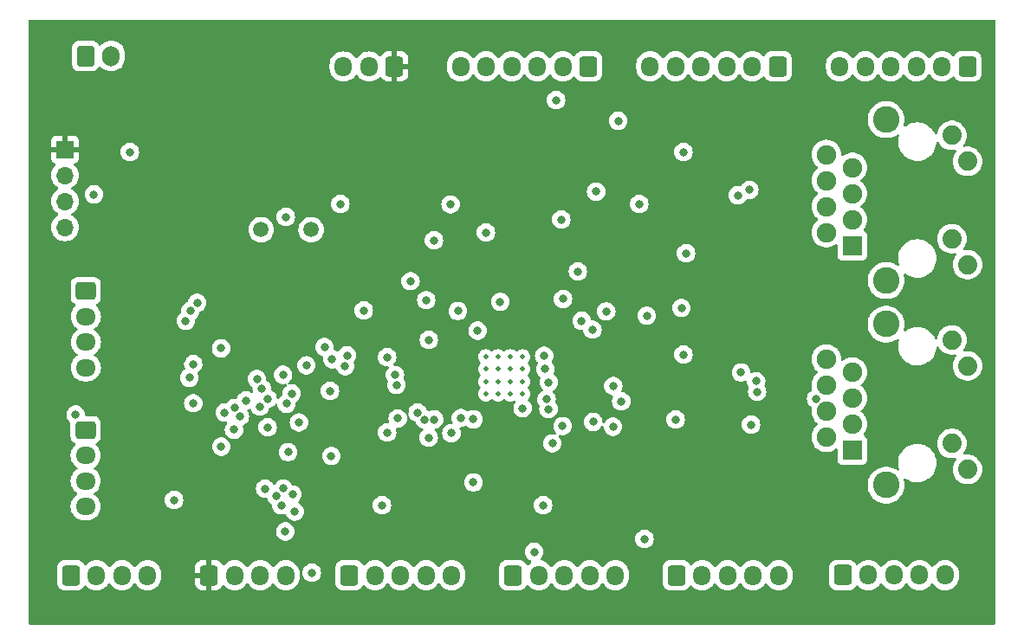
<source format=gbr>
%TF.GenerationSoftware,KiCad,Pcbnew,7.0.9*%
%TF.CreationDate,2024-01-09T22:49:01+01:00*%
%TF.ProjectId,Ax58100-stm32-ethercat,41783538-3130-4302-9d73-746d33322d65,rev?*%
%TF.SameCoordinates,Original*%
%TF.FileFunction,Copper,L3,Inr*%
%TF.FilePolarity,Positive*%
%FSLAX46Y46*%
G04 Gerber Fmt 4.6, Leading zero omitted, Abs format (unit mm)*
G04 Created by KiCad (PCBNEW 7.0.9) date 2024-01-09 22:49:01*
%MOMM*%
%LPD*%
G01*
G04 APERTURE LIST*
G04 Aperture macros list*
%AMRoundRect*
0 Rectangle with rounded corners*
0 $1 Rounding radius*
0 $2 $3 $4 $5 $6 $7 $8 $9 X,Y pos of 4 corners*
0 Add a 4 corners polygon primitive as box body*
4,1,4,$2,$3,$4,$5,$6,$7,$8,$9,$2,$3,0*
0 Add four circle primitives for the rounded corners*
1,1,$1+$1,$2,$3*
1,1,$1+$1,$4,$5*
1,1,$1+$1,$6,$7*
1,1,$1+$1,$8,$9*
0 Add four rect primitives between the rounded corners*
20,1,$1+$1,$2,$3,$4,$5,0*
20,1,$1+$1,$4,$5,$6,$7,0*
20,1,$1+$1,$6,$7,$8,$9,0*
20,1,$1+$1,$8,$9,$2,$3,0*%
G04 Aperture macros list end*
%TA.AperFunction,ComponentPad*%
%ADD10RoundRect,0.250000X-0.725000X0.600000X-0.725000X-0.600000X0.725000X-0.600000X0.725000X0.600000X0*%
%TD*%
%TA.AperFunction,ComponentPad*%
%ADD11O,1.950000X1.700000*%
%TD*%
%TA.AperFunction,ComponentPad*%
%ADD12C,0.500000*%
%TD*%
%TA.AperFunction,ComponentPad*%
%ADD13RoundRect,0.250000X0.600000X0.725000X-0.600000X0.725000X-0.600000X-0.725000X0.600000X-0.725000X0*%
%TD*%
%TA.AperFunction,ComponentPad*%
%ADD14O,1.700000X1.950000*%
%TD*%
%TA.AperFunction,ComponentPad*%
%ADD15R,1.700000X1.700000*%
%TD*%
%TA.AperFunction,ComponentPad*%
%ADD16O,1.700000X1.700000*%
%TD*%
%TA.AperFunction,ComponentPad*%
%ADD17C,1.500000*%
%TD*%
%TA.AperFunction,ComponentPad*%
%ADD18RoundRect,0.250000X-0.600000X-0.725000X0.600000X-0.725000X0.600000X0.725000X-0.600000X0.725000X0*%
%TD*%
%TA.AperFunction,ComponentPad*%
%ADD19RoundRect,0.250000X-0.600000X-0.750000X0.600000X-0.750000X0.600000X0.750000X-0.600000X0.750000X0*%
%TD*%
%TA.AperFunction,ComponentPad*%
%ADD20O,1.700000X2.000000*%
%TD*%
%TA.AperFunction,ComponentPad*%
%ADD21R,1.900000X1.900000*%
%TD*%
%TA.AperFunction,ComponentPad*%
%ADD22C,1.900000*%
%TD*%
%TA.AperFunction,ComponentPad*%
%ADD23C,1.890000*%
%TD*%
%TA.AperFunction,ComponentPad*%
%ADD24C,2.600000*%
%TD*%
%TA.AperFunction,ViaPad*%
%ADD25C,0.800000*%
%TD*%
G04 APERTURE END LIST*
D10*
%TO.N,+5V*%
%TO.C,J11*%
X144543000Y-90290000D03*
D11*
%TO.N,STEP2_DIR*%
X144543000Y-92790000D03*
%TO.N,STEP2_STEP*%
X144543000Y-95290000D03*
%TO.N,GND*%
X144543000Y-97790000D03*
%TD*%
D12*
%TO.N,GND*%
%TO.C,U2*%
X183620000Y-100352000D03*
X184820000Y-100352000D03*
X186020000Y-100352000D03*
X187220000Y-100352000D03*
X183620000Y-99152000D03*
X184820000Y-99152000D03*
X186020000Y-99152000D03*
X187220000Y-99152000D03*
X183620000Y-97952000D03*
X184820000Y-97952000D03*
X186020000Y-97952000D03*
X187220000Y-97952000D03*
X183620000Y-96752000D03*
X184820000Y-96752000D03*
X186020000Y-96752000D03*
X187220000Y-96752000D03*
%TD*%
D13*
%TO.N,+5V*%
%TO.C,J1*%
X230726000Y-68326000D03*
D14*
%TO.N,IO1*%
X228226000Y-68326000D03*
%TO.N,IO2*%
X225726000Y-68326000D03*
%TO.N,IO3*%
X223226000Y-68326000D03*
%TO.N,IO4*%
X220726000Y-68326000D03*
%TO.N,GND*%
X218226000Y-68326000D03*
%TD*%
D13*
%TO.N,+5V*%
%TO.C,J3*%
X212184000Y-68326000D03*
D14*
%TO.N,IO5*%
X209684000Y-68326000D03*
%TO.N,IO6*%
X207184000Y-68326000D03*
%TO.N,IO7*%
X204684000Y-68326000D03*
%TO.N,IO8*%
X202184000Y-68326000D03*
%TO.N,GND*%
X199684000Y-68326000D03*
%TD*%
D15*
%TO.N,+3.3V*%
%TO.C,J14*%
X142494000Y-76464000D03*
D16*
%TO.N,I2C2_SCL*%
X142494000Y-79004000D03*
%TO.N,I2C2_SDA*%
X142494000Y-81544000D03*
%TO.N,GND*%
X142494000Y-84084000D03*
%TD*%
D17*
%TO.N,Net-(U4-PH1)*%
%TO.C,Y2*%
X161680000Y-84302000D03*
%TO.N,Net-(U4-PH0)*%
X166560000Y-84302000D03*
%TD*%
D18*
%TO.N,GND*%
%TO.C,J6*%
X186302000Y-118110000D03*
D14*
%TO.N,ENC4_Z*%
X188802000Y-118110000D03*
%TO.N,ENC4_B*%
X191302000Y-118110000D03*
%TO.N,ENC4_A*%
X193802000Y-118110000D03*
%TO.N,+5V*%
X196302000Y-118110000D03*
%TD*%
D13*
%TO.N,+5V*%
%TO.C,J5*%
X193662000Y-68326000D03*
D14*
%TO.N,IO9*%
X191162000Y-68326000D03*
%TO.N,IO10*%
X188662000Y-68326000D03*
%TO.N,IO11*%
X186162000Y-68326000D03*
%TO.N,IO12*%
X183662000Y-68326000D03*
%TO.N,GND*%
X181162000Y-68326000D03*
%TD*%
D18*
%TO.N,GND*%
%TO.C,J4*%
X202264000Y-118110000D03*
D14*
%TO.N,ENC2_Z*%
X204764000Y-118110000D03*
%TO.N,ENC2_B*%
X207264000Y-118110000D03*
%TO.N,ENC2_A*%
X209764000Y-118110000D03*
%TO.N,+5V*%
X212264000Y-118110000D03*
%TD*%
D19*
%TO.N,GND*%
%TO.C,J10*%
X144526000Y-67310000D03*
D20*
%TO.N,+5V*%
X147026000Y-67310000D03*
%TD*%
D21*
%TO.N,P0_TXOP*%
%TO.C,IN1*%
X219456000Y-85852000D03*
D22*
%TO.N,P0_TXON*%
X216916000Y-84582000D03*
%TO.N,P0_RXIP*%
X219456000Y-83312000D03*
%TO.N,Net-(IN1-RCT)*%
X216916000Y-82042000D03*
X219456000Y-80772000D03*
%TO.N,P0_RXIN*%
X216916000Y-79502000D03*
%TO.N,unconnected-(IN1-NC-Pad7)*%
X219456000Y-78232000D03*
%TO.N,GND*%
X216916000Y-76962000D03*
D23*
%TO.N,Net-(IN1-Pad9)*%
X230708200Y-87731600D03*
%TO.N,GND*%
X229184200Y-85191600D03*
%TO.N,unconnected-(IN1-Pad11)*%
X230708200Y-77622400D03*
%TO.N,unconnected-(IN1-Pad12)*%
X229184200Y-75082400D03*
D24*
%TO.N,GND*%
X222758000Y-73533000D03*
X222758000Y-89281000D03*
%TD*%
D18*
%TO.N,+3.3V*%
%TO.C,J9*%
X156584000Y-118110000D03*
D14*
%TO.N,GND*%
X159084000Y-118110000D03*
%TO.N,SWCLK*%
X161584000Y-118110000D03*
%TO.N,SWDIO*%
X164084000Y-118110000D03*
%TD*%
D13*
%TO.N,+3.3V*%
%TO.C,J7*%
X174712000Y-68343000D03*
D14*
%TO.N,DAC1*%
X172212000Y-68343000D03*
%TO.N,GND*%
X169712000Y-68343000D03*
%TD*%
D18*
%TO.N,+5V*%
%TO.C,J13*%
X143082000Y-118110000D03*
D14*
%TO.N,STEP1_DIR*%
X145582000Y-118110000D03*
%TO.N,STEP1_STEP*%
X148082000Y-118110000D03*
%TO.N,GND*%
X150582000Y-118110000D03*
%TD*%
D10*
%TO.N,+5V*%
%TO.C,J12*%
X144526000Y-103886000D03*
D11*
%TO.N,GND*%
X144526000Y-106386000D03*
%TO.N,RX*%
X144526000Y-108886000D03*
%TO.N,TX*%
X144526000Y-111386000D03*
%TD*%
D18*
%TO.N,GND*%
%TO.C,J8*%
X170300000Y-118110000D03*
D14*
%TO.N,ENC3_Z*%
X172800000Y-118110000D03*
%TO.N,ENC3_B*%
X175300000Y-118110000D03*
%TO.N,ENC3_A*%
X177800000Y-118110000D03*
%TO.N,+5V*%
X180300000Y-118110000D03*
%TD*%
D18*
%TO.N,GND*%
%TO.C,J2*%
X218520000Y-118093000D03*
D14*
%TO.N,ENC1_Z*%
X221020000Y-118093000D03*
%TO.N,ENC1_B*%
X223520000Y-118093000D03*
%TO.N,ENC1_A*%
X226020000Y-118093000D03*
%TO.N,+5V*%
X228520000Y-118093000D03*
%TD*%
D21*
%TO.N,P1_TXOP*%
%TO.C,OUT1*%
X219456000Y-105867200D03*
D22*
%TO.N,P1_TXON*%
X216916000Y-104597200D03*
%TO.N,P1_RXIP*%
X219456000Y-103327200D03*
%TO.N,Net-(OUT1-RCT)*%
X216916000Y-102057200D03*
X219456000Y-100787200D03*
%TO.N,P1_RXIN*%
X216916000Y-99517200D03*
%TO.N,unconnected-(OUT1-NC-Pad7)*%
X219456000Y-98247200D03*
%TO.N,GND*%
X216916000Y-96977200D03*
D23*
%TO.N,Net-(OUT1-Pad9)*%
X230708200Y-107746800D03*
%TO.N,GND*%
X229184200Y-105206800D03*
%TO.N,unconnected-(OUT1-Pad11)*%
X230708200Y-97637600D03*
%TO.N,unconnected-(OUT1-Pad12)*%
X229184200Y-95097600D03*
D24*
%TO.N,GND*%
X222758000Y-93548200D03*
X222758000Y-109296200D03*
%TD*%
D25*
%TO.N,+1V2*%
X187231700Y-101765300D03*
X196090800Y-99606200D03*
%TO.N,+3.3V*%
X218694000Y-112522000D03*
X203962000Y-98552000D03*
X158750000Y-77978000D03*
X203962000Y-73914000D03*
X170434000Y-83058000D03*
X160782000Y-76962000D03*
X185673994Y-113030000D03*
X176530000Y-109474000D03*
X190246000Y-90170000D03*
X172720000Y-93472000D03*
X171958008Y-113030000D03*
X157734000Y-76962000D03*
X159004000Y-105952300D03*
X178054000Y-89662000D03*
X164338000Y-94488000D03*
X202437988Y-112776000D03*
X153912000Y-97020018D03*
X157734000Y-77978000D03*
X181052100Y-96012000D03*
X160791305Y-94751305D03*
X159766000Y-76962000D03*
X158750000Y-76962000D03*
X185220000Y-102546200D03*
%TO.N,+3.3VA*%
X189784600Y-99240700D03*
X194134100Y-103115800D03*
X180192039Y-81837339D03*
X194055700Y-94085000D03*
%TO.N,DAC1*%
X157763700Y-95913900D03*
%TO.N,GND*%
X168402000Y-100076000D03*
X191008000Y-83312000D03*
X166624000Y-117856000D03*
X189230000Y-111252000D03*
X209550000Y-103378000D03*
X202946000Y-76708000D03*
X173990000Y-104140000D03*
X190500000Y-71628000D03*
X173482000Y-111252000D03*
X178562000Y-85344000D03*
X199136000Y-114554000D03*
X183642000Y-84582000D03*
X153162000Y-110744000D03*
X171704000Y-92202000D03*
X202946000Y-96520000D03*
X202184000Y-102870000D03*
X169418000Y-81788000D03*
X198628000Y-81788000D03*
X164084000Y-83058000D03*
X162306000Y-103632000D03*
X178054000Y-104648000D03*
X203200000Y-86614000D03*
X148844000Y-76708000D03*
X173990000Y-96774000D03*
%TO.N,SPI_SCK*%
X163824058Y-98504148D03*
X178063000Y-95081100D03*
%TO.N,SPI_CS*%
X164153205Y-101336898D03*
X177649000Y-102865400D03*
%TO.N,SPI_MISO*%
X182415900Y-109029500D03*
X165374000Y-103167700D03*
%TO.N,SPI_MOSI*%
X164664710Y-100334749D03*
X176974600Y-102193500D03*
%TO.N,I2C_SDA*%
X176273000Y-89346600D03*
X177812000Y-91199300D03*
%TO.N,+5V*%
X196569900Y-73661800D03*
%TO.N,P0_TXOP*%
X192992800Y-93222100D03*
%TO.N,SWCLK*%
X168532100Y-106449900D03*
%TO.N,SWDIO*%
X164032100Y-113823100D03*
%TO.N,I2C2_SCL*%
X157772500Y-105523700D03*
X145341600Y-80855900D03*
%TO.N,ENC1_Z*%
X166101866Y-97582300D03*
%TO.N,ENC1_B*%
X154313700Y-93232600D03*
%TO.N,ENC1_A*%
X155423800Y-91462900D03*
%TO.N,I2C2_SDA*%
X143539300Y-102397100D03*
%TO.N,ENC2_A*%
X175026300Y-102778800D03*
%TO.N,ENC2_B*%
X174895900Y-99484300D03*
%TO.N,ENC2_Z*%
X174752400Y-98516800D03*
%TO.N,ENC3_A*%
X162072000Y-109642400D03*
%TO.N,ENC3_B*%
X163166400Y-110391900D03*
%TO.N,ENC3_Z*%
X163645100Y-111259500D03*
%TO.N,ENC4_A*%
X163857700Y-109630600D03*
%TO.N,ENC4_B*%
X164735500Y-110200600D03*
%TO.N,ENC4_Z*%
X164957182Y-111871182D03*
X188364500Y-115824000D03*
%TO.N,SYNC0*%
X181193000Y-102725100D03*
X169888500Y-97653600D03*
%TO.N,SYNC1*%
X182424500Y-102856800D03*
X170069400Y-96613700D03*
%TO.N,P1_TXOP*%
X196865500Y-101095200D03*
%TO.N,STEP1_DIR*%
X164318500Y-106063800D03*
%TO.N,IO1*%
X155038800Y-97450100D03*
%TO.N,IO2*%
X161260500Y-98913300D03*
%TO.N,IO3*%
X161737996Y-99837268D03*
%TO.N,IO4*%
X162306000Y-100845989D03*
%TO.N,IO5*%
X161544000Y-101600000D03*
%TO.N,IO6*%
X160196666Y-101008634D03*
%TO.N,IO7*%
X155045100Y-101282100D03*
%TO.N,IO8*%
X154668100Y-98795700D03*
%TO.N,IO9*%
X159077400Y-101748500D03*
%TO.N,IO10*%
X158125400Y-102193400D03*
%TO.N,IO11*%
X159592200Y-102586600D03*
%TO.N,IO12*%
X159031600Y-103879700D03*
%TO.N,P0_TXON*%
X199360600Y-92726700D03*
%TO.N,P1_TXON*%
X208580600Y-98272200D03*
X189759100Y-101851300D03*
%TO.N,P0_RXIP*%
X209390300Y-80426700D03*
X195407200Y-92299800D03*
%TO.N,P1_RXIP*%
X189576900Y-100899300D03*
X210056400Y-99136200D03*
%TO.N,P0_RXIN*%
X189334100Y-96624300D03*
X208255400Y-80940200D03*
%TO.N,P1_RXIN*%
X210151700Y-100155400D03*
X191146300Y-103512900D03*
%TO.N,RESET_MCU*%
X182824520Y-94184687D03*
X191182685Y-91095864D03*
%TO.N,Net-(U2-P0_SD)*%
X196067500Y-103574600D03*
X189439900Y-97936800D03*
%TO.N,RSTO*%
X192626600Y-88392000D03*
X180906900Y-92260100D03*
%TO.N,P1_ACT*%
X202757800Y-91967200D03*
X215909600Y-100847800D03*
%TO.N,LED_ERR*%
X190135700Y-105210100D03*
X154755200Y-92265300D03*
%TO.N,SINT*%
X180274500Y-104214500D03*
X168613100Y-96976500D03*
%TO.N,A1V2*%
X194411100Y-80592100D03*
X185039000Y-91364700D03*
%TO.N,SCS_FUNC*%
X178602300Y-102868100D03*
X167872800Y-95791100D03*
%TD*%
%TA.AperFunction,Conductor*%
%TO.N,+3.3V*%
G36*
X233368539Y-63774185D02*
G01*
X233414294Y-63826989D01*
X233425500Y-63878500D01*
X233425500Y-122811500D01*
X233405815Y-122878539D01*
X233353011Y-122924294D01*
X233301500Y-122935500D01*
X139062500Y-122935500D01*
X138995461Y-122915815D01*
X138949706Y-122863011D01*
X138938500Y-122811500D01*
X138938500Y-118885001D01*
X141731500Y-118885001D01*
X141731501Y-118885018D01*
X141742000Y-118987796D01*
X141742001Y-118987799D01*
X141787774Y-119125931D01*
X141797186Y-119154334D01*
X141889288Y-119303656D01*
X142013344Y-119427712D01*
X142162666Y-119519814D01*
X142329203Y-119574999D01*
X142431991Y-119585500D01*
X143732008Y-119585499D01*
X143834797Y-119574999D01*
X144001334Y-119519814D01*
X144150656Y-119427712D01*
X144274712Y-119303656D01*
X144366814Y-119154334D01*
X144366814Y-119154331D01*
X144370178Y-119148879D01*
X144422126Y-119102154D01*
X144491088Y-119090931D01*
X144555170Y-119118774D01*
X144563398Y-119126294D01*
X144710599Y-119273495D01*
X144753675Y-119303657D01*
X144904165Y-119409032D01*
X144904167Y-119409033D01*
X144904170Y-119409035D01*
X145118337Y-119508903D01*
X145118343Y-119508904D01*
X145118344Y-119508905D01*
X145157356Y-119519358D01*
X145346592Y-119570063D01*
X145523034Y-119585500D01*
X145581999Y-119590659D01*
X145582000Y-119590659D01*
X145582001Y-119590659D01*
X145640966Y-119585500D01*
X145817408Y-119570063D01*
X146045663Y-119508903D01*
X146259829Y-119409035D01*
X146453401Y-119273495D01*
X146620495Y-119106401D01*
X146730426Y-118949401D01*
X146785001Y-118905778D01*
X146854500Y-118898584D01*
X146916855Y-118930106D01*
X146933571Y-118949398D01*
X147004144Y-119050187D01*
X147043506Y-119106403D01*
X147193597Y-119256493D01*
X147210599Y-119273495D01*
X147253675Y-119303657D01*
X147404165Y-119409032D01*
X147404167Y-119409033D01*
X147404170Y-119409035D01*
X147618337Y-119508903D01*
X147618343Y-119508904D01*
X147618344Y-119508905D01*
X147657356Y-119519358D01*
X147846592Y-119570063D01*
X148023034Y-119585500D01*
X148081999Y-119590659D01*
X148082000Y-119590659D01*
X148082001Y-119590659D01*
X148140966Y-119585500D01*
X148317408Y-119570063D01*
X148545663Y-119508903D01*
X148759829Y-119409035D01*
X148953401Y-119273495D01*
X149120495Y-119106401D01*
X149230426Y-118949401D01*
X149285001Y-118905778D01*
X149354500Y-118898584D01*
X149416855Y-118930106D01*
X149433571Y-118949398D01*
X149504144Y-119050187D01*
X149543506Y-119106403D01*
X149693597Y-119256493D01*
X149710599Y-119273495D01*
X149753675Y-119303657D01*
X149904165Y-119409032D01*
X149904167Y-119409033D01*
X149904170Y-119409035D01*
X150118337Y-119508903D01*
X150118343Y-119508904D01*
X150118344Y-119508905D01*
X150157356Y-119519358D01*
X150346592Y-119570063D01*
X150523034Y-119585500D01*
X150581999Y-119590659D01*
X150582000Y-119590659D01*
X150582001Y-119590659D01*
X150640966Y-119585500D01*
X150817408Y-119570063D01*
X151045663Y-119508903D01*
X151259829Y-119409035D01*
X151453401Y-119273495D01*
X151620495Y-119106401D01*
X151756035Y-118912829D01*
X151855903Y-118698663D01*
X151917063Y-118470408D01*
X151932500Y-118293966D01*
X151932500Y-117926034D01*
X151926723Y-117860000D01*
X155234000Y-117860000D01*
X156180031Y-117860000D01*
X156147481Y-117910649D01*
X156109000Y-118041705D01*
X156109000Y-118178295D01*
X156147481Y-118309351D01*
X156180031Y-118360000D01*
X155234001Y-118360000D01*
X155234001Y-118884986D01*
X155244494Y-118987697D01*
X155299641Y-119154119D01*
X155299643Y-119154124D01*
X155391684Y-119303345D01*
X155515654Y-119427315D01*
X155664875Y-119519356D01*
X155664880Y-119519358D01*
X155831302Y-119574505D01*
X155831309Y-119574506D01*
X155934019Y-119584999D01*
X156333999Y-119584999D01*
X156334000Y-119584998D01*
X156334000Y-118518018D01*
X156448801Y-118570446D01*
X156550025Y-118585000D01*
X156617975Y-118585000D01*
X156719199Y-118570446D01*
X156834000Y-118518018D01*
X156834000Y-119584999D01*
X157233972Y-119584999D01*
X157233986Y-119584998D01*
X157336697Y-119574505D01*
X157503119Y-119519358D01*
X157503124Y-119519356D01*
X157652345Y-119427315D01*
X157776315Y-119303345D01*
X157871815Y-119148516D01*
X157923763Y-119101792D01*
X157992726Y-119090569D01*
X158056808Y-119118413D01*
X158065035Y-119125931D01*
X158212599Y-119273495D01*
X158212602Y-119273497D01*
X158212603Y-119273498D01*
X158406165Y-119409032D01*
X158406167Y-119409033D01*
X158406170Y-119409035D01*
X158620337Y-119508903D01*
X158620343Y-119508904D01*
X158620344Y-119508905D01*
X158659356Y-119519358D01*
X158848592Y-119570063D01*
X159025034Y-119585500D01*
X159083999Y-119590659D01*
X159084000Y-119590659D01*
X159084001Y-119590659D01*
X159142966Y-119585500D01*
X159319408Y-119570063D01*
X159547663Y-119508903D01*
X159761829Y-119409035D01*
X159955401Y-119273495D01*
X160122495Y-119106401D01*
X160232426Y-118949401D01*
X160287001Y-118905778D01*
X160356500Y-118898584D01*
X160418855Y-118930106D01*
X160435571Y-118949398D01*
X160506144Y-119050187D01*
X160545506Y-119106403D01*
X160695597Y-119256493D01*
X160712599Y-119273495D01*
X160755675Y-119303657D01*
X160906165Y-119409032D01*
X160906167Y-119409033D01*
X160906170Y-119409035D01*
X161120337Y-119508903D01*
X161120343Y-119508904D01*
X161120344Y-119508905D01*
X161159356Y-119519358D01*
X161348592Y-119570063D01*
X161525034Y-119585500D01*
X161583999Y-119590659D01*
X161584000Y-119590659D01*
X161584001Y-119590659D01*
X161642966Y-119585500D01*
X161819408Y-119570063D01*
X162047663Y-119508903D01*
X162261829Y-119409035D01*
X162455401Y-119273495D01*
X162622495Y-119106401D01*
X162732426Y-118949401D01*
X162787001Y-118905778D01*
X162856500Y-118898584D01*
X162918855Y-118930106D01*
X162935571Y-118949398D01*
X163006144Y-119050187D01*
X163045506Y-119106403D01*
X163195597Y-119256493D01*
X163212599Y-119273495D01*
X163255675Y-119303657D01*
X163406165Y-119409032D01*
X163406167Y-119409033D01*
X163406170Y-119409035D01*
X163620337Y-119508903D01*
X163620343Y-119508904D01*
X163620344Y-119508905D01*
X163659356Y-119519358D01*
X163848592Y-119570063D01*
X164025034Y-119585500D01*
X164083999Y-119590659D01*
X164084000Y-119590659D01*
X164084001Y-119590659D01*
X164142966Y-119585500D01*
X164319408Y-119570063D01*
X164547663Y-119508903D01*
X164761829Y-119409035D01*
X164955401Y-119273495D01*
X165122495Y-119106401D01*
X165258035Y-118912829D01*
X165271012Y-118885001D01*
X168949500Y-118885001D01*
X168949501Y-118885018D01*
X168960000Y-118987796D01*
X168960001Y-118987799D01*
X169005774Y-119125931D01*
X169015186Y-119154334D01*
X169107288Y-119303656D01*
X169231344Y-119427712D01*
X169380666Y-119519814D01*
X169547203Y-119574999D01*
X169649991Y-119585500D01*
X170950008Y-119585499D01*
X171052797Y-119574999D01*
X171219334Y-119519814D01*
X171368656Y-119427712D01*
X171492712Y-119303656D01*
X171584814Y-119154334D01*
X171584814Y-119154331D01*
X171588178Y-119148879D01*
X171640126Y-119102154D01*
X171709088Y-119090931D01*
X171773170Y-119118774D01*
X171781398Y-119126294D01*
X171928599Y-119273495D01*
X171971675Y-119303657D01*
X172122165Y-119409032D01*
X172122167Y-119409033D01*
X172122170Y-119409035D01*
X172336337Y-119508903D01*
X172336343Y-119508904D01*
X172336344Y-119508905D01*
X172375356Y-119519358D01*
X172564592Y-119570063D01*
X172741034Y-119585500D01*
X172799999Y-119590659D01*
X172800000Y-119590659D01*
X172800001Y-119590659D01*
X172858966Y-119585500D01*
X173035408Y-119570063D01*
X173263663Y-119508903D01*
X173477829Y-119409035D01*
X173671401Y-119273495D01*
X173838495Y-119106401D01*
X173948426Y-118949401D01*
X174003001Y-118905778D01*
X174072500Y-118898584D01*
X174134855Y-118930106D01*
X174151571Y-118949398D01*
X174222144Y-119050187D01*
X174261506Y-119106403D01*
X174411597Y-119256493D01*
X174428599Y-119273495D01*
X174471675Y-119303657D01*
X174622165Y-119409032D01*
X174622167Y-119409033D01*
X174622170Y-119409035D01*
X174836337Y-119508903D01*
X174836343Y-119508904D01*
X174836344Y-119508905D01*
X174875356Y-119519358D01*
X175064592Y-119570063D01*
X175241034Y-119585500D01*
X175299999Y-119590659D01*
X175300000Y-119590659D01*
X175300001Y-119590659D01*
X175358966Y-119585500D01*
X175535408Y-119570063D01*
X175763663Y-119508903D01*
X175977829Y-119409035D01*
X176171401Y-119273495D01*
X176338495Y-119106401D01*
X176448426Y-118949401D01*
X176503001Y-118905778D01*
X176572500Y-118898584D01*
X176634855Y-118930106D01*
X176651571Y-118949398D01*
X176722144Y-119050187D01*
X176761506Y-119106403D01*
X176911597Y-119256493D01*
X176928599Y-119273495D01*
X176971675Y-119303657D01*
X177122165Y-119409032D01*
X177122167Y-119409033D01*
X177122170Y-119409035D01*
X177336337Y-119508903D01*
X177336343Y-119508904D01*
X177336344Y-119508905D01*
X177375356Y-119519358D01*
X177564592Y-119570063D01*
X177741034Y-119585500D01*
X177799999Y-119590659D01*
X177800000Y-119590659D01*
X177800001Y-119590659D01*
X177858966Y-119585500D01*
X178035408Y-119570063D01*
X178263663Y-119508903D01*
X178477829Y-119409035D01*
X178671401Y-119273495D01*
X178838495Y-119106401D01*
X178948426Y-118949401D01*
X179003001Y-118905778D01*
X179072500Y-118898584D01*
X179134855Y-118930106D01*
X179151571Y-118949398D01*
X179222144Y-119050187D01*
X179261506Y-119106403D01*
X179411597Y-119256493D01*
X179428599Y-119273495D01*
X179471675Y-119303657D01*
X179622165Y-119409032D01*
X179622167Y-119409033D01*
X179622170Y-119409035D01*
X179836337Y-119508903D01*
X179836343Y-119508904D01*
X179836344Y-119508905D01*
X179875356Y-119519358D01*
X180064592Y-119570063D01*
X180241034Y-119585500D01*
X180299999Y-119590659D01*
X180300000Y-119590659D01*
X180300001Y-119590659D01*
X180358966Y-119585500D01*
X180535408Y-119570063D01*
X180763663Y-119508903D01*
X180977829Y-119409035D01*
X181171401Y-119273495D01*
X181338495Y-119106401D01*
X181474035Y-118912829D01*
X181487012Y-118885001D01*
X184951500Y-118885001D01*
X184951501Y-118885018D01*
X184962000Y-118987796D01*
X184962001Y-118987799D01*
X185007774Y-119125931D01*
X185017186Y-119154334D01*
X185109288Y-119303656D01*
X185233344Y-119427712D01*
X185382666Y-119519814D01*
X185549203Y-119574999D01*
X185651991Y-119585500D01*
X186952008Y-119585499D01*
X187054797Y-119574999D01*
X187221334Y-119519814D01*
X187370656Y-119427712D01*
X187494712Y-119303656D01*
X187586814Y-119154334D01*
X187586814Y-119154331D01*
X187590178Y-119148879D01*
X187642126Y-119102154D01*
X187711088Y-119090931D01*
X187775170Y-119118774D01*
X187783398Y-119126294D01*
X187930599Y-119273495D01*
X187973675Y-119303657D01*
X188124165Y-119409032D01*
X188124167Y-119409033D01*
X188124170Y-119409035D01*
X188338337Y-119508903D01*
X188338343Y-119508904D01*
X188338344Y-119508905D01*
X188377356Y-119519358D01*
X188566592Y-119570063D01*
X188743034Y-119585500D01*
X188801999Y-119590659D01*
X188802000Y-119590659D01*
X188802001Y-119590659D01*
X188860966Y-119585500D01*
X189037408Y-119570063D01*
X189265663Y-119508903D01*
X189479829Y-119409035D01*
X189673401Y-119273495D01*
X189840495Y-119106401D01*
X189950426Y-118949401D01*
X190005001Y-118905778D01*
X190074500Y-118898584D01*
X190136855Y-118930106D01*
X190153571Y-118949398D01*
X190224144Y-119050187D01*
X190263506Y-119106403D01*
X190413597Y-119256493D01*
X190430599Y-119273495D01*
X190473675Y-119303657D01*
X190624165Y-119409032D01*
X190624167Y-119409033D01*
X190624170Y-119409035D01*
X190838337Y-119508903D01*
X190838343Y-119508904D01*
X190838344Y-119508905D01*
X190877356Y-119519358D01*
X191066592Y-119570063D01*
X191243034Y-119585500D01*
X191301999Y-119590659D01*
X191302000Y-119590659D01*
X191302001Y-119590659D01*
X191360966Y-119585500D01*
X191537408Y-119570063D01*
X191765663Y-119508903D01*
X191979829Y-119409035D01*
X192173401Y-119273495D01*
X192340495Y-119106401D01*
X192450426Y-118949401D01*
X192505001Y-118905778D01*
X192574500Y-118898584D01*
X192636855Y-118930106D01*
X192653571Y-118949398D01*
X192724144Y-119050187D01*
X192763506Y-119106403D01*
X192913597Y-119256493D01*
X192930599Y-119273495D01*
X192973675Y-119303657D01*
X193124165Y-119409032D01*
X193124167Y-119409033D01*
X193124170Y-119409035D01*
X193338337Y-119508903D01*
X193338343Y-119508904D01*
X193338344Y-119508905D01*
X193377356Y-119519358D01*
X193566592Y-119570063D01*
X193743034Y-119585500D01*
X193801999Y-119590659D01*
X193802000Y-119590659D01*
X193802001Y-119590659D01*
X193860966Y-119585500D01*
X194037408Y-119570063D01*
X194265663Y-119508903D01*
X194479829Y-119409035D01*
X194673401Y-119273495D01*
X194840495Y-119106401D01*
X194950426Y-118949401D01*
X195005001Y-118905778D01*
X195074500Y-118898584D01*
X195136855Y-118930106D01*
X195153571Y-118949398D01*
X195224144Y-119050187D01*
X195263506Y-119106403D01*
X195413597Y-119256493D01*
X195430599Y-119273495D01*
X195473675Y-119303657D01*
X195624165Y-119409032D01*
X195624167Y-119409033D01*
X195624170Y-119409035D01*
X195838337Y-119508903D01*
X195838343Y-119508904D01*
X195838344Y-119508905D01*
X195877356Y-119519358D01*
X196066592Y-119570063D01*
X196243034Y-119585500D01*
X196301999Y-119590659D01*
X196302000Y-119590659D01*
X196302001Y-119590659D01*
X196360966Y-119585500D01*
X196537408Y-119570063D01*
X196765663Y-119508903D01*
X196979829Y-119409035D01*
X197173401Y-119273495D01*
X197340495Y-119106401D01*
X197476035Y-118912829D01*
X197489012Y-118885001D01*
X200913500Y-118885001D01*
X200913501Y-118885018D01*
X200924000Y-118987796D01*
X200924001Y-118987799D01*
X200969774Y-119125931D01*
X200979186Y-119154334D01*
X201071288Y-119303656D01*
X201195344Y-119427712D01*
X201344666Y-119519814D01*
X201511203Y-119574999D01*
X201613991Y-119585500D01*
X202914008Y-119585499D01*
X203016797Y-119574999D01*
X203183334Y-119519814D01*
X203332656Y-119427712D01*
X203456712Y-119303656D01*
X203548814Y-119154334D01*
X203548814Y-119154331D01*
X203552178Y-119148879D01*
X203604126Y-119102154D01*
X203673088Y-119090931D01*
X203737170Y-119118774D01*
X203745398Y-119126294D01*
X203892599Y-119273495D01*
X203935675Y-119303657D01*
X204086165Y-119409032D01*
X204086167Y-119409033D01*
X204086170Y-119409035D01*
X204300337Y-119508903D01*
X204300343Y-119508904D01*
X204300344Y-119508905D01*
X204339356Y-119519358D01*
X204528592Y-119570063D01*
X204705034Y-119585500D01*
X204763999Y-119590659D01*
X204764000Y-119590659D01*
X204764001Y-119590659D01*
X204822966Y-119585500D01*
X204999408Y-119570063D01*
X205227663Y-119508903D01*
X205441829Y-119409035D01*
X205635401Y-119273495D01*
X205802495Y-119106401D01*
X205912426Y-118949401D01*
X205967001Y-118905778D01*
X206036500Y-118898584D01*
X206098855Y-118930106D01*
X206115571Y-118949398D01*
X206186144Y-119050187D01*
X206225506Y-119106403D01*
X206375597Y-119256493D01*
X206392599Y-119273495D01*
X206435675Y-119303657D01*
X206586165Y-119409032D01*
X206586167Y-119409033D01*
X206586170Y-119409035D01*
X206800337Y-119508903D01*
X206800343Y-119508904D01*
X206800344Y-119508905D01*
X206839356Y-119519358D01*
X207028592Y-119570063D01*
X207205034Y-119585500D01*
X207263999Y-119590659D01*
X207264000Y-119590659D01*
X207264001Y-119590659D01*
X207322966Y-119585500D01*
X207499408Y-119570063D01*
X207727663Y-119508903D01*
X207941829Y-119409035D01*
X208135401Y-119273495D01*
X208302495Y-119106401D01*
X208412426Y-118949401D01*
X208467001Y-118905778D01*
X208536500Y-118898584D01*
X208598855Y-118930106D01*
X208615571Y-118949398D01*
X208686144Y-119050187D01*
X208725506Y-119106403D01*
X208875597Y-119256493D01*
X208892599Y-119273495D01*
X208935675Y-119303657D01*
X209086165Y-119409032D01*
X209086167Y-119409033D01*
X209086170Y-119409035D01*
X209300337Y-119508903D01*
X209300343Y-119508904D01*
X209300344Y-119508905D01*
X209339356Y-119519358D01*
X209528592Y-119570063D01*
X209705034Y-119585500D01*
X209763999Y-119590659D01*
X209764000Y-119590659D01*
X209764001Y-119590659D01*
X209822966Y-119585500D01*
X209999408Y-119570063D01*
X210227663Y-119508903D01*
X210441829Y-119409035D01*
X210635401Y-119273495D01*
X210802495Y-119106401D01*
X210912426Y-118949401D01*
X210967001Y-118905778D01*
X211036500Y-118898584D01*
X211098855Y-118930106D01*
X211115571Y-118949398D01*
X211186144Y-119050187D01*
X211225506Y-119106403D01*
X211375597Y-119256493D01*
X211392599Y-119273495D01*
X211435675Y-119303657D01*
X211586165Y-119409032D01*
X211586167Y-119409033D01*
X211586170Y-119409035D01*
X211800337Y-119508903D01*
X211800343Y-119508904D01*
X211800344Y-119508905D01*
X211839356Y-119519358D01*
X212028592Y-119570063D01*
X212205034Y-119585500D01*
X212263999Y-119590659D01*
X212264000Y-119590659D01*
X212264001Y-119590659D01*
X212322966Y-119585500D01*
X212499408Y-119570063D01*
X212727663Y-119508903D01*
X212941829Y-119409035D01*
X213135401Y-119273495D01*
X213302495Y-119106401D01*
X213438035Y-118912829D01*
X213458939Y-118868001D01*
X217169500Y-118868001D01*
X217169501Y-118868018D01*
X217180000Y-118970796D01*
X217180001Y-118970799D01*
X217235185Y-119137331D01*
X217235187Y-119137336D01*
X217245673Y-119154336D01*
X217327288Y-119286656D01*
X217451344Y-119410712D01*
X217600666Y-119502814D01*
X217767203Y-119557999D01*
X217869991Y-119568500D01*
X219170008Y-119568499D01*
X219272797Y-119557999D01*
X219439334Y-119502814D01*
X219588656Y-119410712D01*
X219712712Y-119286656D01*
X219804814Y-119137334D01*
X219804814Y-119137331D01*
X219808178Y-119131879D01*
X219860126Y-119085154D01*
X219929088Y-119073931D01*
X219993170Y-119101774D01*
X220001398Y-119109294D01*
X220148599Y-119256495D01*
X220215952Y-119303656D01*
X220342165Y-119392032D01*
X220342167Y-119392033D01*
X220342170Y-119392035D01*
X220556337Y-119491903D01*
X220784592Y-119553063D01*
X220961034Y-119568500D01*
X221019999Y-119573659D01*
X221020000Y-119573659D01*
X221020001Y-119573659D01*
X221059234Y-119570226D01*
X221255408Y-119553063D01*
X221483663Y-119491903D01*
X221697829Y-119392035D01*
X221891401Y-119256495D01*
X222058495Y-119089401D01*
X222168426Y-118932401D01*
X222223001Y-118888778D01*
X222292500Y-118881584D01*
X222354855Y-118913106D01*
X222371571Y-118932398D01*
X222410363Y-118987799D01*
X222481506Y-119089403D01*
X222648597Y-119256493D01*
X222648599Y-119256495D01*
X222715952Y-119303656D01*
X222842165Y-119392032D01*
X222842167Y-119392033D01*
X222842170Y-119392035D01*
X223056337Y-119491903D01*
X223284592Y-119553063D01*
X223461034Y-119568500D01*
X223519999Y-119573659D01*
X223520000Y-119573659D01*
X223520001Y-119573659D01*
X223559234Y-119570226D01*
X223755408Y-119553063D01*
X223983663Y-119491903D01*
X224197829Y-119392035D01*
X224391401Y-119256495D01*
X224558495Y-119089401D01*
X224668426Y-118932401D01*
X224723001Y-118888778D01*
X224792500Y-118881584D01*
X224854855Y-118913106D01*
X224871571Y-118932398D01*
X224910363Y-118987799D01*
X224981506Y-119089403D01*
X225148597Y-119256493D01*
X225148599Y-119256495D01*
X225215952Y-119303656D01*
X225342165Y-119392032D01*
X225342167Y-119392033D01*
X225342170Y-119392035D01*
X225556337Y-119491903D01*
X225784592Y-119553063D01*
X225961034Y-119568500D01*
X226019999Y-119573659D01*
X226020000Y-119573659D01*
X226020001Y-119573659D01*
X226059234Y-119570226D01*
X226255408Y-119553063D01*
X226483663Y-119491903D01*
X226697829Y-119392035D01*
X226891401Y-119256495D01*
X227058495Y-119089401D01*
X227168426Y-118932401D01*
X227223001Y-118888778D01*
X227292500Y-118881584D01*
X227354855Y-118913106D01*
X227371571Y-118932398D01*
X227410363Y-118987799D01*
X227481506Y-119089403D01*
X227648597Y-119256493D01*
X227648599Y-119256495D01*
X227715952Y-119303656D01*
X227842165Y-119392032D01*
X227842167Y-119392033D01*
X227842170Y-119392035D01*
X228056337Y-119491903D01*
X228284592Y-119553063D01*
X228461034Y-119568500D01*
X228519999Y-119573659D01*
X228520000Y-119573659D01*
X228520001Y-119573659D01*
X228559234Y-119570226D01*
X228755408Y-119553063D01*
X228983663Y-119491903D01*
X229197829Y-119392035D01*
X229391401Y-119256495D01*
X229558495Y-119089401D01*
X229694035Y-118895829D01*
X229793903Y-118681663D01*
X229855063Y-118453408D01*
X229870500Y-118276966D01*
X229870500Y-117909034D01*
X229855063Y-117732592D01*
X229793903Y-117504337D01*
X229694035Y-117290171D01*
X229681936Y-117272891D01*
X229558494Y-117096597D01*
X229391402Y-116929506D01*
X229391395Y-116929501D01*
X229197834Y-116793967D01*
X229197830Y-116793965D01*
X229141612Y-116767750D01*
X228983663Y-116694097D01*
X228983659Y-116694096D01*
X228983655Y-116694094D01*
X228755413Y-116632938D01*
X228755403Y-116632936D01*
X228520001Y-116612341D01*
X228519999Y-116612341D01*
X228284596Y-116632936D01*
X228284586Y-116632938D01*
X228056344Y-116694094D01*
X228056335Y-116694098D01*
X227842171Y-116793964D01*
X227842169Y-116793965D01*
X227648597Y-116929505D01*
X227481505Y-117096597D01*
X227371575Y-117253595D01*
X227316998Y-117297220D01*
X227247500Y-117304414D01*
X227185145Y-117272891D01*
X227168425Y-117253595D01*
X227058494Y-117096597D01*
X226891402Y-116929506D01*
X226891395Y-116929501D01*
X226697834Y-116793967D01*
X226697830Y-116793965D01*
X226641612Y-116767750D01*
X226483663Y-116694097D01*
X226483659Y-116694096D01*
X226483655Y-116694094D01*
X226255413Y-116632938D01*
X226255403Y-116632936D01*
X226020001Y-116612341D01*
X226019999Y-116612341D01*
X225784596Y-116632936D01*
X225784586Y-116632938D01*
X225556344Y-116694094D01*
X225556335Y-116694098D01*
X225342171Y-116793964D01*
X225342169Y-116793965D01*
X225148597Y-116929505D01*
X224981505Y-117096597D01*
X224871575Y-117253595D01*
X224816998Y-117297220D01*
X224747500Y-117304414D01*
X224685145Y-117272891D01*
X224668425Y-117253595D01*
X224558494Y-117096597D01*
X224391402Y-116929506D01*
X224391395Y-116929501D01*
X224197834Y-116793967D01*
X224197830Y-116793965D01*
X224141612Y-116767750D01*
X223983663Y-116694097D01*
X223983659Y-116694096D01*
X223983655Y-116694094D01*
X223755413Y-116632938D01*
X223755403Y-116632936D01*
X223520001Y-116612341D01*
X223519999Y-116612341D01*
X223284596Y-116632936D01*
X223284586Y-116632938D01*
X223056344Y-116694094D01*
X223056335Y-116694098D01*
X222842171Y-116793964D01*
X222842169Y-116793965D01*
X222648597Y-116929505D01*
X222481505Y-117096597D01*
X222371575Y-117253595D01*
X222316998Y-117297220D01*
X222247500Y-117304414D01*
X222185145Y-117272891D01*
X222168425Y-117253595D01*
X222058494Y-117096597D01*
X221891402Y-116929506D01*
X221891395Y-116929501D01*
X221697834Y-116793967D01*
X221697830Y-116793965D01*
X221641612Y-116767750D01*
X221483663Y-116694097D01*
X221483659Y-116694096D01*
X221483655Y-116694094D01*
X221255413Y-116632938D01*
X221255403Y-116632936D01*
X221020001Y-116612341D01*
X221019999Y-116612341D01*
X220784596Y-116632936D01*
X220784586Y-116632938D01*
X220556344Y-116694094D01*
X220556335Y-116694098D01*
X220342171Y-116793964D01*
X220342169Y-116793965D01*
X220148597Y-116929505D01*
X220001398Y-117076705D01*
X219940075Y-117110190D01*
X219870383Y-117105206D01*
X219814450Y-117063334D01*
X219808178Y-117054120D01*
X219712712Y-116899344D01*
X219588657Y-116775289D01*
X219588656Y-116775288D01*
X219468053Y-116700900D01*
X219439336Y-116683187D01*
X219439331Y-116683185D01*
X219363596Y-116658089D01*
X219272797Y-116628001D01*
X219272795Y-116628000D01*
X219170010Y-116617500D01*
X217869998Y-116617500D01*
X217869981Y-116617501D01*
X217767203Y-116628000D01*
X217767200Y-116628001D01*
X217600668Y-116683185D01*
X217600663Y-116683187D01*
X217451342Y-116775289D01*
X217327289Y-116899342D01*
X217235187Y-117048663D01*
X217235185Y-117048668D01*
X217216450Y-117105206D01*
X217180001Y-117215203D01*
X217180001Y-117215204D01*
X217180000Y-117215204D01*
X217169500Y-117317983D01*
X217169500Y-118868001D01*
X213458939Y-118868001D01*
X213537903Y-118698663D01*
X213599063Y-118470408D01*
X213614500Y-118293966D01*
X213614500Y-117926034D01*
X213599063Y-117749592D01*
X213537903Y-117521337D01*
X213438035Y-117307171D01*
X213431068Y-117297220D01*
X213302494Y-117113597D01*
X213135402Y-116946506D01*
X213135395Y-116946501D01*
X213111122Y-116929505D01*
X213068048Y-116899344D01*
X212941834Y-116810967D01*
X212941830Y-116810965D01*
X212901777Y-116792288D01*
X212727663Y-116711097D01*
X212727659Y-116711096D01*
X212727655Y-116711094D01*
X212499413Y-116649938D01*
X212499403Y-116649936D01*
X212264001Y-116629341D01*
X212263999Y-116629341D01*
X212028596Y-116649936D01*
X212028586Y-116649938D01*
X211800344Y-116711094D01*
X211800335Y-116711098D01*
X211586171Y-116810964D01*
X211586169Y-116810965D01*
X211392597Y-116946505D01*
X211225505Y-117113597D01*
X211115575Y-117270595D01*
X211060998Y-117314220D01*
X210991500Y-117321414D01*
X210929145Y-117289891D01*
X210912425Y-117270595D01*
X210802494Y-117113597D01*
X210635402Y-116946506D01*
X210635395Y-116946501D01*
X210611122Y-116929505D01*
X210568048Y-116899344D01*
X210441834Y-116810967D01*
X210441830Y-116810965D01*
X210401777Y-116792288D01*
X210227663Y-116711097D01*
X210227659Y-116711096D01*
X210227655Y-116711094D01*
X209999413Y-116649938D01*
X209999403Y-116649936D01*
X209764001Y-116629341D01*
X209763999Y-116629341D01*
X209528596Y-116649936D01*
X209528586Y-116649938D01*
X209300344Y-116711094D01*
X209300335Y-116711098D01*
X209086171Y-116810964D01*
X209086169Y-116810965D01*
X208892597Y-116946505D01*
X208725505Y-117113597D01*
X208615575Y-117270595D01*
X208560998Y-117314220D01*
X208491500Y-117321414D01*
X208429145Y-117289891D01*
X208412425Y-117270595D01*
X208302494Y-117113597D01*
X208135402Y-116946506D01*
X208135395Y-116946501D01*
X208111122Y-116929505D01*
X208068048Y-116899344D01*
X207941834Y-116810967D01*
X207941830Y-116810965D01*
X207901777Y-116792288D01*
X207727663Y-116711097D01*
X207727659Y-116711096D01*
X207727655Y-116711094D01*
X207499413Y-116649938D01*
X207499403Y-116649936D01*
X207264001Y-116629341D01*
X207263999Y-116629341D01*
X207028596Y-116649936D01*
X207028586Y-116649938D01*
X206800344Y-116711094D01*
X206800335Y-116711098D01*
X206586171Y-116810964D01*
X206586169Y-116810965D01*
X206392597Y-116946505D01*
X206225505Y-117113597D01*
X206115575Y-117270595D01*
X206060998Y-117314220D01*
X205991500Y-117321414D01*
X205929145Y-117289891D01*
X205912425Y-117270595D01*
X205802494Y-117113597D01*
X205635402Y-116946506D01*
X205635395Y-116946501D01*
X205611122Y-116929505D01*
X205568048Y-116899344D01*
X205441834Y-116810967D01*
X205441830Y-116810965D01*
X205401777Y-116792288D01*
X205227663Y-116711097D01*
X205227659Y-116711096D01*
X205227655Y-116711094D01*
X204999413Y-116649938D01*
X204999403Y-116649936D01*
X204764001Y-116629341D01*
X204763999Y-116629341D01*
X204528596Y-116649936D01*
X204528586Y-116649938D01*
X204300344Y-116711094D01*
X204300335Y-116711098D01*
X204086171Y-116810964D01*
X204086169Y-116810965D01*
X203892597Y-116946505D01*
X203745398Y-117093705D01*
X203684075Y-117127190D01*
X203614383Y-117122206D01*
X203558450Y-117080334D01*
X203552178Y-117071120D01*
X203538326Y-117048663D01*
X203456712Y-116916344D01*
X203332656Y-116792288D01*
X203222754Y-116724500D01*
X203183336Y-116700187D01*
X203183331Y-116700185D01*
X203181862Y-116699698D01*
X203016797Y-116645001D01*
X203016795Y-116645000D01*
X202914010Y-116634500D01*
X201613998Y-116634500D01*
X201613981Y-116634501D01*
X201511203Y-116645000D01*
X201511200Y-116645001D01*
X201344668Y-116700185D01*
X201344663Y-116700187D01*
X201195342Y-116792289D01*
X201071289Y-116916342D01*
X200979187Y-117065663D01*
X200979185Y-117065668D01*
X200960450Y-117122206D01*
X200924001Y-117232203D01*
X200924001Y-117232204D01*
X200924000Y-117232204D01*
X200913500Y-117334983D01*
X200913500Y-118885001D01*
X197489012Y-118885001D01*
X197575903Y-118698663D01*
X197637063Y-118470408D01*
X197652500Y-118293966D01*
X197652500Y-117926034D01*
X197637063Y-117749592D01*
X197575903Y-117521337D01*
X197476035Y-117307171D01*
X197469068Y-117297220D01*
X197340494Y-117113597D01*
X197173402Y-116946506D01*
X197173395Y-116946501D01*
X197149122Y-116929505D01*
X197106048Y-116899344D01*
X196979834Y-116810967D01*
X196979830Y-116810965D01*
X196939777Y-116792288D01*
X196765663Y-116711097D01*
X196765659Y-116711096D01*
X196765655Y-116711094D01*
X196537413Y-116649938D01*
X196537403Y-116649936D01*
X196302001Y-116629341D01*
X196301999Y-116629341D01*
X196066596Y-116649936D01*
X196066586Y-116649938D01*
X195838344Y-116711094D01*
X195838335Y-116711098D01*
X195624171Y-116810964D01*
X195624169Y-116810965D01*
X195430597Y-116946505D01*
X195263505Y-117113597D01*
X195153575Y-117270595D01*
X195098998Y-117314220D01*
X195029500Y-117321414D01*
X194967145Y-117289891D01*
X194950425Y-117270595D01*
X194840494Y-117113597D01*
X194673402Y-116946506D01*
X194673395Y-116946501D01*
X194649122Y-116929505D01*
X194606048Y-116899344D01*
X194479834Y-116810967D01*
X194479830Y-116810965D01*
X194439777Y-116792288D01*
X194265663Y-116711097D01*
X194265659Y-116711096D01*
X194265655Y-116711094D01*
X194037413Y-116649938D01*
X194037403Y-116649936D01*
X193802001Y-116629341D01*
X193801999Y-116629341D01*
X193566596Y-116649936D01*
X193566586Y-116649938D01*
X193338344Y-116711094D01*
X193338335Y-116711098D01*
X193124171Y-116810964D01*
X193124169Y-116810965D01*
X192930597Y-116946505D01*
X192763505Y-117113597D01*
X192653575Y-117270595D01*
X192598998Y-117314220D01*
X192529500Y-117321414D01*
X192467145Y-117289891D01*
X192450425Y-117270595D01*
X192340494Y-117113597D01*
X192173402Y-116946506D01*
X192173395Y-116946501D01*
X192149122Y-116929505D01*
X192106048Y-116899344D01*
X191979834Y-116810967D01*
X191979830Y-116810965D01*
X191939777Y-116792288D01*
X191765663Y-116711097D01*
X191765659Y-116711096D01*
X191765655Y-116711094D01*
X191537413Y-116649938D01*
X191537403Y-116649936D01*
X191302001Y-116629341D01*
X191301999Y-116629341D01*
X191066596Y-116649936D01*
X191066586Y-116649938D01*
X190838344Y-116711094D01*
X190838335Y-116711098D01*
X190624171Y-116810964D01*
X190624169Y-116810965D01*
X190430597Y-116946505D01*
X190263505Y-117113597D01*
X190153575Y-117270595D01*
X190098998Y-117314220D01*
X190029500Y-117321414D01*
X189967145Y-117289891D01*
X189950425Y-117270595D01*
X189840494Y-117113597D01*
X189673402Y-116946506D01*
X189673395Y-116946501D01*
X189649122Y-116929505D01*
X189606048Y-116899344D01*
X189479834Y-116810967D01*
X189479830Y-116810965D01*
X189439777Y-116792288D01*
X189265663Y-116711097D01*
X189265659Y-116711096D01*
X189265655Y-116711094D01*
X189067835Y-116658089D01*
X189008174Y-116621724D01*
X188977645Y-116558877D01*
X188985940Y-116489501D01*
X189007776Y-116455345D01*
X189097033Y-116356216D01*
X189191679Y-116192284D01*
X189250174Y-116012256D01*
X189269960Y-115824000D01*
X189250174Y-115635744D01*
X189191679Y-115455716D01*
X189097033Y-115291784D01*
X188970371Y-115151112D01*
X188970370Y-115151111D01*
X188817234Y-115039851D01*
X188817229Y-115039848D01*
X188644307Y-114962857D01*
X188644302Y-114962855D01*
X188498501Y-114931865D01*
X188459146Y-114923500D01*
X188269854Y-114923500D01*
X188237397Y-114930398D01*
X188084697Y-114962855D01*
X188084692Y-114962857D01*
X187911770Y-115039848D01*
X187911765Y-115039851D01*
X187758629Y-115151111D01*
X187631966Y-115291785D01*
X187537321Y-115455715D01*
X187537318Y-115455722D01*
X187478827Y-115635740D01*
X187478826Y-115635744D01*
X187459040Y-115824000D01*
X187478826Y-116012256D01*
X187478827Y-116012259D01*
X187537318Y-116192277D01*
X187537321Y-116192284D01*
X187631967Y-116356216D01*
X187721220Y-116455341D01*
X187758629Y-116496888D01*
X187911765Y-116608148D01*
X187911770Y-116608151D01*
X188018452Y-116655650D01*
X188071689Y-116700900D01*
X188092010Y-116767750D01*
X188072964Y-116834973D01*
X188039140Y-116870504D01*
X187930594Y-116946508D01*
X187783398Y-117093705D01*
X187722075Y-117127190D01*
X187652383Y-117122206D01*
X187596450Y-117080334D01*
X187590178Y-117071120D01*
X187576326Y-117048663D01*
X187494712Y-116916344D01*
X187370656Y-116792288D01*
X187260754Y-116724500D01*
X187221336Y-116700187D01*
X187221331Y-116700185D01*
X187219862Y-116699698D01*
X187054797Y-116645001D01*
X187054795Y-116645000D01*
X186952010Y-116634500D01*
X185651998Y-116634500D01*
X185651981Y-116634501D01*
X185549203Y-116645000D01*
X185549200Y-116645001D01*
X185382668Y-116700185D01*
X185382663Y-116700187D01*
X185233342Y-116792289D01*
X185109289Y-116916342D01*
X185017187Y-117065663D01*
X185017185Y-117065668D01*
X184998450Y-117122206D01*
X184962001Y-117232203D01*
X184962001Y-117232204D01*
X184962000Y-117232204D01*
X184951500Y-117334983D01*
X184951500Y-118885001D01*
X181487012Y-118885001D01*
X181573903Y-118698663D01*
X181635063Y-118470408D01*
X181650500Y-118293966D01*
X181650500Y-117926034D01*
X181635063Y-117749592D01*
X181573903Y-117521337D01*
X181474035Y-117307171D01*
X181467068Y-117297220D01*
X181338494Y-117113597D01*
X181171402Y-116946506D01*
X181171395Y-116946501D01*
X181147122Y-116929505D01*
X181104048Y-116899344D01*
X180977834Y-116810967D01*
X180977830Y-116810965D01*
X180937777Y-116792288D01*
X180763663Y-116711097D01*
X180763659Y-116711096D01*
X180763655Y-116711094D01*
X180535413Y-116649938D01*
X180535403Y-116649936D01*
X180300001Y-116629341D01*
X180299999Y-116629341D01*
X180064596Y-116649936D01*
X180064586Y-116649938D01*
X179836344Y-116711094D01*
X179836335Y-116711098D01*
X179622171Y-116810964D01*
X179622169Y-116810965D01*
X179428597Y-116946505D01*
X179261505Y-117113597D01*
X179151575Y-117270595D01*
X179096998Y-117314220D01*
X179027500Y-117321414D01*
X178965145Y-117289891D01*
X178948425Y-117270595D01*
X178838494Y-117113597D01*
X178671402Y-116946506D01*
X178671395Y-116946501D01*
X178647122Y-116929505D01*
X178604048Y-116899344D01*
X178477834Y-116810967D01*
X178477830Y-116810965D01*
X178437777Y-116792288D01*
X178263663Y-116711097D01*
X178263659Y-116711096D01*
X178263655Y-116711094D01*
X178035413Y-116649938D01*
X178035403Y-116649936D01*
X177800001Y-116629341D01*
X177799999Y-116629341D01*
X177564596Y-116649936D01*
X177564586Y-116649938D01*
X177336344Y-116711094D01*
X177336335Y-116711098D01*
X177122171Y-116810964D01*
X177122169Y-116810965D01*
X176928597Y-116946505D01*
X176761505Y-117113597D01*
X176651575Y-117270595D01*
X176596998Y-117314220D01*
X176527500Y-117321414D01*
X176465145Y-117289891D01*
X176448425Y-117270595D01*
X176338494Y-117113597D01*
X176171402Y-116946506D01*
X176171395Y-116946501D01*
X176147122Y-116929505D01*
X176104048Y-116899344D01*
X175977834Y-116810967D01*
X175977830Y-116810965D01*
X175937777Y-116792288D01*
X175763663Y-116711097D01*
X175763659Y-116711096D01*
X175763655Y-116711094D01*
X175535413Y-116649938D01*
X175535403Y-116649936D01*
X175300001Y-116629341D01*
X175299999Y-116629341D01*
X175064596Y-116649936D01*
X175064586Y-116649938D01*
X174836344Y-116711094D01*
X174836335Y-116711098D01*
X174622171Y-116810964D01*
X174622169Y-116810965D01*
X174428597Y-116946505D01*
X174261505Y-117113597D01*
X174151575Y-117270595D01*
X174096998Y-117314220D01*
X174027500Y-117321414D01*
X173965145Y-117289891D01*
X173948425Y-117270595D01*
X173838494Y-117113597D01*
X173671402Y-116946506D01*
X173671395Y-116946501D01*
X173647122Y-116929505D01*
X173604048Y-116899344D01*
X173477834Y-116810967D01*
X173477830Y-116810965D01*
X173437777Y-116792288D01*
X173263663Y-116711097D01*
X173263659Y-116711096D01*
X173263655Y-116711094D01*
X173035413Y-116649938D01*
X173035403Y-116649936D01*
X172800001Y-116629341D01*
X172799999Y-116629341D01*
X172564596Y-116649936D01*
X172564586Y-116649938D01*
X172336344Y-116711094D01*
X172336335Y-116711098D01*
X172122171Y-116810964D01*
X172122169Y-116810965D01*
X171928597Y-116946505D01*
X171781398Y-117093705D01*
X171720075Y-117127190D01*
X171650383Y-117122206D01*
X171594450Y-117080334D01*
X171588178Y-117071120D01*
X171574326Y-117048663D01*
X171492712Y-116916344D01*
X171368656Y-116792288D01*
X171258754Y-116724500D01*
X171219336Y-116700187D01*
X171219331Y-116700185D01*
X171217862Y-116699698D01*
X171052797Y-116645001D01*
X171052795Y-116645000D01*
X170950010Y-116634500D01*
X169649998Y-116634500D01*
X169649981Y-116634501D01*
X169547203Y-116645000D01*
X169547200Y-116645001D01*
X169380668Y-116700185D01*
X169380663Y-116700187D01*
X169231342Y-116792289D01*
X169107289Y-116916342D01*
X169015187Y-117065663D01*
X169015185Y-117065668D01*
X168996450Y-117122206D01*
X168960001Y-117232203D01*
X168960001Y-117232204D01*
X168960000Y-117232204D01*
X168949500Y-117334983D01*
X168949500Y-118885001D01*
X165271012Y-118885001D01*
X165357903Y-118698663D01*
X165419063Y-118470408D01*
X165434500Y-118293966D01*
X165434500Y-117926034D01*
X165428373Y-117856000D01*
X165718540Y-117856000D01*
X165738326Y-118044256D01*
X165738327Y-118044259D01*
X165796818Y-118224277D01*
X165796821Y-118224284D01*
X165891467Y-118388216D01*
X165965478Y-118470413D01*
X166018129Y-118528888D01*
X166171265Y-118640148D01*
X166171270Y-118640151D01*
X166344192Y-118717142D01*
X166344197Y-118717144D01*
X166529354Y-118756500D01*
X166529355Y-118756500D01*
X166718644Y-118756500D01*
X166718646Y-118756500D01*
X166903803Y-118717144D01*
X167076730Y-118640151D01*
X167229871Y-118528888D01*
X167356533Y-118388216D01*
X167451179Y-118224284D01*
X167509674Y-118044256D01*
X167529460Y-117856000D01*
X167509674Y-117667744D01*
X167451179Y-117487716D01*
X167356533Y-117323784D01*
X167229871Y-117183112D01*
X167229870Y-117183111D01*
X167076734Y-117071851D01*
X167076729Y-117071848D01*
X166903807Y-116994857D01*
X166903802Y-116994855D01*
X166758001Y-116963865D01*
X166718646Y-116955500D01*
X166529354Y-116955500D01*
X166496897Y-116962398D01*
X166344197Y-116994855D01*
X166344192Y-116994857D01*
X166171270Y-117071848D01*
X166171265Y-117071851D01*
X166018129Y-117183111D01*
X165891466Y-117323785D01*
X165796821Y-117487715D01*
X165796818Y-117487722D01*
X165748965Y-117635000D01*
X165738326Y-117667744D01*
X165718540Y-117856000D01*
X165428373Y-117856000D01*
X165419063Y-117749592D01*
X165357903Y-117521337D01*
X165258035Y-117307171D01*
X165251068Y-117297220D01*
X165122494Y-117113597D01*
X164955402Y-116946506D01*
X164955395Y-116946501D01*
X164931122Y-116929505D01*
X164888048Y-116899344D01*
X164761834Y-116810967D01*
X164761830Y-116810965D01*
X164721777Y-116792288D01*
X164547663Y-116711097D01*
X164547659Y-116711096D01*
X164547655Y-116711094D01*
X164319413Y-116649938D01*
X164319403Y-116649936D01*
X164084001Y-116629341D01*
X164083999Y-116629341D01*
X163848596Y-116649936D01*
X163848586Y-116649938D01*
X163620344Y-116711094D01*
X163620335Y-116711098D01*
X163406171Y-116810964D01*
X163406169Y-116810965D01*
X163212597Y-116946505D01*
X163045505Y-117113597D01*
X162935575Y-117270595D01*
X162880998Y-117314220D01*
X162811500Y-117321414D01*
X162749145Y-117289891D01*
X162732425Y-117270595D01*
X162622494Y-117113597D01*
X162455402Y-116946506D01*
X162455395Y-116946501D01*
X162431122Y-116929505D01*
X162388048Y-116899344D01*
X162261834Y-116810967D01*
X162261830Y-116810965D01*
X162221777Y-116792288D01*
X162047663Y-116711097D01*
X162047659Y-116711096D01*
X162047655Y-116711094D01*
X161819413Y-116649938D01*
X161819403Y-116649936D01*
X161584001Y-116629341D01*
X161583999Y-116629341D01*
X161348596Y-116649936D01*
X161348586Y-116649938D01*
X161120344Y-116711094D01*
X161120335Y-116711098D01*
X160906171Y-116810964D01*
X160906169Y-116810965D01*
X160712597Y-116946505D01*
X160545505Y-117113597D01*
X160435575Y-117270595D01*
X160380998Y-117314220D01*
X160311500Y-117321414D01*
X160249145Y-117289891D01*
X160232425Y-117270595D01*
X160122494Y-117113597D01*
X159955402Y-116946506D01*
X159955395Y-116946501D01*
X159931122Y-116929505D01*
X159888048Y-116899344D01*
X159761834Y-116810967D01*
X159761830Y-116810965D01*
X159721777Y-116792288D01*
X159547663Y-116711097D01*
X159547659Y-116711096D01*
X159547655Y-116711094D01*
X159319413Y-116649938D01*
X159319403Y-116649936D01*
X159084001Y-116629341D01*
X159083999Y-116629341D01*
X158848596Y-116649936D01*
X158848586Y-116649938D01*
X158620344Y-116711094D01*
X158620335Y-116711098D01*
X158406171Y-116810964D01*
X158406169Y-116810965D01*
X158212597Y-116946505D01*
X158065035Y-117094068D01*
X158003712Y-117127553D01*
X157934020Y-117122569D01*
X157878087Y-117080697D01*
X157871815Y-117071484D01*
X157776315Y-116916654D01*
X157652345Y-116792684D01*
X157503124Y-116700643D01*
X157503119Y-116700641D01*
X157336697Y-116645494D01*
X157336690Y-116645493D01*
X157233986Y-116635000D01*
X156834000Y-116635000D01*
X156834000Y-117701981D01*
X156719199Y-117649554D01*
X156617975Y-117635000D01*
X156550025Y-117635000D01*
X156448801Y-117649554D01*
X156334000Y-117701981D01*
X156334000Y-116635000D01*
X155934028Y-116635000D01*
X155934012Y-116635001D01*
X155831302Y-116645494D01*
X155664880Y-116700641D01*
X155664875Y-116700643D01*
X155515654Y-116792684D01*
X155391684Y-116916654D01*
X155299643Y-117065875D01*
X155299641Y-117065880D01*
X155244494Y-117232302D01*
X155244493Y-117232309D01*
X155234000Y-117335013D01*
X155234000Y-117860000D01*
X151926723Y-117860000D01*
X151917063Y-117749592D01*
X151855903Y-117521337D01*
X151756035Y-117307171D01*
X151749068Y-117297220D01*
X151620494Y-117113597D01*
X151453402Y-116946506D01*
X151453395Y-116946501D01*
X151429122Y-116929505D01*
X151386048Y-116899344D01*
X151259834Y-116810967D01*
X151259830Y-116810965D01*
X151219777Y-116792288D01*
X151045663Y-116711097D01*
X151045659Y-116711096D01*
X151045655Y-116711094D01*
X150817413Y-116649938D01*
X150817403Y-116649936D01*
X150582001Y-116629341D01*
X150581999Y-116629341D01*
X150346596Y-116649936D01*
X150346586Y-116649938D01*
X150118344Y-116711094D01*
X150118335Y-116711098D01*
X149904171Y-116810964D01*
X149904169Y-116810965D01*
X149710597Y-116946505D01*
X149543505Y-117113597D01*
X149433575Y-117270595D01*
X149378998Y-117314220D01*
X149309500Y-117321414D01*
X149247145Y-117289891D01*
X149230425Y-117270595D01*
X149120494Y-117113597D01*
X148953402Y-116946506D01*
X148953395Y-116946501D01*
X148929122Y-116929505D01*
X148886048Y-116899344D01*
X148759834Y-116810967D01*
X148759830Y-116810965D01*
X148719777Y-116792288D01*
X148545663Y-116711097D01*
X148545659Y-116711096D01*
X148545655Y-116711094D01*
X148317413Y-116649938D01*
X148317403Y-116649936D01*
X148082001Y-116629341D01*
X148081999Y-116629341D01*
X147846596Y-116649936D01*
X147846586Y-116649938D01*
X147618344Y-116711094D01*
X147618335Y-116711098D01*
X147404171Y-116810964D01*
X147404169Y-116810965D01*
X147210597Y-116946505D01*
X147043505Y-117113597D01*
X146933575Y-117270595D01*
X146878998Y-117314220D01*
X146809500Y-117321414D01*
X146747145Y-117289891D01*
X146730425Y-117270595D01*
X146620494Y-117113597D01*
X146453402Y-116946506D01*
X146453395Y-116946501D01*
X146429122Y-116929505D01*
X146386048Y-116899344D01*
X146259834Y-116810967D01*
X146259830Y-116810965D01*
X146219777Y-116792288D01*
X146045663Y-116711097D01*
X146045659Y-116711096D01*
X146045655Y-116711094D01*
X145817413Y-116649938D01*
X145817403Y-116649936D01*
X145582001Y-116629341D01*
X145581999Y-116629341D01*
X145346596Y-116649936D01*
X145346586Y-116649938D01*
X145118344Y-116711094D01*
X145118335Y-116711098D01*
X144904171Y-116810964D01*
X144904169Y-116810965D01*
X144710597Y-116946505D01*
X144563398Y-117093705D01*
X144502075Y-117127190D01*
X144432383Y-117122206D01*
X144376450Y-117080334D01*
X144370178Y-117071120D01*
X144356326Y-117048663D01*
X144274712Y-116916344D01*
X144150656Y-116792288D01*
X144040754Y-116724500D01*
X144001336Y-116700187D01*
X144001331Y-116700185D01*
X143999862Y-116699698D01*
X143834797Y-116645001D01*
X143834795Y-116645000D01*
X143732010Y-116634500D01*
X142431998Y-116634500D01*
X142431981Y-116634501D01*
X142329203Y-116645000D01*
X142329200Y-116645001D01*
X142162668Y-116700185D01*
X142162663Y-116700187D01*
X142013342Y-116792289D01*
X141889289Y-116916342D01*
X141797187Y-117065663D01*
X141797185Y-117065668D01*
X141778450Y-117122206D01*
X141742001Y-117232203D01*
X141742001Y-117232204D01*
X141742000Y-117232204D01*
X141731500Y-117334983D01*
X141731500Y-118885001D01*
X138938500Y-118885001D01*
X138938500Y-113823100D01*
X163126640Y-113823100D01*
X163146426Y-114011356D01*
X163146427Y-114011359D01*
X163204918Y-114191377D01*
X163204921Y-114191384D01*
X163299567Y-114355316D01*
X163426229Y-114495988D01*
X163579365Y-114607248D01*
X163579370Y-114607251D01*
X163752292Y-114684242D01*
X163752297Y-114684244D01*
X163937454Y-114723600D01*
X163937455Y-114723600D01*
X164126744Y-114723600D01*
X164126746Y-114723600D01*
X164311903Y-114684244D01*
X164484830Y-114607251D01*
X164558124Y-114554000D01*
X198230540Y-114554000D01*
X198250326Y-114742256D01*
X198250327Y-114742259D01*
X198308818Y-114922277D01*
X198308821Y-114922284D01*
X198403467Y-115086216D01*
X198461899Y-115151111D01*
X198530129Y-115226888D01*
X198683265Y-115338148D01*
X198683270Y-115338151D01*
X198856192Y-115415142D01*
X198856197Y-115415144D01*
X199041354Y-115454500D01*
X199041355Y-115454500D01*
X199230644Y-115454500D01*
X199230646Y-115454500D01*
X199415803Y-115415144D01*
X199588730Y-115338151D01*
X199741871Y-115226888D01*
X199868533Y-115086216D01*
X199963179Y-114922284D01*
X200021674Y-114742256D01*
X200041460Y-114554000D01*
X200021674Y-114365744D01*
X199963179Y-114185716D01*
X199868533Y-114021784D01*
X199741871Y-113881112D01*
X199741870Y-113881111D01*
X199588734Y-113769851D01*
X199588729Y-113769848D01*
X199415807Y-113692857D01*
X199415802Y-113692855D01*
X199270001Y-113661865D01*
X199230646Y-113653500D01*
X199041354Y-113653500D01*
X199008897Y-113660398D01*
X198856197Y-113692855D01*
X198856192Y-113692857D01*
X198683270Y-113769848D01*
X198683265Y-113769851D01*
X198530129Y-113881111D01*
X198403466Y-114021785D01*
X198308821Y-114185715D01*
X198308818Y-114185722D01*
X198253715Y-114355314D01*
X198250326Y-114365744D01*
X198230540Y-114554000D01*
X164558124Y-114554000D01*
X164637971Y-114495988D01*
X164764633Y-114355316D01*
X164859279Y-114191384D01*
X164917774Y-114011356D01*
X164937560Y-113823100D01*
X164917774Y-113634844D01*
X164859279Y-113454816D01*
X164764633Y-113290884D01*
X164637971Y-113150212D01*
X164637970Y-113150211D01*
X164484834Y-113038951D01*
X164484829Y-113038948D01*
X164311907Y-112961957D01*
X164311902Y-112961955D01*
X164166101Y-112930965D01*
X164126746Y-112922600D01*
X163937454Y-112922600D01*
X163904997Y-112929498D01*
X163752297Y-112961955D01*
X163752292Y-112961957D01*
X163579370Y-113038948D01*
X163579365Y-113038951D01*
X163426229Y-113150211D01*
X163299566Y-113290885D01*
X163204921Y-113454815D01*
X163204918Y-113454822D01*
X163146427Y-113634840D01*
X163146426Y-113634844D01*
X163126640Y-113823100D01*
X138938500Y-113823100D01*
X138938500Y-102397100D01*
X142633840Y-102397100D01*
X142653626Y-102585356D01*
X142653627Y-102585359D01*
X142712118Y-102765377D01*
X142712121Y-102765384D01*
X142806767Y-102929316D01*
X142933429Y-103069988D01*
X143000474Y-103118698D01*
X143043139Y-103174027D01*
X143050947Y-103231610D01*
X143050500Y-103235980D01*
X143050500Y-104536001D01*
X143050501Y-104536018D01*
X143061000Y-104638796D01*
X143061001Y-104638799D01*
X143116185Y-104805331D01*
X143116187Y-104805336D01*
X143138688Y-104841816D01*
X143189472Y-104924151D01*
X143208289Y-104954657D01*
X143332344Y-105078712D01*
X143487120Y-105174178D01*
X143533845Y-105226126D01*
X143545068Y-105295088D01*
X143517224Y-105359171D01*
X143509706Y-105367398D01*
X143362501Y-105514603D01*
X143362501Y-105514604D01*
X143226967Y-105708165D01*
X143226965Y-105708169D01*
X143127098Y-105922335D01*
X143127094Y-105922344D01*
X143065938Y-106150586D01*
X143065936Y-106150596D01*
X143045341Y-106385999D01*
X143045341Y-106386000D01*
X143065936Y-106621403D01*
X143065938Y-106621413D01*
X143127094Y-106849655D01*
X143127096Y-106849659D01*
X143127097Y-106849663D01*
X143165265Y-106931514D01*
X143226964Y-107063828D01*
X143226965Y-107063830D01*
X143362505Y-107257402D01*
X143529597Y-107424494D01*
X143686595Y-107534425D01*
X143730220Y-107589002D01*
X143737414Y-107658500D01*
X143705891Y-107720855D01*
X143686595Y-107737575D01*
X143529597Y-107847505D01*
X143362506Y-108014597D01*
X143362501Y-108014604D01*
X143226967Y-108208165D01*
X143226965Y-108208169D01*
X143127098Y-108422335D01*
X143127094Y-108422344D01*
X143065938Y-108650586D01*
X143065936Y-108650596D01*
X143045341Y-108885999D01*
X143045341Y-108886000D01*
X143065936Y-109121403D01*
X143065938Y-109121413D01*
X143127094Y-109349655D01*
X143127096Y-109349659D01*
X143127097Y-109349663D01*
X143158240Y-109416448D01*
X143226964Y-109563828D01*
X143226965Y-109563830D01*
X143362505Y-109757402D01*
X143529597Y-109924494D01*
X143686595Y-110034425D01*
X143730220Y-110089002D01*
X143737414Y-110158500D01*
X143705891Y-110220855D01*
X143686595Y-110237575D01*
X143529597Y-110347505D01*
X143362506Y-110514597D01*
X143362501Y-110514604D01*
X143226967Y-110708165D01*
X143226965Y-110708169D01*
X143127098Y-110922335D01*
X143127094Y-110922344D01*
X143065938Y-111150586D01*
X143065936Y-111150596D01*
X143045341Y-111385999D01*
X143045341Y-111386000D01*
X143065936Y-111621403D01*
X143065938Y-111621413D01*
X143127094Y-111849655D01*
X143127096Y-111849659D01*
X143127097Y-111849663D01*
X143137132Y-111871182D01*
X143226964Y-112063828D01*
X143226965Y-112063830D01*
X143362505Y-112257402D01*
X143529597Y-112424494D01*
X143723169Y-112560034D01*
X143723171Y-112560035D01*
X143937337Y-112659903D01*
X144165592Y-112721063D01*
X144342034Y-112736500D01*
X144709966Y-112736500D01*
X144886408Y-112721063D01*
X145114663Y-112659903D01*
X145328829Y-112560035D01*
X145522401Y-112424495D01*
X145689495Y-112257401D01*
X145825035Y-112063830D01*
X145924903Y-111849663D01*
X145986063Y-111621408D01*
X146006659Y-111386000D01*
X145986063Y-111150592D01*
X145924903Y-110922337D01*
X145841742Y-110744000D01*
X152256540Y-110744000D01*
X152276326Y-110932256D01*
X152276327Y-110932259D01*
X152334818Y-111112277D01*
X152334821Y-111112284D01*
X152429467Y-111276216D01*
X152528317Y-111386000D01*
X152556129Y-111416888D01*
X152709265Y-111528148D01*
X152709270Y-111528151D01*
X152882192Y-111605142D01*
X152882197Y-111605144D01*
X153067354Y-111644500D01*
X153067355Y-111644500D01*
X153256644Y-111644500D01*
X153256646Y-111644500D01*
X153441803Y-111605144D01*
X153614730Y-111528151D01*
X153767871Y-111416888D01*
X153894533Y-111276216D01*
X153989179Y-111112284D01*
X154047674Y-110932256D01*
X154067460Y-110744000D01*
X154047674Y-110555744D01*
X153989179Y-110375716D01*
X153894533Y-110211784D01*
X153767871Y-110071112D01*
X153740389Y-110051145D01*
X153614734Y-109959851D01*
X153614729Y-109959848D01*
X153441807Y-109882857D01*
X153441802Y-109882855D01*
X153296001Y-109851865D01*
X153256646Y-109843500D01*
X153067354Y-109843500D01*
X153034897Y-109850398D01*
X152882197Y-109882855D01*
X152882192Y-109882857D01*
X152709270Y-109959848D01*
X152709265Y-109959851D01*
X152556129Y-110071111D01*
X152429466Y-110211785D01*
X152334821Y-110375715D01*
X152334818Y-110375722D01*
X152276375Y-110555592D01*
X152276326Y-110555744D01*
X152256540Y-110744000D01*
X145841742Y-110744000D01*
X145825035Y-110708171D01*
X145825034Y-110708169D01*
X145689494Y-110514597D01*
X145522403Y-110347506D01*
X145466187Y-110308144D01*
X145365401Y-110237573D01*
X145321778Y-110182999D01*
X145314584Y-110113500D01*
X145346106Y-110051145D01*
X145365398Y-110034428D01*
X145522401Y-109924495D01*
X145689495Y-109757401D01*
X145770020Y-109642400D01*
X161166540Y-109642400D01*
X161186326Y-109830656D01*
X161186327Y-109830659D01*
X161244818Y-110010677D01*
X161244821Y-110010684D01*
X161339467Y-110174616D01*
X161381101Y-110220855D01*
X161466129Y-110315288D01*
X161619265Y-110426548D01*
X161619270Y-110426551D01*
X161792192Y-110503542D01*
X161792197Y-110503544D01*
X161977354Y-110542900D01*
X161977355Y-110542900D01*
X162173145Y-110542900D01*
X162173145Y-110544453D01*
X162234102Y-110555592D01*
X162285133Y-110603316D01*
X162296282Y-110628033D01*
X162339219Y-110760180D01*
X162339221Y-110760184D01*
X162433867Y-110924116D01*
X162553048Y-111056479D01*
X162560529Y-111064788D01*
X162688525Y-111157782D01*
X162731191Y-111213111D01*
X162738694Y-111253065D01*
X162738961Y-111253037D01*
X162739306Y-111256324D01*
X162739640Y-111258100D01*
X162739640Y-111259497D01*
X162739640Y-111259500D01*
X162759426Y-111447756D01*
X162759427Y-111447759D01*
X162817918Y-111627777D01*
X162817921Y-111627784D01*
X162912567Y-111791716D01*
X162964736Y-111849655D01*
X163039229Y-111932388D01*
X163192365Y-112043648D01*
X163192370Y-112043651D01*
X163365292Y-112120642D01*
X163365297Y-112120644D01*
X163550454Y-112160000D01*
X163550455Y-112160000D01*
X163739744Y-112160000D01*
X163739746Y-112160000D01*
X163924903Y-112120644D01*
X163944539Y-112111900D01*
X164013788Y-112102613D01*
X164077066Y-112132239D01*
X164112910Y-112186860D01*
X164130000Y-112239460D01*
X164130003Y-112239466D01*
X164224649Y-112403398D01*
X164351311Y-112544070D01*
X164504447Y-112655330D01*
X164504452Y-112655333D01*
X164677374Y-112732324D01*
X164677379Y-112732326D01*
X164862536Y-112771682D01*
X164862537Y-112771682D01*
X165051826Y-112771682D01*
X165051828Y-112771682D01*
X165236985Y-112732326D01*
X165409912Y-112655333D01*
X165563053Y-112544070D01*
X165689715Y-112403398D01*
X165784361Y-112239466D01*
X165842856Y-112059438D01*
X165862642Y-111871182D01*
X165842856Y-111682926D01*
X165784361Y-111502898D01*
X165689715Y-111338966D01*
X165611410Y-111252000D01*
X172576540Y-111252000D01*
X172596326Y-111440256D01*
X172596327Y-111440259D01*
X172654818Y-111620277D01*
X172654821Y-111620284D01*
X172749467Y-111784216D01*
X172808389Y-111849655D01*
X172876129Y-111924888D01*
X173029265Y-112036148D01*
X173029270Y-112036151D01*
X173202192Y-112113142D01*
X173202197Y-112113144D01*
X173387354Y-112152500D01*
X173387355Y-112152500D01*
X173576644Y-112152500D01*
X173576646Y-112152500D01*
X173761803Y-112113144D01*
X173934730Y-112036151D01*
X174087871Y-111924888D01*
X174214533Y-111784216D01*
X174309179Y-111620284D01*
X174367674Y-111440256D01*
X174387460Y-111252000D01*
X188324540Y-111252000D01*
X188344326Y-111440256D01*
X188344327Y-111440259D01*
X188402818Y-111620277D01*
X188402821Y-111620284D01*
X188497467Y-111784216D01*
X188556389Y-111849655D01*
X188624129Y-111924888D01*
X188777265Y-112036148D01*
X188777270Y-112036151D01*
X188950192Y-112113142D01*
X188950197Y-112113144D01*
X189135354Y-112152500D01*
X189135355Y-112152500D01*
X189324644Y-112152500D01*
X189324646Y-112152500D01*
X189509803Y-112113144D01*
X189682730Y-112036151D01*
X189835871Y-111924888D01*
X189962533Y-111784216D01*
X190057179Y-111620284D01*
X190115674Y-111440256D01*
X190135460Y-111252000D01*
X190115674Y-111063744D01*
X190057179Y-110883716D01*
X189962533Y-110719784D01*
X189835871Y-110579112D01*
X189835870Y-110579111D01*
X189682734Y-110467851D01*
X189682729Y-110467848D01*
X189509807Y-110390857D01*
X189509802Y-110390855D01*
X189364001Y-110359865D01*
X189324646Y-110351500D01*
X189135354Y-110351500D01*
X189102897Y-110358398D01*
X188950197Y-110390855D01*
X188950192Y-110390857D01*
X188777270Y-110467848D01*
X188777265Y-110467851D01*
X188624129Y-110579111D01*
X188497466Y-110719785D01*
X188402821Y-110883715D01*
X188402818Y-110883722D01*
X188346686Y-111056480D01*
X188344326Y-111063744D01*
X188324540Y-111252000D01*
X174387460Y-111252000D01*
X174367674Y-111063744D01*
X174309179Y-110883716D01*
X174214533Y-110719784D01*
X174087871Y-110579112D01*
X174087870Y-110579111D01*
X173934734Y-110467851D01*
X173934729Y-110467848D01*
X173761807Y-110390857D01*
X173761802Y-110390855D01*
X173616001Y-110359865D01*
X173576646Y-110351500D01*
X173387354Y-110351500D01*
X173354897Y-110358398D01*
X173202197Y-110390855D01*
X173202192Y-110390857D01*
X173029270Y-110467848D01*
X173029265Y-110467851D01*
X172876129Y-110579111D01*
X172749466Y-110719785D01*
X172654821Y-110883715D01*
X172654818Y-110883722D01*
X172598686Y-111056480D01*
X172596326Y-111063744D01*
X172576540Y-111252000D01*
X165611410Y-111252000D01*
X165563053Y-111198294D01*
X165552776Y-111190827D01*
X165409916Y-111087033D01*
X165409911Y-111087030D01*
X165379647Y-111073556D01*
X165326410Y-111028306D01*
X165306089Y-110961457D01*
X165325135Y-110894233D01*
X165337933Y-110877304D01*
X165341365Y-110873492D01*
X165341371Y-110873488D01*
X165468033Y-110732816D01*
X165562679Y-110568884D01*
X165621174Y-110388856D01*
X165640960Y-110200600D01*
X165621174Y-110012344D01*
X165562679Y-109832316D01*
X165468033Y-109668384D01*
X165341371Y-109527712D01*
X165341370Y-109527711D01*
X165188234Y-109416451D01*
X165188229Y-109416448D01*
X165015307Y-109339457D01*
X165015302Y-109339455D01*
X164869501Y-109308465D01*
X164830146Y-109300100D01*
X164830145Y-109300100D01*
X164778285Y-109300100D01*
X164711246Y-109280415D01*
X164670898Y-109238100D01*
X164621690Y-109152869D01*
X164590233Y-109098384D01*
X164528209Y-109029500D01*
X181510440Y-109029500D01*
X181530226Y-109217756D01*
X181530227Y-109217759D01*
X181588718Y-109397777D01*
X181588721Y-109397784D01*
X181683367Y-109561716D01*
X181810029Y-109702388D01*
X181963165Y-109813648D01*
X181963170Y-109813651D01*
X182136092Y-109890642D01*
X182136097Y-109890644D01*
X182321254Y-109930000D01*
X182321255Y-109930000D01*
X182510544Y-109930000D01*
X182510546Y-109930000D01*
X182695703Y-109890644D01*
X182868630Y-109813651D01*
X183021771Y-109702388D01*
X183148433Y-109561716D01*
X183243079Y-109397784D01*
X183276085Y-109296204D01*
X220952451Y-109296204D01*
X220972616Y-109565301D01*
X221032664Y-109828388D01*
X221032666Y-109828395D01*
X221131257Y-110079598D01*
X221266185Y-110313302D01*
X221389432Y-110467848D01*
X221434442Y-110524289D01*
X221621183Y-110697558D01*
X221632259Y-110707835D01*
X221855226Y-110859851D01*
X222098359Y-110976938D01*
X222356228Y-111056480D01*
X222356229Y-111056480D01*
X222356232Y-111056481D01*
X222623063Y-111096699D01*
X222623068Y-111096699D01*
X222623071Y-111096700D01*
X222623072Y-111096700D01*
X222892928Y-111096700D01*
X222892929Y-111096700D01*
X222957079Y-111087031D01*
X223159767Y-111056481D01*
X223159768Y-111056480D01*
X223159772Y-111056480D01*
X223417641Y-110976938D01*
X223611221Y-110883715D01*
X223660767Y-110859855D01*
X223660767Y-110859854D01*
X223660775Y-110859851D01*
X223883741Y-110707835D01*
X224081561Y-110524285D01*
X224249815Y-110313302D01*
X224384743Y-110079598D01*
X224483334Y-109828395D01*
X224543383Y-109565303D01*
X224559543Y-109349655D01*
X224563549Y-109296204D01*
X224563549Y-109296195D01*
X224543383Y-109027098D01*
X224536667Y-108997675D01*
X224487272Y-108781257D01*
X224484192Y-108767763D01*
X224488465Y-108698024D01*
X224529764Y-108641666D01*
X224594976Y-108616583D01*
X224663397Y-108630737D01*
X224673497Y-108636751D01*
X224885641Y-108777104D01*
X225134221Y-108893633D01*
X225397119Y-108972727D01*
X225668731Y-109012700D01*
X225668736Y-109012700D01*
X225874552Y-109012700D01*
X225926744Y-109008879D01*
X226079805Y-108997677D01*
X226347775Y-108937984D01*
X226604198Y-108839911D01*
X226843609Y-108705547D01*
X227060904Y-108537757D01*
X227251454Y-108340116D01*
X227411196Y-108116837D01*
X227536727Y-107872679D01*
X227625370Y-107612846D01*
X227675236Y-107342874D01*
X227685262Y-107068520D01*
X227684746Y-107063834D01*
X227662877Y-106865072D01*
X227655236Y-106795629D01*
X227603050Y-106596014D01*
X227585797Y-106530021D01*
X227551749Y-106449900D01*
X227478423Y-106277348D01*
X227335405Y-106043004D01*
X227306385Y-106008133D01*
X227159800Y-105831992D01*
X227159795Y-105831987D01*
X227159791Y-105831982D01*
X227047089Y-105731000D01*
X226955327Y-105648780D01*
X226955324Y-105648778D01*
X226955323Y-105648777D01*
X226726359Y-105497296D01*
X226477779Y-105380767D01*
X226330362Y-105336416D01*
X226214879Y-105301672D01*
X226081915Y-105282104D01*
X225943269Y-105261700D01*
X225737453Y-105261700D01*
X225737448Y-105261700D01*
X225532195Y-105276723D01*
X225532185Y-105276724D01*
X225264229Y-105336414D01*
X225264224Y-105336416D01*
X225007799Y-105434490D01*
X224768392Y-105568852D01*
X224768387Y-105568855D01*
X224551097Y-105736641D01*
X224551088Y-105736650D01*
X224360549Y-105934280D01*
X224360547Y-105934282D01*
X224200805Y-106157561D01*
X224200802Y-106157566D01*
X224075275Y-106401715D01*
X224075271Y-106401725D01*
X223986632Y-106661544D01*
X223986629Y-106661558D01*
X223936765Y-106931514D01*
X223936763Y-106931534D01*
X223926737Y-107205878D01*
X223956762Y-107478759D01*
X223956763Y-107478769D01*
X224017957Y-107712837D01*
X224015869Y-107782676D01*
X223976355Y-107840299D01*
X223911960Y-107867411D01*
X223843130Y-107855406D01*
X223828137Y-107846655D01*
X223660775Y-107732549D01*
X223660769Y-107732546D01*
X223660768Y-107732545D01*
X223660767Y-107732544D01*
X223417643Y-107615463D01*
X223417645Y-107615463D01*
X223159773Y-107535920D01*
X223159767Y-107535918D01*
X222892936Y-107495700D01*
X222892929Y-107495700D01*
X222623071Y-107495700D01*
X222623063Y-107495700D01*
X222356232Y-107535918D01*
X222356226Y-107535920D01*
X222098358Y-107615462D01*
X221855230Y-107732546D01*
X221632258Y-107884565D01*
X221434442Y-108068110D01*
X221266185Y-108279098D01*
X221131258Y-108512799D01*
X221131256Y-108512803D01*
X221032666Y-108764004D01*
X221032664Y-108764011D01*
X220972616Y-109027098D01*
X220952451Y-109296195D01*
X220952451Y-109296204D01*
X183276085Y-109296204D01*
X183301574Y-109217756D01*
X183321360Y-109029500D01*
X183301574Y-108841244D01*
X183243079Y-108661216D01*
X183148433Y-108497284D01*
X183021771Y-108356612D01*
X183021770Y-108356611D01*
X182868634Y-108245351D01*
X182868629Y-108245348D01*
X182695707Y-108168357D01*
X182695702Y-108168355D01*
X182549901Y-108137365D01*
X182510546Y-108129000D01*
X182321254Y-108129000D01*
X182288797Y-108135898D01*
X182136097Y-108168355D01*
X182136092Y-108168357D01*
X181963170Y-108245348D01*
X181963165Y-108245351D01*
X181810029Y-108356611D01*
X181683366Y-108497285D01*
X181588721Y-108661215D01*
X181588718Y-108661222D01*
X181530659Y-108839911D01*
X181530226Y-108841244D01*
X181510440Y-109029500D01*
X164528209Y-109029500D01*
X164463571Y-108957712D01*
X164463570Y-108957711D01*
X164310434Y-108846451D01*
X164310429Y-108846448D01*
X164137507Y-108769457D01*
X164137502Y-108769455D01*
X163991701Y-108738465D01*
X163952346Y-108730100D01*
X163763054Y-108730100D01*
X163730597Y-108736998D01*
X163577897Y-108769455D01*
X163577892Y-108769457D01*
X163404970Y-108846448D01*
X163404965Y-108846451D01*
X163251829Y-108957711D01*
X163125165Y-109098385D01*
X163068830Y-109195961D01*
X163018263Y-109244177D01*
X162949656Y-109257399D01*
X162884791Y-109231431D01*
X162854056Y-109195961D01*
X162804533Y-109110184D01*
X162677871Y-108969512D01*
X162666253Y-108961071D01*
X162524734Y-108858251D01*
X162524729Y-108858248D01*
X162351807Y-108781257D01*
X162351802Y-108781255D01*
X162206001Y-108750265D01*
X162166646Y-108741900D01*
X161977354Y-108741900D01*
X161944897Y-108748798D01*
X161792197Y-108781255D01*
X161792192Y-108781257D01*
X161619270Y-108858248D01*
X161619265Y-108858251D01*
X161466129Y-108969511D01*
X161339466Y-109110185D01*
X161244821Y-109274115D01*
X161244818Y-109274122D01*
X161198573Y-109416451D01*
X161186326Y-109454144D01*
X161166540Y-109642400D01*
X145770020Y-109642400D01*
X145825035Y-109563830D01*
X145924903Y-109349663D01*
X145986063Y-109121408D01*
X146006659Y-108886000D01*
X145986063Y-108650592D01*
X145924903Y-108422337D01*
X145825035Y-108208171D01*
X145825034Y-108208169D01*
X145689494Y-108014597D01*
X145522403Y-107847506D01*
X145429815Y-107782676D01*
X145365401Y-107737573D01*
X145321778Y-107682999D01*
X145314584Y-107613500D01*
X145346106Y-107551145D01*
X145365398Y-107534428D01*
X145522401Y-107424495D01*
X145689495Y-107257401D01*
X145825035Y-107063830D01*
X145924903Y-106849663D01*
X145986063Y-106621408D01*
X146006659Y-106386000D01*
X145986063Y-106150592D01*
X145924903Y-105922337D01*
X145825035Y-105708171D01*
X145825034Y-105708169D01*
X145695868Y-105523700D01*
X156867040Y-105523700D01*
X156886826Y-105711956D01*
X156886827Y-105711959D01*
X156945318Y-105891977D01*
X156945321Y-105891984D01*
X157039967Y-106055916D01*
X157166629Y-106196588D01*
X157319765Y-106307848D01*
X157319770Y-106307851D01*
X157492692Y-106384842D01*
X157492697Y-106384844D01*
X157677854Y-106424200D01*
X157677855Y-106424200D01*
X157867144Y-106424200D01*
X157867146Y-106424200D01*
X158052303Y-106384844D01*
X158225230Y-106307851D01*
X158378371Y-106196588D01*
X158497934Y-106063800D01*
X163413040Y-106063800D01*
X163432826Y-106252056D01*
X163432827Y-106252059D01*
X163491318Y-106432077D01*
X163491321Y-106432084D01*
X163585967Y-106596016D01*
X163658477Y-106676546D01*
X163712629Y-106736688D01*
X163865765Y-106847948D01*
X163865770Y-106847951D01*
X164038692Y-106924942D01*
X164038697Y-106924944D01*
X164223854Y-106964300D01*
X164223855Y-106964300D01*
X164413144Y-106964300D01*
X164413146Y-106964300D01*
X164598303Y-106924944D01*
X164771230Y-106847951D01*
X164924371Y-106736688D01*
X165051033Y-106596016D01*
X165135393Y-106449900D01*
X167626640Y-106449900D01*
X167646426Y-106638156D01*
X167646427Y-106638159D01*
X167704918Y-106818177D01*
X167704921Y-106818184D01*
X167799567Y-106982116D01*
X167877362Y-107068516D01*
X167926229Y-107122788D01*
X168079365Y-107234048D01*
X168079370Y-107234051D01*
X168252292Y-107311042D01*
X168252297Y-107311044D01*
X168437454Y-107350400D01*
X168437455Y-107350400D01*
X168626744Y-107350400D01*
X168626746Y-107350400D01*
X168811903Y-107311044D01*
X168984830Y-107234051D01*
X169137971Y-107122788D01*
X169264633Y-106982116D01*
X169359279Y-106818184D01*
X169417774Y-106638156D01*
X169437560Y-106449900D01*
X169417774Y-106261644D01*
X169359279Y-106081616D01*
X169264633Y-105917684D01*
X169137971Y-105777012D01*
X169137970Y-105777011D01*
X168984834Y-105665751D01*
X168984829Y-105665748D01*
X168811907Y-105588757D01*
X168811902Y-105588755D01*
X168666101Y-105557765D01*
X168626746Y-105549400D01*
X168437454Y-105549400D01*
X168404997Y-105556298D01*
X168252297Y-105588755D01*
X168252292Y-105588757D01*
X168079370Y-105665748D01*
X168079365Y-105665751D01*
X167926229Y-105777011D01*
X167799566Y-105917685D01*
X167704921Y-106081615D01*
X167704918Y-106081622D01*
X167649541Y-106252056D01*
X167646426Y-106261644D01*
X167626640Y-106449900D01*
X165135393Y-106449900D01*
X165145679Y-106432084D01*
X165204174Y-106252056D01*
X165223960Y-106063800D01*
X165204174Y-105875544D01*
X165145679Y-105695516D01*
X165051033Y-105531584D01*
X164924371Y-105390912D01*
X164892007Y-105367398D01*
X164771234Y-105279651D01*
X164771229Y-105279648D01*
X164598307Y-105202657D01*
X164598302Y-105202655D01*
X164448497Y-105170814D01*
X164413146Y-105163300D01*
X164223854Y-105163300D01*
X164191397Y-105170198D01*
X164038697Y-105202655D01*
X164038692Y-105202657D01*
X163865770Y-105279648D01*
X163865765Y-105279651D01*
X163712629Y-105390911D01*
X163585966Y-105531585D01*
X163491321Y-105695515D01*
X163491318Y-105695522D01*
X163432827Y-105875540D01*
X163432826Y-105875544D01*
X163413040Y-106063800D01*
X158497934Y-106063800D01*
X158505033Y-106055916D01*
X158599679Y-105891984D01*
X158658174Y-105711956D01*
X158677960Y-105523700D01*
X158658174Y-105335444D01*
X158599679Y-105155416D01*
X158505033Y-104991484D01*
X158378371Y-104850812D01*
X158378370Y-104850811D01*
X158225234Y-104739551D01*
X158225229Y-104739548D01*
X158052307Y-104662557D01*
X158052302Y-104662555D01*
X157906501Y-104631565D01*
X157867146Y-104623200D01*
X157677854Y-104623200D01*
X157645397Y-104630098D01*
X157492697Y-104662555D01*
X157492692Y-104662557D01*
X157319770Y-104739548D01*
X157319765Y-104739551D01*
X157166629Y-104850811D01*
X157039966Y-104991485D01*
X156945321Y-105155415D01*
X156945318Y-105155422D01*
X156886827Y-105335440D01*
X156886826Y-105335444D01*
X156867040Y-105523700D01*
X145695868Y-105523700D01*
X145689494Y-105514597D01*
X145542295Y-105367398D01*
X145508810Y-105306075D01*
X145513794Y-105236383D01*
X145555666Y-105180450D01*
X145564880Y-105174178D01*
X145582516Y-105163300D01*
X145719656Y-105078712D01*
X145843712Y-104954656D01*
X145935814Y-104805334D01*
X145990999Y-104638797D01*
X146001500Y-104536009D01*
X146001499Y-103235992D01*
X145999608Y-103217485D01*
X145990999Y-103133203D01*
X145990998Y-103133200D01*
X145935814Y-102966666D01*
X145843712Y-102817344D01*
X145719656Y-102693288D01*
X145570334Y-102601186D01*
X145403797Y-102546001D01*
X145403795Y-102546000D01*
X145301016Y-102535500D01*
X145301009Y-102535500D01*
X144567930Y-102535500D01*
X144500891Y-102515815D01*
X144455136Y-102463011D01*
X144445434Y-102403599D01*
X144444760Y-102403599D01*
X144444760Y-102399469D01*
X144444609Y-102398545D01*
X144444760Y-102397107D01*
X144444760Y-102397102D01*
X144443399Y-102384151D01*
X144424974Y-102208844D01*
X144419956Y-102193400D01*
X157219940Y-102193400D01*
X157239726Y-102381656D01*
X157240330Y-102383514D01*
X157298218Y-102561677D01*
X157298221Y-102561684D01*
X157392867Y-102725616D01*
X157502928Y-102847851D01*
X157519529Y-102866288D01*
X157672665Y-102977548D01*
X157672670Y-102977551D01*
X157845592Y-103054542D01*
X157845597Y-103054544D01*
X158030754Y-103093900D01*
X158030755Y-103093900D01*
X158220043Y-103093900D01*
X158220046Y-103093900D01*
X158226847Y-103092454D01*
X158296513Y-103097769D01*
X158352247Y-103139906D01*
X158376353Y-103205485D01*
X158361177Y-103273687D01*
X158344779Y-103296715D01*
X158299066Y-103347485D01*
X158204421Y-103511415D01*
X158204418Y-103511422D01*
X158145927Y-103691440D01*
X158145926Y-103691444D01*
X158126140Y-103879700D01*
X158145926Y-104067956D01*
X158145927Y-104067959D01*
X158204418Y-104247977D01*
X158204421Y-104247984D01*
X158299067Y-104411916D01*
X158411884Y-104537212D01*
X158425729Y-104552588D01*
X158578865Y-104663848D01*
X158578870Y-104663851D01*
X158751792Y-104740842D01*
X158751797Y-104740844D01*
X158936954Y-104780200D01*
X158936955Y-104780200D01*
X159126244Y-104780200D01*
X159126246Y-104780200D01*
X159311403Y-104740844D01*
X159484330Y-104663851D01*
X159637471Y-104552588D01*
X159764133Y-104411916D01*
X159858779Y-104247984D01*
X159917274Y-104067956D01*
X159937060Y-103879700D01*
X159917274Y-103691444D01*
X159897959Y-103632000D01*
X161400540Y-103632000D01*
X161420326Y-103820256D01*
X161420327Y-103820259D01*
X161478818Y-104000277D01*
X161478821Y-104000284D01*
X161573467Y-104164216D01*
X161682793Y-104285634D01*
X161700129Y-104304888D01*
X161853265Y-104416148D01*
X161853270Y-104416151D01*
X162026192Y-104493142D01*
X162026197Y-104493144D01*
X162211354Y-104532500D01*
X162211355Y-104532500D01*
X162400644Y-104532500D01*
X162400646Y-104532500D01*
X162585803Y-104493144D01*
X162758730Y-104416151D01*
X162911871Y-104304888D01*
X163038533Y-104164216D01*
X163052514Y-104140000D01*
X173084540Y-104140000D01*
X173104326Y-104328256D01*
X173104327Y-104328259D01*
X173162818Y-104508277D01*
X173162821Y-104508284D01*
X173257467Y-104672216D01*
X173354697Y-104780200D01*
X173384129Y-104812888D01*
X173537265Y-104924148D01*
X173537270Y-104924151D01*
X173710192Y-105001142D01*
X173710197Y-105001144D01*
X173895354Y-105040500D01*
X173895355Y-105040500D01*
X174084644Y-105040500D01*
X174084646Y-105040500D01*
X174269803Y-105001144D01*
X174442730Y-104924151D01*
X174595871Y-104812888D01*
X174722533Y-104672216D01*
X174817179Y-104508284D01*
X174875674Y-104328256D01*
X174895460Y-104140000D01*
X174875674Y-103951744D01*
X174841386Y-103846216D01*
X174839892Y-103841618D01*
X174837897Y-103771777D01*
X174873977Y-103711944D01*
X174936678Y-103681116D01*
X174957823Y-103679300D01*
X175120944Y-103679300D01*
X175120946Y-103679300D01*
X175306103Y-103639944D01*
X175479030Y-103562951D01*
X175632171Y-103451688D01*
X175758833Y-103311016D01*
X175853479Y-103147084D01*
X175911974Y-102967056D01*
X175931760Y-102778800D01*
X175916855Y-102636985D01*
X175929423Y-102568261D01*
X175977155Y-102517237D01*
X176044895Y-102500119D01*
X176111137Y-102522341D01*
X176147562Y-102562029D01*
X176242065Y-102725714D01*
X176368729Y-102866388D01*
X176521865Y-102977648D01*
X176521870Y-102977651D01*
X176694797Y-103054644D01*
X176698724Y-103055478D01*
X176700777Y-103056587D01*
X176700974Y-103056651D01*
X176700962Y-103056686D01*
X176760204Y-103088667D01*
X176790877Y-103138450D01*
X176821819Y-103233680D01*
X176821821Y-103233684D01*
X176916467Y-103397616D01*
X177035385Y-103529687D01*
X177043129Y-103538288D01*
X177196265Y-103649548D01*
X177196270Y-103649551D01*
X177369192Y-103726542D01*
X177369193Y-103726542D01*
X177369197Y-103726544D01*
X177403152Y-103733761D01*
X177422528Y-103737880D01*
X177484010Y-103771072D01*
X177517787Y-103832235D01*
X177513135Y-103901950D01*
X177471531Y-103958082D01*
X177469634Y-103959488D01*
X177448127Y-103975113D01*
X177321466Y-104115785D01*
X177226821Y-104279715D01*
X177226818Y-104279722D01*
X177176124Y-104435744D01*
X177168326Y-104459744D01*
X177148540Y-104648000D01*
X177168326Y-104836256D01*
X177168327Y-104836259D01*
X177226818Y-105016277D01*
X177226821Y-105016284D01*
X177321467Y-105180216D01*
X177420253Y-105289929D01*
X177448129Y-105320888D01*
X177601265Y-105432148D01*
X177601270Y-105432151D01*
X177774192Y-105509142D01*
X177774197Y-105509144D01*
X177959354Y-105548500D01*
X177959355Y-105548500D01*
X178148644Y-105548500D01*
X178148646Y-105548500D01*
X178333803Y-105509144D01*
X178506730Y-105432151D01*
X178659871Y-105320888D01*
X178759625Y-105210100D01*
X189230240Y-105210100D01*
X189250026Y-105398356D01*
X189250027Y-105398359D01*
X189308518Y-105578377D01*
X189308521Y-105578384D01*
X189403167Y-105742316D01*
X189483897Y-105831975D01*
X189529829Y-105882988D01*
X189682965Y-105994248D01*
X189682970Y-105994251D01*
X189855892Y-106071242D01*
X189855897Y-106071244D01*
X190041054Y-106110600D01*
X190041055Y-106110600D01*
X190230344Y-106110600D01*
X190230346Y-106110600D01*
X190415503Y-106071244D01*
X190588430Y-105994251D01*
X190741571Y-105882988D01*
X190868233Y-105742316D01*
X190962879Y-105578384D01*
X191021374Y-105398356D01*
X191041160Y-105210100D01*
X191021374Y-105021844D01*
X190962879Y-104841816D01*
X190868233Y-104677884D01*
X190785674Y-104586193D01*
X190755444Y-104523202D01*
X190764069Y-104453866D01*
X190808811Y-104400201D01*
X190875463Y-104379243D01*
X190903600Y-104381930D01*
X191051654Y-104413400D01*
X191051655Y-104413400D01*
X191240944Y-104413400D01*
X191240946Y-104413400D01*
X191426103Y-104374044D01*
X191599030Y-104297051D01*
X191752171Y-104185788D01*
X191878833Y-104045116D01*
X191973479Y-103881184D01*
X192031974Y-103701156D01*
X192051760Y-103512900D01*
X192031974Y-103324644D01*
X191973479Y-103144616D01*
X191956842Y-103115800D01*
X193228640Y-103115800D01*
X193248426Y-103304056D01*
X193248427Y-103304059D01*
X193306918Y-103484077D01*
X193306921Y-103484084D01*
X193401567Y-103648016D01*
X193512946Y-103771715D01*
X193528229Y-103788688D01*
X193681365Y-103899948D01*
X193681370Y-103899951D01*
X193854292Y-103976942D01*
X193854297Y-103976944D01*
X194039454Y-104016300D01*
X194039455Y-104016300D01*
X194228744Y-104016300D01*
X194228746Y-104016300D01*
X194413903Y-103976944D01*
X194586830Y-103899951D01*
X194739971Y-103788688D01*
X194866633Y-103648016D01*
X194932257Y-103534350D01*
X194982822Y-103486137D01*
X195051429Y-103472913D01*
X195116294Y-103498881D01*
X195156823Y-103555795D01*
X195162963Y-103583388D01*
X195181826Y-103762856D01*
X195181827Y-103762859D01*
X195240318Y-103942877D01*
X195240321Y-103942884D01*
X195334967Y-104106816D01*
X195437931Y-104221169D01*
X195461629Y-104247488D01*
X195614765Y-104358748D01*
X195614770Y-104358751D01*
X195787692Y-104435742D01*
X195787697Y-104435744D01*
X195972854Y-104475100D01*
X195972855Y-104475100D01*
X196162144Y-104475100D01*
X196162146Y-104475100D01*
X196347303Y-104435744D01*
X196520230Y-104358751D01*
X196673371Y-104247488D01*
X196800033Y-104106816D01*
X196894679Y-103942884D01*
X196953174Y-103762856D01*
X196972960Y-103574600D01*
X196953174Y-103386344D01*
X196898308Y-103217485D01*
X196894681Y-103206322D01*
X196894680Y-103206321D01*
X196894679Y-103206316D01*
X196800033Y-103042384D01*
X196673371Y-102901712D01*
X196673370Y-102901711D01*
X196629724Y-102870000D01*
X201278540Y-102870000D01*
X201298326Y-103058256D01*
X201298327Y-103058259D01*
X201356818Y-103238277D01*
X201356821Y-103238284D01*
X201451467Y-103402216D01*
X201549797Y-103511422D01*
X201578129Y-103542888D01*
X201731265Y-103654148D01*
X201731270Y-103654151D01*
X201904192Y-103731142D01*
X201904197Y-103731144D01*
X202089354Y-103770500D01*
X202089355Y-103770500D01*
X202278644Y-103770500D01*
X202278646Y-103770500D01*
X202463803Y-103731144D01*
X202636730Y-103654151D01*
X202789871Y-103542888D01*
X202916533Y-103402216D01*
X202930514Y-103378000D01*
X208644540Y-103378000D01*
X208664326Y-103566256D01*
X208664327Y-103566259D01*
X208722818Y-103746277D01*
X208722821Y-103746284D01*
X208817467Y-103910216D01*
X208938930Y-104045114D01*
X208944129Y-104050888D01*
X209097265Y-104162148D01*
X209097270Y-104162151D01*
X209270192Y-104239142D01*
X209270197Y-104239144D01*
X209455354Y-104278500D01*
X209455355Y-104278500D01*
X209644644Y-104278500D01*
X209644646Y-104278500D01*
X209829803Y-104239144D01*
X210002730Y-104162151D01*
X210155871Y-104050888D01*
X210282533Y-103910216D01*
X210377179Y-103746284D01*
X210435674Y-103566256D01*
X210455460Y-103378000D01*
X210435674Y-103189744D01*
X210377179Y-103009716D01*
X210282533Y-102845784D01*
X210155871Y-102705112D01*
X210123708Y-102681744D01*
X210002734Y-102593851D01*
X210002729Y-102593848D01*
X209829807Y-102516857D01*
X209829802Y-102516855D01*
X209684001Y-102485865D01*
X209644646Y-102477500D01*
X209455354Y-102477500D01*
X209422897Y-102484398D01*
X209270197Y-102516855D01*
X209270192Y-102516857D01*
X209097270Y-102593848D01*
X209097265Y-102593851D01*
X208944129Y-102705111D01*
X208817466Y-102845785D01*
X208722821Y-103009715D01*
X208722818Y-103009722D01*
X208664327Y-103189740D01*
X208664326Y-103189744D01*
X208644540Y-103378000D01*
X202930514Y-103378000D01*
X203011179Y-103238284D01*
X203069674Y-103058256D01*
X203089460Y-102870000D01*
X203069674Y-102681744D01*
X203011179Y-102501716D01*
X202916533Y-102337784D01*
X202789871Y-102197112D01*
X202787256Y-102195212D01*
X202636734Y-102085851D01*
X202636729Y-102085848D01*
X202463807Y-102008857D01*
X202463802Y-102008855D01*
X202318001Y-101977865D01*
X202278646Y-101969500D01*
X202089354Y-101969500D01*
X202056897Y-101976398D01*
X201904197Y-102008855D01*
X201904192Y-102008857D01*
X201731270Y-102085848D01*
X201731265Y-102085851D01*
X201578129Y-102197111D01*
X201451466Y-102337785D01*
X201356821Y-102501715D01*
X201356818Y-102501722D01*
X201298943Y-102679844D01*
X201298326Y-102681744D01*
X201278540Y-102870000D01*
X196629724Y-102870000D01*
X196520234Y-102790451D01*
X196520229Y-102790448D01*
X196347307Y-102713457D01*
X196347302Y-102713455D01*
X196198090Y-102681740D01*
X196162146Y-102674100D01*
X195972854Y-102674100D01*
X195940397Y-102680998D01*
X195787697Y-102713455D01*
X195787692Y-102713457D01*
X195614770Y-102790448D01*
X195614765Y-102790451D01*
X195461629Y-102901711D01*
X195334965Y-103042385D01*
X195269343Y-103156047D01*
X195218776Y-103204263D01*
X195150169Y-103217485D01*
X195085304Y-103191517D01*
X195044776Y-103134603D01*
X195038636Y-103107016D01*
X195019774Y-102927544D01*
X194961279Y-102747516D01*
X194866633Y-102583584D01*
X194739971Y-102442912D01*
X194726649Y-102433233D01*
X194586834Y-102331651D01*
X194586829Y-102331648D01*
X194413907Y-102254657D01*
X194413902Y-102254655D01*
X194268101Y-102223665D01*
X194228746Y-102215300D01*
X194039454Y-102215300D01*
X194006997Y-102222198D01*
X193854297Y-102254655D01*
X193854292Y-102254657D01*
X193681370Y-102331648D01*
X193681365Y-102331651D01*
X193528229Y-102442911D01*
X193401566Y-102583585D01*
X193306921Y-102747515D01*
X193306918Y-102747522D01*
X193256819Y-102901712D01*
X193248426Y-102927544D01*
X193228640Y-103115800D01*
X191956842Y-103115800D01*
X191878833Y-102980684D01*
X191752171Y-102840012D01*
X191752170Y-102840011D01*
X191599034Y-102728751D01*
X191599029Y-102728748D01*
X191426107Y-102651757D01*
X191426102Y-102651755D01*
X191280301Y-102620765D01*
X191240946Y-102612400D01*
X191051654Y-102612400D01*
X191019197Y-102619298D01*
X190866497Y-102651755D01*
X190866492Y-102651757D01*
X190693570Y-102728748D01*
X190693565Y-102728751D01*
X190540429Y-102840011D01*
X190413766Y-102980685D01*
X190319121Y-103144615D01*
X190319118Y-103144622D01*
X190265054Y-103311016D01*
X190260626Y-103324644D01*
X190240840Y-103512900D01*
X190260626Y-103701156D01*
X190260627Y-103701159D01*
X190319118Y-103881177D01*
X190319121Y-103881184D01*
X190413767Y-104045116D01*
X190469320Y-104106814D01*
X190496325Y-104136806D01*
X190526555Y-104199797D01*
X190517930Y-104269133D01*
X190473188Y-104322798D01*
X190406536Y-104343756D01*
X190378395Y-104341068D01*
X190230346Y-104309600D01*
X190041054Y-104309600D01*
X190011339Y-104315916D01*
X189855897Y-104348955D01*
X189855892Y-104348957D01*
X189682970Y-104425948D01*
X189682965Y-104425951D01*
X189529829Y-104537211D01*
X189403166Y-104677885D01*
X189308521Y-104841815D01*
X189308518Y-104841822D01*
X189250027Y-105021840D01*
X189250026Y-105021844D01*
X189230240Y-105210100D01*
X178759625Y-105210100D01*
X178786533Y-105180216D01*
X178881179Y-105016284D01*
X178939674Y-104836256D01*
X178959460Y-104648000D01*
X178939674Y-104459744D01*
X178881179Y-104279716D01*
X178843527Y-104214500D01*
X179369040Y-104214500D01*
X179388826Y-104402756D01*
X179388827Y-104402759D01*
X179447318Y-104582777D01*
X179447321Y-104582784D01*
X179541967Y-104746716D01*
X179623046Y-104836763D01*
X179668629Y-104887388D01*
X179821765Y-104998648D01*
X179821770Y-104998651D01*
X179994692Y-105075642D01*
X179994697Y-105075644D01*
X180179854Y-105115000D01*
X180179855Y-105115000D01*
X180369144Y-105115000D01*
X180369146Y-105115000D01*
X180554303Y-105075644D01*
X180727230Y-104998651D01*
X180880371Y-104887388D01*
X181007033Y-104746716D01*
X181101679Y-104582784D01*
X181160174Y-104402756D01*
X181179960Y-104214500D01*
X181160174Y-104026244D01*
X181101679Y-103846216D01*
X181081692Y-103811598D01*
X181065220Y-103743700D01*
X181088072Y-103677673D01*
X181142994Y-103634482D01*
X181189080Y-103625600D01*
X181287644Y-103625600D01*
X181287646Y-103625600D01*
X181472803Y-103586244D01*
X181645730Y-103509251D01*
X181648798Y-103507022D01*
X181650877Y-103506279D01*
X181651359Y-103506002D01*
X181651409Y-103506090D01*
X181714604Y-103483540D01*
X181782658Y-103499364D01*
X181813836Y-103524365D01*
X181818628Y-103529687D01*
X181818630Y-103529689D01*
X181971765Y-103640948D01*
X181971770Y-103640951D01*
X182144692Y-103717942D01*
X182144697Y-103717944D01*
X182329854Y-103757300D01*
X182329855Y-103757300D01*
X182519144Y-103757300D01*
X182519146Y-103757300D01*
X182704303Y-103717944D01*
X182877230Y-103640951D01*
X183030371Y-103529688D01*
X183157033Y-103389016D01*
X183251679Y-103225084D01*
X183310174Y-103045056D01*
X183329960Y-102856800D01*
X183310174Y-102668544D01*
X183251679Y-102488516D01*
X183157033Y-102324584D01*
X183030371Y-102183912D01*
X183030370Y-102183911D01*
X182877234Y-102072651D01*
X182877229Y-102072648D01*
X182704307Y-101995657D01*
X182704302Y-101995655D01*
X182533476Y-101959346D01*
X182519146Y-101956300D01*
X182329854Y-101956300D01*
X182315524Y-101959346D01*
X182144697Y-101995655D01*
X182144692Y-101995657D01*
X181971768Y-102072649D01*
X181968690Y-102074886D01*
X181966609Y-102075628D01*
X181966142Y-102075898D01*
X181966092Y-102075812D01*
X181902881Y-102098360D01*
X181834829Y-102082529D01*
X181803659Y-102057530D01*
X181803366Y-102057205D01*
X181798871Y-102052212D01*
X181798870Y-102052211D01*
X181798869Y-102052210D01*
X181645734Y-101940951D01*
X181645729Y-101940948D01*
X181472807Y-101863957D01*
X181472802Y-101863955D01*
X181327001Y-101832965D01*
X181287646Y-101824600D01*
X181098354Y-101824600D01*
X181065897Y-101831498D01*
X180913197Y-101863955D01*
X180913192Y-101863957D01*
X180740270Y-101940948D01*
X180740265Y-101940951D01*
X180587129Y-102052211D01*
X180460466Y-102192885D01*
X180365821Y-102356815D01*
X180365818Y-102356822D01*
X180307327Y-102536840D01*
X180307326Y-102536844D01*
X180287540Y-102725100D01*
X180307326Y-102913356D01*
X180307327Y-102913359D01*
X180365818Y-103093377D01*
X180365821Y-103093384D01*
X180380435Y-103118697D01*
X180385807Y-103128000D01*
X180402280Y-103195900D01*
X180379428Y-103261927D01*
X180324506Y-103305118D01*
X180278420Y-103314000D01*
X180179854Y-103314000D01*
X180147397Y-103320898D01*
X179994697Y-103353355D01*
X179994692Y-103353357D01*
X179821770Y-103430348D01*
X179821765Y-103430351D01*
X179668629Y-103541611D01*
X179541966Y-103682285D01*
X179447321Y-103846215D01*
X179447318Y-103846222D01*
X179399780Y-103992530D01*
X179388826Y-104026244D01*
X179369040Y-104214500D01*
X178843527Y-104214500D01*
X178786533Y-104115784D01*
X178659871Y-103975112D01*
X178659870Y-103975111D01*
X178655522Y-103970282D01*
X178657088Y-103968871D01*
X178625606Y-103917778D01*
X178626932Y-103847921D01*
X178665815Y-103789870D01*
X178719438Y-103763819D01*
X178882103Y-103729244D01*
X178882107Y-103729242D01*
X178882108Y-103729242D01*
X178987573Y-103682285D01*
X179055030Y-103652251D01*
X179208171Y-103540988D01*
X179334833Y-103400316D01*
X179429479Y-103236384D01*
X179487974Y-103056356D01*
X179507760Y-102868100D01*
X179487974Y-102679844D01*
X179449579Y-102561677D01*
X179429481Y-102499821D01*
X179429478Y-102499815D01*
X179422954Y-102488515D01*
X179334833Y-102335884D01*
X179208171Y-102195212D01*
X179205815Y-102193500D01*
X179055034Y-102083951D01*
X179055029Y-102083948D01*
X178882107Y-102006957D01*
X178882102Y-102006955D01*
X178736301Y-101975965D01*
X178696946Y-101967600D01*
X178507654Y-101967600D01*
X178475197Y-101974498D01*
X178322497Y-102006955D01*
X178179116Y-102070793D01*
X178109866Y-102080077D01*
X178078245Y-102070792D01*
X177928805Y-102004256D01*
X177928799Y-102004254D01*
X177924861Y-102003417D01*
X177922805Y-102002306D01*
X177922624Y-102002248D01*
X177922634Y-102002214D01*
X177863382Y-101970218D01*
X177832722Y-101920447D01*
X177801781Y-101825222D01*
X177801780Y-101825221D01*
X177801779Y-101825216D01*
X177707133Y-101661284D01*
X177580471Y-101520612D01*
X177580470Y-101520611D01*
X177427334Y-101409351D01*
X177427329Y-101409348D01*
X177254407Y-101332357D01*
X177254402Y-101332355D01*
X177108601Y-101301365D01*
X177069246Y-101293000D01*
X176879954Y-101293000D01*
X176847497Y-101299898D01*
X176694797Y-101332355D01*
X176694792Y-101332357D01*
X176521870Y-101409348D01*
X176521865Y-101409351D01*
X176368729Y-101520611D01*
X176242066Y-101661285D01*
X176147421Y-101825215D01*
X176147418Y-101825222D01*
X176088958Y-102005144D01*
X176088926Y-102005244D01*
X176078346Y-102105911D01*
X176069151Y-102193400D01*
X176069140Y-102193500D01*
X176084044Y-102335310D01*
X176071476Y-102404038D01*
X176023743Y-102455062D01*
X175956003Y-102472180D01*
X175889762Y-102449958D01*
X175853337Y-102410270D01*
X175846568Y-102398545D01*
X175758833Y-102246584D01*
X175632171Y-102105912D01*
X175632170Y-102105911D01*
X175479034Y-101994651D01*
X175479029Y-101994648D01*
X175306107Y-101917657D01*
X175306102Y-101917655D01*
X175160301Y-101886665D01*
X175120946Y-101878300D01*
X174931654Y-101878300D01*
X174899197Y-101885198D01*
X174746497Y-101917655D01*
X174746492Y-101917657D01*
X174573570Y-101994648D01*
X174573565Y-101994651D01*
X174420429Y-102105911D01*
X174293766Y-102246585D01*
X174199121Y-102410515D01*
X174199118Y-102410522D01*
X174141907Y-102586600D01*
X174140626Y-102590544D01*
X174120840Y-102778800D01*
X174140626Y-102967056D01*
X174140627Y-102967059D01*
X174176408Y-103077182D01*
X174178403Y-103147023D01*
X174142323Y-103206856D01*
X174079622Y-103237684D01*
X174058477Y-103239500D01*
X173895354Y-103239500D01*
X173862897Y-103246398D01*
X173710197Y-103278855D01*
X173710192Y-103278857D01*
X173537270Y-103355848D01*
X173537265Y-103355851D01*
X173384129Y-103467111D01*
X173257466Y-103607785D01*
X173162821Y-103771715D01*
X173162818Y-103771722D01*
X173104327Y-103951740D01*
X173104326Y-103951744D01*
X173084540Y-104140000D01*
X163052514Y-104140000D01*
X163133179Y-104000284D01*
X163191674Y-103820256D01*
X163211460Y-103632000D01*
X163191674Y-103443744D01*
X163133179Y-103263716D01*
X163077744Y-103167700D01*
X164468540Y-103167700D01*
X164488326Y-103355956D01*
X164488327Y-103355959D01*
X164546818Y-103535977D01*
X164546821Y-103535984D01*
X164641467Y-103699916D01*
X164731395Y-103799791D01*
X164768129Y-103840588D01*
X164921265Y-103951848D01*
X164921270Y-103951851D01*
X165094192Y-104028842D01*
X165094197Y-104028844D01*
X165279354Y-104068200D01*
X165279355Y-104068200D01*
X165468644Y-104068200D01*
X165468646Y-104068200D01*
X165653803Y-104028844D01*
X165826730Y-103951851D01*
X165979871Y-103840588D01*
X166106533Y-103699916D01*
X166201179Y-103535984D01*
X166259674Y-103355956D01*
X166279460Y-103167700D01*
X166259674Y-102979444D01*
X166201179Y-102799416D01*
X166106533Y-102635484D01*
X165979871Y-102494812D01*
X165971214Y-102488522D01*
X165826734Y-102383551D01*
X165826729Y-102383548D01*
X165653807Y-102306557D01*
X165653802Y-102306555D01*
X165495406Y-102272888D01*
X165468646Y-102267200D01*
X165279354Y-102267200D01*
X165252594Y-102272888D01*
X165094197Y-102306555D01*
X165094192Y-102306557D01*
X164921270Y-102383548D01*
X164921265Y-102383551D01*
X164768129Y-102494811D01*
X164641466Y-102635485D01*
X164546821Y-102799415D01*
X164546818Y-102799422D01*
X164488327Y-102979440D01*
X164488326Y-102979444D01*
X164468540Y-103167700D01*
X163077744Y-103167700D01*
X163038533Y-103099784D01*
X162911871Y-102959112D01*
X162900940Y-102951170D01*
X162758734Y-102847851D01*
X162758729Y-102847848D01*
X162585807Y-102770857D01*
X162585802Y-102770855D01*
X162440001Y-102739865D01*
X162400646Y-102731500D01*
X162211354Y-102731500D01*
X162178897Y-102738398D01*
X162026197Y-102770855D01*
X162026192Y-102770857D01*
X161853270Y-102847848D01*
X161853265Y-102847851D01*
X161700129Y-102959111D01*
X161573466Y-103099785D01*
X161478821Y-103263715D01*
X161478818Y-103263722D01*
X161421090Y-103441393D01*
X161420326Y-103443744D01*
X161400540Y-103632000D01*
X159897959Y-103632000D01*
X159876877Y-103567118D01*
X159874883Y-103497278D01*
X159910963Y-103437445D01*
X159944366Y-103415525D01*
X160044930Y-103370751D01*
X160198071Y-103259488D01*
X160324733Y-103118816D01*
X160419379Y-102954884D01*
X160477874Y-102774856D01*
X160497660Y-102586600D01*
X160477874Y-102398344D01*
X160419379Y-102218316D01*
X160350113Y-102098343D01*
X160331721Y-102066487D01*
X160315249Y-101998587D01*
X160338102Y-101932560D01*
X160393024Y-101889370D01*
X160413313Y-101883201D01*
X160476469Y-101869778D01*
X160532674Y-101844753D01*
X160601920Y-101835468D01*
X160665197Y-101865096D01*
X160701039Y-101919714D01*
X160716692Y-101967887D01*
X160716821Y-101968284D01*
X160811467Y-102132216D01*
X160938129Y-102272888D01*
X161091265Y-102384148D01*
X161091270Y-102384151D01*
X161264192Y-102461142D01*
X161264197Y-102461144D01*
X161449354Y-102500500D01*
X161449355Y-102500500D01*
X161638644Y-102500500D01*
X161638646Y-102500500D01*
X161823803Y-102461144D01*
X161996730Y-102384151D01*
X162149871Y-102272888D01*
X162276533Y-102132216D01*
X162371179Y-101968284D01*
X162424283Y-101804847D01*
X162463719Y-101747174D01*
X162516428Y-101721878D01*
X162585803Y-101707133D01*
X162585807Y-101707131D01*
X162585808Y-101707131D01*
X162684827Y-101663044D01*
X162758730Y-101630140D01*
X162911871Y-101518877D01*
X163038533Y-101378205D01*
X163038533Y-101378204D01*
X163042881Y-101373376D01*
X163044980Y-101375266D01*
X163090424Y-101340143D01*
X163160030Y-101334085D01*
X163221862Y-101366621D01*
X163256288Y-101427421D01*
X163258862Y-101442680D01*
X163267531Y-101525154D01*
X163267532Y-101525157D01*
X163326023Y-101705175D01*
X163326026Y-101705182D01*
X163420672Y-101869114D01*
X163533704Y-101994648D01*
X163547334Y-102009786D01*
X163700470Y-102121046D01*
X163700475Y-102121049D01*
X163873397Y-102198040D01*
X163873402Y-102198042D01*
X164058559Y-102237398D01*
X164058560Y-102237398D01*
X164247849Y-102237398D01*
X164247851Y-102237398D01*
X164433008Y-102198042D01*
X164605935Y-102121049D01*
X164759076Y-102009786D01*
X164885738Y-101869114D01*
X164980384Y-101705182D01*
X165038879Y-101525154D01*
X165058665Y-101336898D01*
X165048821Y-101243239D01*
X165061391Y-101174511D01*
X165109123Y-101123487D01*
X165112585Y-101121703D01*
X165117436Y-101118901D01*
X165117440Y-101118900D01*
X165270581Y-101007637D01*
X165397243Y-100866965D01*
X165491889Y-100703033D01*
X165550384Y-100523005D01*
X165570170Y-100334749D01*
X165550384Y-100146493D01*
X165527479Y-100076000D01*
X167496540Y-100076000D01*
X167516326Y-100264256D01*
X167516327Y-100264259D01*
X167574818Y-100444277D01*
X167574821Y-100444284D01*
X167669467Y-100608216D01*
X167762054Y-100711044D01*
X167796129Y-100748888D01*
X167949265Y-100860148D01*
X167949270Y-100860151D01*
X168122192Y-100937142D01*
X168122197Y-100937144D01*
X168307354Y-100976500D01*
X168307355Y-100976500D01*
X168496644Y-100976500D01*
X168496646Y-100976500D01*
X168681803Y-100937144D01*
X168854730Y-100860151D01*
X169007871Y-100748888D01*
X169134533Y-100608216D01*
X169229179Y-100444284D01*
X169287674Y-100264256D01*
X169307460Y-100076000D01*
X169287674Y-99887744D01*
X169233112Y-99719823D01*
X169229181Y-99707722D01*
X169229180Y-99707721D01*
X169229179Y-99707716D01*
X169134533Y-99543784D01*
X169007871Y-99403112D01*
X169007870Y-99403111D01*
X168854734Y-99291851D01*
X168854729Y-99291848D01*
X168681807Y-99214857D01*
X168681802Y-99214855D01*
X168503872Y-99177036D01*
X168496646Y-99175500D01*
X168307354Y-99175500D01*
X168300128Y-99177036D01*
X168122197Y-99214855D01*
X168122192Y-99214857D01*
X167949270Y-99291848D01*
X167949265Y-99291851D01*
X167796129Y-99403111D01*
X167669466Y-99543785D01*
X167574821Y-99707715D01*
X167574818Y-99707722D01*
X167518480Y-99881115D01*
X167516326Y-99887744D01*
X167496540Y-100076000D01*
X165527479Y-100076000D01*
X165491889Y-99966465D01*
X165397243Y-99802533D01*
X165270581Y-99661861D01*
X165252896Y-99649012D01*
X165117444Y-99550600D01*
X165117439Y-99550597D01*
X164944517Y-99473606D01*
X164944512Y-99473604D01*
X164798711Y-99442614D01*
X164759356Y-99434249D01*
X164570064Y-99434249D01*
X164442172Y-99461432D01*
X164372506Y-99456116D01*
X164316773Y-99413978D01*
X164292668Y-99348398D01*
X164307845Y-99280197D01*
X164343508Y-99239824D01*
X164346126Y-99237922D01*
X164429929Y-99177036D01*
X164556591Y-99036364D01*
X164651237Y-98872432D01*
X164709732Y-98692404D01*
X164729518Y-98504148D01*
X164709732Y-98315892D01*
X164651237Y-98135864D01*
X164556591Y-97971932D01*
X164429929Y-97831260D01*
X164409128Y-97816147D01*
X164276792Y-97719999D01*
X164276787Y-97719996D01*
X164103865Y-97643005D01*
X164103860Y-97643003D01*
X163958059Y-97612013D01*
X163918704Y-97603648D01*
X163729412Y-97603648D01*
X163696955Y-97610546D01*
X163544255Y-97643003D01*
X163544250Y-97643005D01*
X163371328Y-97719996D01*
X163371323Y-97719999D01*
X163218187Y-97831259D01*
X163091524Y-97971933D01*
X162996879Y-98135863D01*
X162996876Y-98135870D01*
X162940708Y-98308740D01*
X162938384Y-98315892D01*
X162918598Y-98504148D01*
X162938384Y-98692404D01*
X162938385Y-98692407D01*
X162996876Y-98872425D01*
X162996879Y-98872432D01*
X163091525Y-99036364D01*
X163206792Y-99164381D01*
X163218187Y-99177036D01*
X163371323Y-99288296D01*
X163371328Y-99288299D01*
X163544250Y-99365290D01*
X163544255Y-99365292D01*
X163729412Y-99404648D01*
X163729413Y-99404648D01*
X163918702Y-99404648D01*
X163918704Y-99404648D01*
X164046595Y-99377464D01*
X164116260Y-99382780D01*
X164171994Y-99424917D01*
X164196099Y-99490497D01*
X164180922Y-99558698D01*
X164145260Y-99599072D01*
X164058837Y-99661862D01*
X163932176Y-99802534D01*
X163837531Y-99966464D01*
X163837528Y-99966471D01*
X163788942Y-100116005D01*
X163779036Y-100146493D01*
X163765100Y-100279088D01*
X163759250Y-100334749D01*
X163769093Y-100428407D01*
X163756523Y-100497136D01*
X163708790Y-100548160D01*
X163705311Y-100549953D01*
X163700477Y-100552744D01*
X163547334Y-100664009D01*
X163416324Y-100809511D01*
X163414250Y-100807644D01*
X163368595Y-100842816D01*
X163298979Y-100848761D01*
X163237199Y-100816126D01*
X163202871Y-100755271D01*
X163200343Y-100740217D01*
X163191674Y-100657733D01*
X163133179Y-100477705D01*
X163038533Y-100313773D01*
X162911871Y-100173101D01*
X162900636Y-100164938D01*
X162758730Y-100061837D01*
X162708362Y-100039412D01*
X162655125Y-99994162D01*
X162634804Y-99927313D01*
X162635475Y-99913192D01*
X162643456Y-99837268D01*
X162623670Y-99649012D01*
X162565175Y-99468984D01*
X162470529Y-99305052D01*
X162343867Y-99164380D01*
X162254787Y-99099660D01*
X162211982Y-99068560D01*
X162169317Y-99013230D01*
X162161547Y-98955282D01*
X162165960Y-98913300D01*
X162146174Y-98725044D01*
X162087679Y-98545016D01*
X161993033Y-98381084D01*
X161866371Y-98240412D01*
X161866370Y-98240411D01*
X161713234Y-98129151D01*
X161713229Y-98129148D01*
X161540307Y-98052157D01*
X161540302Y-98052155D01*
X161394501Y-98021165D01*
X161355146Y-98012800D01*
X161165854Y-98012800D01*
X161133397Y-98019698D01*
X160980697Y-98052155D01*
X160980692Y-98052157D01*
X160807770Y-98129148D01*
X160807765Y-98129151D01*
X160654629Y-98240411D01*
X160527966Y-98381085D01*
X160433321Y-98545015D01*
X160433318Y-98545022D01*
X160376156Y-98720951D01*
X160374826Y-98725044D01*
X160355040Y-98913300D01*
X160374826Y-99101556D01*
X160374827Y-99101559D01*
X160433318Y-99281577D01*
X160433321Y-99281584D01*
X160527967Y-99445516D01*
X160654629Y-99586188D01*
X160758784Y-99661861D01*
X160786512Y-99682006D01*
X160829178Y-99737335D01*
X160836948Y-99795283D01*
X160832536Y-99837268D01*
X160852251Y-100024851D01*
X160852323Y-100025529D01*
X160881720Y-100116005D01*
X160883715Y-100185846D01*
X160847634Y-100245678D01*
X160784933Y-100276506D01*
X160715519Y-100268541D01*
X160690906Y-100254641D01*
X160649396Y-100224483D01*
X160649395Y-100224482D01*
X160476473Y-100147491D01*
X160476468Y-100147489D01*
X160305482Y-100111146D01*
X160291312Y-100108134D01*
X160102020Y-100108134D01*
X160087850Y-100111146D01*
X159916863Y-100147489D01*
X159916858Y-100147491D01*
X159743936Y-100224482D01*
X159743931Y-100224485D01*
X159590795Y-100335745D01*
X159464132Y-100476419D01*
X159369487Y-100640349D01*
X159369485Y-100640353D01*
X159328122Y-100767656D01*
X159288684Y-100825331D01*
X159224325Y-100852529D01*
X159184412Y-100850628D01*
X159172047Y-100848000D01*
X159172046Y-100848000D01*
X158982754Y-100848000D01*
X158961447Y-100852529D01*
X158797597Y-100887355D01*
X158797592Y-100887357D01*
X158624670Y-100964348D01*
X158624665Y-100964351D01*
X158471529Y-101075611D01*
X158344866Y-101216285D01*
X158336284Y-101231149D01*
X158285716Y-101279364D01*
X158226544Y-101290766D01*
X158226544Y-101292900D01*
X158220046Y-101292900D01*
X158030754Y-101292900D01*
X157998297Y-101299798D01*
X157845597Y-101332255D01*
X157845592Y-101332257D01*
X157672670Y-101409248D01*
X157672665Y-101409251D01*
X157519529Y-101520511D01*
X157392866Y-101661185D01*
X157298221Y-101825115D01*
X157298218Y-101825122D01*
X157239727Y-102005140D01*
X157239726Y-102005144D01*
X157219940Y-102193400D01*
X144419956Y-102193400D01*
X144366479Y-102028816D01*
X144271833Y-101864884D01*
X144145171Y-101724212D01*
X144121661Y-101707131D01*
X143992034Y-101612951D01*
X143992029Y-101612948D01*
X143819107Y-101535957D01*
X143819102Y-101535955D01*
X143673301Y-101504965D01*
X143633946Y-101496600D01*
X143444654Y-101496600D01*
X143412197Y-101503498D01*
X143259497Y-101535955D01*
X143259492Y-101535957D01*
X143086570Y-101612948D01*
X143086565Y-101612951D01*
X142933429Y-101724211D01*
X142806766Y-101864885D01*
X142712121Y-102028815D01*
X142712118Y-102028822D01*
X142653627Y-102208840D01*
X142653626Y-102208844D01*
X142633840Y-102397100D01*
X138938500Y-102397100D01*
X138938500Y-101282100D01*
X154139640Y-101282100D01*
X154159426Y-101470356D01*
X154159427Y-101470359D01*
X154217918Y-101650377D01*
X154217921Y-101650384D01*
X154312567Y-101814316D01*
X154371125Y-101879351D01*
X154439229Y-101954988D01*
X154592365Y-102066248D01*
X154592370Y-102066251D01*
X154765292Y-102143242D01*
X154765297Y-102143244D01*
X154950454Y-102182600D01*
X154950455Y-102182600D01*
X155139744Y-102182600D01*
X155139746Y-102182600D01*
X155324903Y-102143244D01*
X155497830Y-102066251D01*
X155650971Y-101954988D01*
X155777633Y-101814316D01*
X155872279Y-101650384D01*
X155930774Y-101470356D01*
X155950560Y-101282100D01*
X155930774Y-101093844D01*
X155872279Y-100913816D01*
X155777633Y-100749884D01*
X155650971Y-100609212D01*
X155650970Y-100609211D01*
X155497834Y-100497951D01*
X155497829Y-100497948D01*
X155324907Y-100420957D01*
X155324902Y-100420955D01*
X155179101Y-100389965D01*
X155139746Y-100381600D01*
X154950454Y-100381600D01*
X154917997Y-100388498D01*
X154765297Y-100420955D01*
X154765292Y-100420957D01*
X154592370Y-100497948D01*
X154592365Y-100497951D01*
X154439229Y-100609211D01*
X154312566Y-100749885D01*
X154217921Y-100913815D01*
X154217918Y-100913822D01*
X154159891Y-101092412D01*
X154159426Y-101093844D01*
X154139640Y-101282100D01*
X138938500Y-101282100D01*
X138938500Y-97790000D01*
X143062341Y-97790000D01*
X143082936Y-98025403D01*
X143082938Y-98025413D01*
X143144094Y-98253655D01*
X143144096Y-98253659D01*
X143144097Y-98253663D01*
X143189976Y-98352051D01*
X143243964Y-98467828D01*
X143243965Y-98467830D01*
X143379505Y-98661402D01*
X143546597Y-98828494D01*
X143740169Y-98964034D01*
X143740171Y-98964035D01*
X143954337Y-99063903D01*
X144182592Y-99125063D01*
X144359034Y-99140500D01*
X144726966Y-99140500D01*
X144903408Y-99125063D01*
X145131663Y-99063903D01*
X145345829Y-98964035D01*
X145539401Y-98828495D01*
X145572196Y-98795700D01*
X153762640Y-98795700D01*
X153782426Y-98983956D01*
X153782427Y-98983959D01*
X153840918Y-99163977D01*
X153840921Y-99163984D01*
X153935567Y-99327916D01*
X154025582Y-99427887D01*
X154062229Y-99468588D01*
X154215365Y-99579848D01*
X154215370Y-99579851D01*
X154388292Y-99656842D01*
X154388297Y-99656844D01*
X154573454Y-99696200D01*
X154573455Y-99696200D01*
X154762744Y-99696200D01*
X154762746Y-99696200D01*
X154947903Y-99656844D01*
X155120830Y-99579851D01*
X155273971Y-99468588D01*
X155400633Y-99327916D01*
X155495279Y-99163984D01*
X155553774Y-98983956D01*
X155573560Y-98795700D01*
X155553774Y-98607444D01*
X155495279Y-98427416D01*
X155471427Y-98386103D01*
X155454955Y-98318207D01*
X155477807Y-98252179D01*
X155505923Y-98223793D01*
X155644671Y-98122988D01*
X155771333Y-97982316D01*
X155865979Y-97818384D01*
X155924474Y-97638356D01*
X155930366Y-97582300D01*
X165196406Y-97582300D01*
X165216192Y-97770556D01*
X165216193Y-97770559D01*
X165274684Y-97950577D01*
X165274687Y-97950584D01*
X165369333Y-98114516D01*
X165472204Y-98228765D01*
X165495995Y-98255188D01*
X165649131Y-98366448D01*
X165649136Y-98366451D01*
X165822058Y-98443442D01*
X165822063Y-98443444D01*
X166007220Y-98482800D01*
X166007221Y-98482800D01*
X166196510Y-98482800D01*
X166196512Y-98482800D01*
X166381669Y-98443444D01*
X166554596Y-98366451D01*
X166707737Y-98255188D01*
X166834399Y-98114516D01*
X166929045Y-97950584D01*
X166987540Y-97770556D01*
X167007326Y-97582300D01*
X166987540Y-97394044D01*
X166929045Y-97214016D01*
X166834399Y-97050084D01*
X166707737Y-96909412D01*
X166678657Y-96888284D01*
X166554600Y-96798151D01*
X166554595Y-96798148D01*
X166381673Y-96721157D01*
X166381668Y-96721155D01*
X166235867Y-96690165D01*
X166196512Y-96681800D01*
X166007220Y-96681800D01*
X165983523Y-96686837D01*
X165822063Y-96721155D01*
X165822058Y-96721157D01*
X165649136Y-96798148D01*
X165649131Y-96798151D01*
X165495995Y-96909411D01*
X165369332Y-97050085D01*
X165274687Y-97214015D01*
X165274684Y-97214022D01*
X165220384Y-97381142D01*
X165216192Y-97394044D01*
X165196406Y-97582300D01*
X155930366Y-97582300D01*
X155944260Y-97450100D01*
X155924474Y-97261844D01*
X155865979Y-97081816D01*
X155771333Y-96917884D01*
X155644671Y-96777212D01*
X155641687Y-96775044D01*
X155491534Y-96665951D01*
X155491529Y-96665948D01*
X155318607Y-96588957D01*
X155318602Y-96588955D01*
X155172801Y-96557965D01*
X155133446Y-96549600D01*
X154944154Y-96549600D01*
X154911697Y-96556498D01*
X154758997Y-96588955D01*
X154758992Y-96588957D01*
X154586070Y-96665948D01*
X154586065Y-96665951D01*
X154432929Y-96777211D01*
X154306266Y-96917885D01*
X154211621Y-97081815D01*
X154211618Y-97081822D01*
X154153127Y-97261840D01*
X154153126Y-97261844D01*
X154133340Y-97450100D01*
X154153126Y-97638356D01*
X154153127Y-97638359D01*
X154211621Y-97818385D01*
X154235470Y-97859693D01*
X154251943Y-97927593D01*
X154229090Y-97993620D01*
X154200969Y-98022011D01*
X154062227Y-98122813D01*
X153935566Y-98263485D01*
X153840921Y-98427415D01*
X153840918Y-98427422D01*
X153786360Y-98595335D01*
X153782426Y-98607444D01*
X153762640Y-98795700D01*
X145572196Y-98795700D01*
X145706495Y-98661401D01*
X145842035Y-98467830D01*
X145941903Y-98253663D01*
X146003063Y-98025408D01*
X146023659Y-97790000D01*
X146003063Y-97554592D01*
X145948779Y-97352000D01*
X145941905Y-97326344D01*
X145941904Y-97326343D01*
X145941903Y-97326337D01*
X145842035Y-97112171D01*
X145842034Y-97112169D01*
X145706494Y-96918597D01*
X145539403Y-96751506D01*
X145463056Y-96698048D01*
X145382401Y-96641573D01*
X145338778Y-96586999D01*
X145331584Y-96517500D01*
X145363106Y-96455145D01*
X145382398Y-96438428D01*
X145539401Y-96328495D01*
X145706495Y-96161401D01*
X145842035Y-95967830D01*
X145867183Y-95913900D01*
X156858240Y-95913900D01*
X156878026Y-96102156D01*
X156878027Y-96102159D01*
X156936518Y-96282177D01*
X156936521Y-96282184D01*
X157031167Y-96446116D01*
X157115701Y-96540000D01*
X157157829Y-96586788D01*
X157310965Y-96698048D01*
X157310970Y-96698051D01*
X157483892Y-96775042D01*
X157483897Y-96775044D01*
X157669054Y-96814400D01*
X157669055Y-96814400D01*
X157858344Y-96814400D01*
X157858346Y-96814400D01*
X158043503Y-96775044D01*
X158216430Y-96698051D01*
X158369571Y-96586788D01*
X158496233Y-96446116D01*
X158590879Y-96282184D01*
X158649374Y-96102156D01*
X158669160Y-95913900D01*
X158656254Y-95791100D01*
X166967340Y-95791100D01*
X166987126Y-95979356D01*
X166987127Y-95979359D01*
X167045618Y-96159377D01*
X167045621Y-96159384D01*
X167140267Y-96323316D01*
X167241768Y-96436044D01*
X167266929Y-96463988D01*
X167420065Y-96575248D01*
X167420070Y-96575251D01*
X167592992Y-96652242D01*
X167592997Y-96652244D01*
X167629260Y-96659951D01*
X167690740Y-96693142D01*
X167724518Y-96754304D01*
X167726799Y-96794200D01*
X167707640Y-96976500D01*
X167727426Y-97164756D01*
X167727427Y-97164759D01*
X167785918Y-97344777D01*
X167785921Y-97344784D01*
X167880567Y-97508716D01*
X167984644Y-97624305D01*
X168007229Y-97649388D01*
X168160365Y-97760648D01*
X168160370Y-97760651D01*
X168333292Y-97837642D01*
X168333297Y-97837644D01*
X168518454Y-97877000D01*
X168518455Y-97877000D01*
X168707744Y-97877000D01*
X168707746Y-97877000D01*
X168885234Y-97839274D01*
X168954901Y-97844590D01*
X169010635Y-97886727D01*
X169028946Y-97922246D01*
X169061318Y-98021877D01*
X169061321Y-98021884D01*
X169155967Y-98185816D01*
X169263355Y-98305082D01*
X169282629Y-98326488D01*
X169435765Y-98437748D01*
X169435770Y-98437751D01*
X169608692Y-98514742D01*
X169608697Y-98514744D01*
X169793854Y-98554100D01*
X169793855Y-98554100D01*
X169983144Y-98554100D01*
X169983146Y-98554100D01*
X170168303Y-98514744D01*
X170341230Y-98437751D01*
X170494371Y-98326488D01*
X170621033Y-98185816D01*
X170715679Y-98021884D01*
X170774174Y-97841856D01*
X170793960Y-97653600D01*
X170774174Y-97465344D01*
X170727389Y-97321358D01*
X170725395Y-97251518D01*
X170753170Y-97200071D01*
X170801933Y-97145916D01*
X170896579Y-96981984D01*
X170955074Y-96801956D01*
X170958012Y-96774000D01*
X173084540Y-96774000D01*
X173104326Y-96962256D01*
X173104327Y-96962259D01*
X173162818Y-97142277D01*
X173162821Y-97142284D01*
X173257467Y-97306216D01*
X173344656Y-97403049D01*
X173384129Y-97446888D01*
X173537265Y-97558148D01*
X173537270Y-97558151D01*
X173710192Y-97635142D01*
X173710197Y-97635144D01*
X173895354Y-97674500D01*
X173895355Y-97674500D01*
X174020560Y-97674500D01*
X174087599Y-97694185D01*
X174133354Y-97746989D01*
X174143298Y-97816147D01*
X174114273Y-97879703D01*
X174112724Y-97881455D01*
X174107978Y-97886727D01*
X174019866Y-97984585D01*
X173925221Y-98148515D01*
X173925218Y-98148522D01*
X173866922Y-98327940D01*
X173866726Y-98328544D01*
X173846940Y-98516800D01*
X173866726Y-98705056D01*
X173866727Y-98705059D01*
X173925218Y-98885077D01*
X173925221Y-98885084D01*
X174019865Y-99049014D01*
X174019870Y-99049021D01*
X174023856Y-99053447D01*
X174054088Y-99116437D01*
X174049640Y-99174740D01*
X174012743Y-99288299D01*
X174010226Y-99296044D01*
X173990440Y-99484300D01*
X174010226Y-99672556D01*
X174010227Y-99672559D01*
X174068718Y-99852577D01*
X174068721Y-99852584D01*
X174163367Y-100016516D01*
X174252177Y-100115149D01*
X174290029Y-100157188D01*
X174443165Y-100268448D01*
X174443170Y-100268451D01*
X174616092Y-100345442D01*
X174616097Y-100345444D01*
X174801254Y-100384800D01*
X174801255Y-100384800D01*
X174990544Y-100384800D01*
X174990546Y-100384800D01*
X175144850Y-100352002D01*
X182864751Y-100352002D01*
X182883685Y-100520056D01*
X182939545Y-100679694D01*
X182939547Y-100679697D01*
X183029518Y-100822884D01*
X183029523Y-100822890D01*
X183149109Y-100942476D01*
X183149115Y-100942481D01*
X183292302Y-101032452D01*
X183292305Y-101032454D01*
X183292309Y-101032455D01*
X183292310Y-101032456D01*
X183364913Y-101057860D01*
X183451943Y-101088314D01*
X183619997Y-101107249D01*
X183620000Y-101107249D01*
X183620003Y-101107249D01*
X183788056Y-101088314D01*
X183790214Y-101087559D01*
X183947690Y-101032456D01*
X183947692Y-101032454D01*
X183947694Y-101032454D01*
X183947697Y-101032452D01*
X184090884Y-100942481D01*
X184090885Y-100942480D01*
X184090890Y-100942477D01*
X184132319Y-100901048D01*
X184193642Y-100867563D01*
X184263334Y-100872547D01*
X184307681Y-100901048D01*
X184349109Y-100942476D01*
X184349115Y-100942481D01*
X184492302Y-101032452D01*
X184492305Y-101032454D01*
X184492309Y-101032455D01*
X184492310Y-101032456D01*
X184564913Y-101057860D01*
X184651943Y-101088314D01*
X184819997Y-101107249D01*
X184820000Y-101107249D01*
X184820003Y-101107249D01*
X184988056Y-101088314D01*
X184990214Y-101087559D01*
X185147690Y-101032456D01*
X185147692Y-101032454D01*
X185147694Y-101032454D01*
X185147697Y-101032452D01*
X185290884Y-100942481D01*
X185290885Y-100942480D01*
X185290890Y-100942477D01*
X185332319Y-100901048D01*
X185393642Y-100867563D01*
X185463334Y-100872547D01*
X185507681Y-100901048D01*
X185549109Y-100942476D01*
X185549115Y-100942481D01*
X185692302Y-101032452D01*
X185692305Y-101032454D01*
X185692309Y-101032455D01*
X185692310Y-101032456D01*
X185764913Y-101057860D01*
X185851943Y-101088314D01*
X186019997Y-101107249D01*
X186020000Y-101107249D01*
X186020003Y-101107249D01*
X186188056Y-101088314D01*
X186190214Y-101087559D01*
X186347690Y-101032456D01*
X186358639Y-101025575D01*
X186425875Y-101006574D01*
X186492711Y-101026940D01*
X186537926Y-101080206D01*
X186547166Y-101149462D01*
X186517496Y-101212720D01*
X186516765Y-101213539D01*
X186499166Y-101233085D01*
X186404521Y-101397015D01*
X186404518Y-101397022D01*
X186359376Y-101535956D01*
X186346026Y-101577044D01*
X186326240Y-101765300D01*
X186346026Y-101953556D01*
X186346027Y-101953559D01*
X186404518Y-102133577D01*
X186404521Y-102133584D01*
X186499167Y-102297516D01*
X186625829Y-102438188D01*
X186778965Y-102549448D01*
X186778970Y-102549451D01*
X186951892Y-102626442D01*
X186951897Y-102626444D01*
X187137054Y-102665800D01*
X187137055Y-102665800D01*
X187326344Y-102665800D01*
X187326346Y-102665800D01*
X187511503Y-102626444D01*
X187684430Y-102549451D01*
X187837571Y-102438188D01*
X187964233Y-102297516D01*
X188058879Y-102133584D01*
X188117374Y-101953556D01*
X188137160Y-101765300D01*
X188117374Y-101577044D01*
X188058879Y-101397016D01*
X187964233Y-101233084D01*
X187837571Y-101092412D01*
X187831929Y-101088313D01*
X187783230Y-101052931D01*
X187740564Y-100997601D01*
X187734585Y-100927988D01*
X187767190Y-100866193D01*
X187768361Y-100865005D01*
X187810477Y-100822890D01*
X187810912Y-100822198D01*
X187900452Y-100679697D01*
X187900454Y-100679694D01*
X187900454Y-100679692D01*
X187900456Y-100679690D01*
X187956313Y-100520059D01*
X187956313Y-100520058D01*
X187956314Y-100520056D01*
X187975249Y-100352002D01*
X187975249Y-100351997D01*
X187956314Y-100183943D01*
X187914220Y-100063646D01*
X187900456Y-100024310D01*
X187900455Y-100024309D01*
X187900454Y-100024305D01*
X187900452Y-100024302D01*
X187810481Y-99881115D01*
X187810476Y-99881109D01*
X187769048Y-99839681D01*
X187735563Y-99778358D01*
X187740547Y-99708666D01*
X187769048Y-99664319D01*
X187784359Y-99649008D01*
X187810477Y-99622890D01*
X187833539Y-99586188D01*
X187900452Y-99479697D01*
X187900454Y-99479694D01*
X187900454Y-99479692D01*
X187900456Y-99479690D01*
X187956313Y-99320059D01*
X187956313Y-99320058D01*
X187956314Y-99320056D01*
X187975249Y-99152002D01*
X187975249Y-99151997D01*
X187956314Y-98983943D01*
X187921574Y-98884663D01*
X187900456Y-98824310D01*
X187900455Y-98824309D01*
X187900454Y-98824305D01*
X187900452Y-98824302D01*
X187810481Y-98681115D01*
X187810476Y-98681109D01*
X187769048Y-98639681D01*
X187735563Y-98578358D01*
X187740547Y-98508666D01*
X187769048Y-98464319D01*
X187786994Y-98446373D01*
X187810477Y-98422890D01*
X187820000Y-98407734D01*
X187900452Y-98279697D01*
X187900454Y-98279694D01*
X187900454Y-98279692D01*
X187900456Y-98279690D01*
X187956313Y-98120059D01*
X187956313Y-98120058D01*
X187956314Y-98120056D01*
X187975249Y-97952002D01*
X187975249Y-97951997D01*
X187956314Y-97783943D01*
X187909231Y-97649388D01*
X187900456Y-97624310D01*
X187900455Y-97624309D01*
X187900454Y-97624305D01*
X187900452Y-97624302D01*
X187810481Y-97481115D01*
X187810476Y-97481109D01*
X187769048Y-97439681D01*
X187735563Y-97378358D01*
X187740547Y-97308666D01*
X187769048Y-97264319D01*
X187781849Y-97251518D01*
X187810477Y-97222890D01*
X187814327Y-97216763D01*
X187900452Y-97079697D01*
X187900454Y-97079694D01*
X187900454Y-97079692D01*
X187900456Y-97079690D01*
X187956313Y-96920059D01*
X187956313Y-96920058D01*
X187956314Y-96920056D01*
X187975249Y-96752002D01*
X187975249Y-96751997D01*
X187960861Y-96624300D01*
X188428640Y-96624300D01*
X188448426Y-96812556D01*
X188448427Y-96812559D01*
X188506918Y-96992577D01*
X188506921Y-96992584D01*
X188601567Y-97156516D01*
X188668275Y-97230602D01*
X188693014Y-97258078D01*
X188723244Y-97321069D01*
X188714619Y-97390405D01*
X188708252Y-97403049D01*
X188647246Y-97508716D01*
X188613206Y-97567677D01*
X188612720Y-97568518D01*
X188612718Y-97568522D01*
X188559390Y-97732651D01*
X188554226Y-97748544D01*
X188534440Y-97936800D01*
X188554226Y-98125056D01*
X188554227Y-98125059D01*
X188612718Y-98305077D01*
X188612720Y-98305082D01*
X188612721Y-98305084D01*
X188707367Y-98469016D01*
X188833225Y-98608795D01*
X188834029Y-98609688D01*
X188937490Y-98684857D01*
X188980156Y-98740187D01*
X188986135Y-98809800D01*
X188971994Y-98847172D01*
X188957421Y-98872414D01*
X188901471Y-99044610D01*
X188898926Y-99052444D01*
X188879140Y-99240700D01*
X188898926Y-99428956D01*
X188898927Y-99428959D01*
X188957418Y-99608977D01*
X188957421Y-99608984D01*
X189052067Y-99772916D01*
X189123801Y-99852584D01*
X189178466Y-99913296D01*
X189208696Y-99976287D01*
X189200071Y-100045623D01*
X189155329Y-100099288D01*
X189136756Y-100109545D01*
X189133161Y-100111146D01*
X189124167Y-100115150D01*
X189124165Y-100115151D01*
X188971029Y-100226411D01*
X188844366Y-100367085D01*
X188749721Y-100531015D01*
X188749718Y-100531022D01*
X188698839Y-100687614D01*
X188691226Y-100711044D01*
X188671440Y-100899300D01*
X188691226Y-101087556D01*
X188691227Y-101087559D01*
X188749718Y-101267577D01*
X188749721Y-101267584D01*
X188844366Y-101431515D01*
X188873096Y-101463423D01*
X188903326Y-101526415D01*
X188898877Y-101584712D01*
X188873428Y-101663037D01*
X188873426Y-101663044D01*
X188853640Y-101851300D01*
X188873426Y-102039556D01*
X188873427Y-102039559D01*
X188931918Y-102219577D01*
X188931921Y-102219584D01*
X189026567Y-102383516D01*
X189145690Y-102515815D01*
X189153229Y-102524188D01*
X189306365Y-102635448D01*
X189306370Y-102635451D01*
X189479292Y-102712442D01*
X189479297Y-102712444D01*
X189664454Y-102751800D01*
X189664455Y-102751800D01*
X189853744Y-102751800D01*
X189853746Y-102751800D01*
X190038903Y-102712444D01*
X190211830Y-102635451D01*
X190364971Y-102524188D01*
X190491633Y-102383516D01*
X190586279Y-102219584D01*
X190644774Y-102039556D01*
X190664560Y-101851300D01*
X190644774Y-101663044D01*
X190586279Y-101483016D01*
X190491633Y-101319084D01*
X190462903Y-101287176D01*
X190432673Y-101224184D01*
X190437121Y-101165888D01*
X190462574Y-101087556D01*
X190482360Y-100899300D01*
X190462574Y-100711044D01*
X190404079Y-100531016D01*
X190309433Y-100367084D01*
X190183032Y-100226702D01*
X190152803Y-100163712D01*
X190161428Y-100094376D01*
X190206170Y-100040711D01*
X190224742Y-100030455D01*
X190237330Y-100024851D01*
X190390471Y-99913588D01*
X190517133Y-99772916D01*
X190611779Y-99608984D01*
X190612684Y-99606200D01*
X195185340Y-99606200D01*
X195205126Y-99794456D01*
X195205127Y-99794459D01*
X195263618Y-99974477D01*
X195263621Y-99974484D01*
X195358267Y-100138416D01*
X195462916Y-100254640D01*
X195484929Y-100279088D01*
X195638065Y-100390348D01*
X195638070Y-100390351D01*
X195810992Y-100467342D01*
X195810993Y-100467342D01*
X195810997Y-100467344D01*
X195980013Y-100503269D01*
X196041495Y-100536461D01*
X196075272Y-100597624D01*
X196070620Y-100667338D01*
X196061622Y-100686556D01*
X196038321Y-100726916D01*
X196038318Y-100726922D01*
X195979827Y-100906940D01*
X195979826Y-100906944D01*
X195960040Y-101095200D01*
X195979826Y-101283456D01*
X195979827Y-101283459D01*
X196038318Y-101463477D01*
X196038321Y-101463484D01*
X196132967Y-101627416D01*
X196220122Y-101724211D01*
X196259629Y-101768088D01*
X196412765Y-101879348D01*
X196412770Y-101879351D01*
X196585692Y-101956342D01*
X196585697Y-101956344D01*
X196770854Y-101995700D01*
X196770855Y-101995700D01*
X196960144Y-101995700D01*
X196960146Y-101995700D01*
X197145303Y-101956344D01*
X197318230Y-101879351D01*
X197471371Y-101768088D01*
X197598033Y-101627416D01*
X197692679Y-101463484D01*
X197751174Y-101283456D01*
X197770960Y-101095200D01*
X197751174Y-100906944D01*
X197692679Y-100726916D01*
X197598033Y-100562984D01*
X197471371Y-100422312D01*
X197469505Y-100420956D01*
X197318234Y-100311051D01*
X197318229Y-100311048D01*
X197145307Y-100234057D01*
X197145302Y-100234055D01*
X196976285Y-100198130D01*
X196914803Y-100164938D01*
X196881027Y-100103775D01*
X196885679Y-100034060D01*
X196894679Y-100014840D01*
X196917979Y-99974484D01*
X196976474Y-99794456D01*
X196996260Y-99606200D01*
X196976474Y-99417944D01*
X196917979Y-99237916D01*
X196823333Y-99073984D01*
X196696671Y-98933312D01*
X196669127Y-98913300D01*
X196543534Y-98822051D01*
X196543529Y-98822048D01*
X196370607Y-98745057D01*
X196370602Y-98745055D01*
X196224801Y-98714065D01*
X196185446Y-98705700D01*
X195996154Y-98705700D01*
X195963697Y-98712598D01*
X195810997Y-98745055D01*
X195810992Y-98745057D01*
X195638070Y-98822048D01*
X195638065Y-98822051D01*
X195484929Y-98933311D01*
X195358266Y-99073985D01*
X195263621Y-99237915D01*
X195263618Y-99237922D01*
X195205127Y-99417940D01*
X195205126Y-99417944D01*
X195185340Y-99606200D01*
X190612684Y-99606200D01*
X190670274Y-99428956D01*
X190690060Y-99240700D01*
X190670274Y-99052444D01*
X190611779Y-98872416D01*
X190517133Y-98708484D01*
X190390471Y-98567812D01*
X190359093Y-98545015D01*
X190287008Y-98492642D01*
X190244342Y-98437312D01*
X190238363Y-98367699D01*
X190252505Y-98330325D01*
X190267079Y-98305084D01*
X190277764Y-98272200D01*
X207675140Y-98272200D01*
X207694926Y-98460456D01*
X207696892Y-98466509D01*
X207753418Y-98640477D01*
X207753421Y-98640484D01*
X207848067Y-98804416D01*
X207890796Y-98851871D01*
X207974729Y-98945088D01*
X208127865Y-99056348D01*
X208127870Y-99056351D01*
X208300792Y-99133342D01*
X208300797Y-99133344D01*
X208485954Y-99172700D01*
X208485955Y-99172700D01*
X208675244Y-99172700D01*
X208675246Y-99172700D01*
X208860403Y-99133344D01*
X208981748Y-99079316D01*
X209050998Y-99070032D01*
X209114274Y-99099660D01*
X209151488Y-99158794D01*
X209155504Y-99179633D01*
X209170726Y-99324456D01*
X209170727Y-99324459D01*
X209229218Y-99504477D01*
X209229220Y-99504481D01*
X209229221Y-99504484D01*
X209272734Y-99579851D01*
X209322664Y-99666333D01*
X209339136Y-99734233D01*
X209325564Y-99780465D01*
X209327164Y-99781178D01*
X209324521Y-99787113D01*
X209266027Y-99967140D01*
X209266026Y-99967144D01*
X209246240Y-100155400D01*
X209266026Y-100343656D01*
X209266027Y-100343659D01*
X209324518Y-100523677D01*
X209324521Y-100523684D01*
X209419167Y-100687616D01*
X209545829Y-100828288D01*
X209698965Y-100939548D01*
X209698970Y-100939551D01*
X209871892Y-101016542D01*
X209871897Y-101016544D01*
X210057054Y-101055900D01*
X210057055Y-101055900D01*
X210246344Y-101055900D01*
X210246346Y-101055900D01*
X210431503Y-101016544D01*
X210604430Y-100939551D01*
X210730715Y-100847800D01*
X215004140Y-100847800D01*
X215023926Y-101036056D01*
X215023927Y-101036059D01*
X215082418Y-101216077D01*
X215082421Y-101216084D01*
X215177067Y-101380016D01*
X215269808Y-101483015D01*
X215303729Y-101520688D01*
X215448507Y-101625875D01*
X215491173Y-101681205D01*
X215497152Y-101750818D01*
X215495828Y-101756633D01*
X215480379Y-101817640D01*
X215460529Y-102057194D01*
X215460529Y-102057205D01*
X215480379Y-102296759D01*
X215539389Y-102529789D01*
X215635951Y-102749929D01*
X215713157Y-102868100D01*
X215767429Y-102951169D01*
X215930236Y-103128025D01*
X216001144Y-103183214D01*
X216060414Y-103229347D01*
X216101227Y-103286057D01*
X216104901Y-103355830D01*
X216070269Y-103416513D01*
X216060414Y-103425053D01*
X215930238Y-103526373D01*
X215767430Y-103703229D01*
X215767427Y-103703233D01*
X215635951Y-103904470D01*
X215539389Y-104124610D01*
X215480379Y-104357640D01*
X215460529Y-104597194D01*
X215460529Y-104597205D01*
X215480379Y-104836759D01*
X215539389Y-105069789D01*
X215635951Y-105289929D01*
X215737611Y-105445529D01*
X215767429Y-105491169D01*
X215930236Y-105668025D01*
X215930239Y-105668027D01*
X215930242Y-105668030D01*
X216119924Y-105815666D01*
X216119930Y-105815670D01*
X216119933Y-105815672D01*
X216230567Y-105875544D01*
X216317032Y-105922337D01*
X216331344Y-105930082D01*
X216331347Y-105930083D01*
X216558699Y-106008133D01*
X216558701Y-106008133D01*
X216558703Y-106008134D01*
X216795808Y-106047700D01*
X216795809Y-106047700D01*
X217036191Y-106047700D01*
X217036192Y-106047700D01*
X217273297Y-106008134D01*
X217500656Y-105930082D01*
X217712067Y-105815672D01*
X217805337Y-105743076D01*
X217870331Y-105717434D01*
X217938871Y-105731000D01*
X217989196Y-105779469D01*
X218005500Y-105840930D01*
X218005500Y-106865070D01*
X218005501Y-106865076D01*
X218011908Y-106924683D01*
X218062202Y-107059528D01*
X218062206Y-107059535D01*
X218148452Y-107174744D01*
X218148455Y-107174747D01*
X218263664Y-107260993D01*
X218263671Y-107260997D01*
X218398517Y-107311291D01*
X218398516Y-107311291D01*
X218405444Y-107312035D01*
X218458127Y-107317700D01*
X220453872Y-107317699D01*
X220513483Y-107311291D01*
X220648331Y-107260996D01*
X220763546Y-107174746D01*
X220849796Y-107059531D01*
X220900091Y-106924683D01*
X220906500Y-106865073D01*
X220906499Y-105206806D01*
X227733746Y-105206806D01*
X227753526Y-105445529D01*
X227753528Y-105445537D01*
X227812336Y-105677763D01*
X227872826Y-105815666D01*
X227908564Y-105897140D01*
X227972008Y-105994248D01*
X228029087Y-106081615D01*
X228039588Y-106097687D01*
X228201834Y-106273934D01*
X228206227Y-106277353D01*
X228390868Y-106421065D01*
X228390874Y-106421069D01*
X228390877Y-106421071D01*
X228601559Y-106535087D01*
X228828135Y-106612870D01*
X229064422Y-106652300D01*
X229064423Y-106652300D01*
X229303977Y-106652300D01*
X229303978Y-106652300D01*
X229475892Y-106623612D01*
X229545256Y-106631994D01*
X229599078Y-106676546D01*
X229620269Y-106743125D01*
X229602102Y-106810591D01*
X229587533Y-106829902D01*
X229563585Y-106855916D01*
X229432562Y-107056463D01*
X229336336Y-107275836D01*
X229277528Y-107508062D01*
X229277526Y-107508070D01*
X229257746Y-107746793D01*
X229257746Y-107746806D01*
X229277526Y-107985529D01*
X229277528Y-107985537D01*
X229336336Y-108217763D01*
X229397241Y-108356612D01*
X229432564Y-108437140D01*
X229563588Y-108637687D01*
X229725834Y-108813934D01*
X229760917Y-108841240D01*
X229914868Y-108961065D01*
X229914874Y-108961069D01*
X229914877Y-108961071D01*
X230125559Y-109075087D01*
X230352135Y-109152870D01*
X230588422Y-109192300D01*
X230588423Y-109192300D01*
X230827977Y-109192300D01*
X230827978Y-109192300D01*
X231064265Y-109152870D01*
X231290841Y-109075087D01*
X231501523Y-108961071D01*
X231690566Y-108813934D01*
X231852812Y-108637687D01*
X231983836Y-108437140D01*
X232080064Y-108217762D01*
X232138872Y-107985537D01*
X232147239Y-107884565D01*
X232158654Y-107746806D01*
X232158654Y-107746793D01*
X232138873Y-107508070D01*
X232138872Y-107508067D01*
X232138872Y-107508063D01*
X232080064Y-107275838D01*
X231983836Y-107056460D01*
X231852812Y-106855913D01*
X231690566Y-106679666D01*
X231655406Y-106652300D01*
X231501531Y-106532534D01*
X231501525Y-106532530D01*
X231290842Y-106418513D01*
X231290837Y-106418511D01*
X231064267Y-106340730D01*
X230867217Y-106307848D01*
X230827978Y-106301300D01*
X230588422Y-106301300D01*
X230416507Y-106329987D01*
X230347142Y-106321605D01*
X230293320Y-106277052D01*
X230272130Y-106210473D01*
X230290298Y-106143007D01*
X230304859Y-106123705D01*
X230328812Y-106097687D01*
X230459836Y-105897140D01*
X230556064Y-105677762D01*
X230614872Y-105445537D01*
X230614873Y-105445529D01*
X230634654Y-105206806D01*
X230634654Y-105206793D01*
X230614873Y-104968070D01*
X230614872Y-104968067D01*
X230614872Y-104968063D01*
X230556064Y-104735838D01*
X230459836Y-104516460D01*
X230328812Y-104315913D01*
X230166566Y-104139666D01*
X230124360Y-104106816D01*
X229977531Y-103992534D01*
X229977525Y-103992530D01*
X229766842Y-103878513D01*
X229766837Y-103878511D01*
X229540267Y-103800730D01*
X229366762Y-103771777D01*
X229303978Y-103761300D01*
X229064422Y-103761300D01*
X229009290Y-103770500D01*
X228828132Y-103800730D01*
X228601562Y-103878511D01*
X228601557Y-103878513D01*
X228390874Y-103992530D01*
X228390868Y-103992534D01*
X228201841Y-104139660D01*
X228201831Y-104139669D01*
X228039585Y-104315916D01*
X227908562Y-104516463D01*
X227812336Y-104735836D01*
X227753528Y-104968062D01*
X227753526Y-104968070D01*
X227733746Y-105206793D01*
X227733746Y-105206806D01*
X220906499Y-105206806D01*
X220906499Y-104869328D01*
X220900091Y-104809717D01*
X220898456Y-104805334D01*
X220849797Y-104674871D01*
X220849793Y-104674864D01*
X220763547Y-104559655D01*
X220763544Y-104559652D01*
X220648335Y-104473406D01*
X220648329Y-104473403D01*
X220615727Y-104461243D01*
X220559794Y-104419371D01*
X220535377Y-104353906D01*
X220550229Y-104285634D01*
X220567827Y-104261082D01*
X220604571Y-104221169D01*
X220736049Y-104019928D01*
X220832610Y-103799791D01*
X220891620Y-103566763D01*
X220904070Y-103416513D01*
X220911471Y-103327205D01*
X220911471Y-103327194D01*
X220895951Y-103139906D01*
X220891620Y-103087637D01*
X220832610Y-102854609D01*
X220736049Y-102634472D01*
X220714301Y-102601185D01*
X220644803Y-102494811D01*
X220604571Y-102433231D01*
X220441764Y-102256375D01*
X220311585Y-102155052D01*
X220270773Y-102098343D01*
X220267098Y-102028570D01*
X220301730Y-101967887D01*
X220311579Y-101959351D01*
X220441764Y-101858025D01*
X220604571Y-101681169D01*
X220736049Y-101479928D01*
X220832610Y-101259791D01*
X220891620Y-101026763D01*
X220904812Y-100867563D01*
X220911471Y-100787205D01*
X220911471Y-100787194D01*
X220891620Y-100547640D01*
X220891620Y-100547637D01*
X220832610Y-100314609D01*
X220736049Y-100094472D01*
X220735986Y-100094376D01*
X220658834Y-99976287D01*
X220604571Y-99893231D01*
X220441764Y-99716375D01*
X220311585Y-99615052D01*
X220270773Y-99558343D01*
X220267098Y-99488570D01*
X220301730Y-99427887D01*
X220311579Y-99419351D01*
X220441764Y-99318025D01*
X220604571Y-99141169D01*
X220736049Y-98939928D01*
X220832610Y-98719791D01*
X220891620Y-98486763D01*
X220901486Y-98367699D01*
X220911471Y-98247205D01*
X220911471Y-98247194D01*
X220893093Y-98025413D01*
X220891620Y-98007637D01*
X220832610Y-97774609D01*
X220736049Y-97554472D01*
X220705677Y-97507985D01*
X220642350Y-97411056D01*
X220604571Y-97353231D01*
X220441764Y-97176375D01*
X220441759Y-97176371D01*
X220441757Y-97176369D01*
X220252075Y-97028733D01*
X220252069Y-97028729D01*
X220040657Y-96914318D01*
X220040652Y-96914316D01*
X219813300Y-96836266D01*
X219604303Y-96801391D01*
X219576192Y-96796700D01*
X219335808Y-96796700D01*
X219327131Y-96798148D01*
X219098699Y-96836266D01*
X218871347Y-96914316D01*
X218871342Y-96914318D01*
X218659931Y-97028729D01*
X218570103Y-97098645D01*
X218505109Y-97124287D01*
X218436569Y-97110720D01*
X218386244Y-97062252D01*
X218370113Y-96994270D01*
X218370365Y-96990550D01*
X218371471Y-96977204D01*
X218371471Y-96977194D01*
X218354720Y-96775044D01*
X218351620Y-96737637D01*
X218292610Y-96504609D01*
X218196049Y-96284472D01*
X218193852Y-96281110D01*
X218115638Y-96161395D01*
X218064571Y-96083231D01*
X217901764Y-95906375D01*
X217901759Y-95906371D01*
X217901757Y-95906369D01*
X217712075Y-95758733D01*
X217712069Y-95758729D01*
X217500657Y-95644318D01*
X217500652Y-95644316D01*
X217273300Y-95566266D01*
X217095468Y-95536591D01*
X217036192Y-95526700D01*
X216795808Y-95526700D01*
X216748387Y-95534613D01*
X216558699Y-95566266D01*
X216331347Y-95644316D01*
X216331342Y-95644318D01*
X216119930Y-95758729D01*
X216119924Y-95758733D01*
X215930242Y-95906369D01*
X215930239Y-95906372D01*
X215767430Y-96083229D01*
X215767427Y-96083233D01*
X215635951Y-96284470D01*
X215539389Y-96504610D01*
X215480379Y-96737640D01*
X215460529Y-96977194D01*
X215460529Y-96977205D01*
X215480379Y-97216759D01*
X215539389Y-97449789D01*
X215635951Y-97669929D01*
X215745526Y-97837644D01*
X215767429Y-97871169D01*
X215930236Y-98048025D01*
X215935544Y-98052156D01*
X216060414Y-98149347D01*
X216101227Y-98206057D01*
X216104901Y-98275830D01*
X216070269Y-98336513D01*
X216060414Y-98345053D01*
X215930238Y-98446373D01*
X215767430Y-98623229D01*
X215767427Y-98623233D01*
X215635951Y-98824470D01*
X215539389Y-99044610D01*
X215480379Y-99277640D01*
X215460529Y-99517194D01*
X215460529Y-99517205D01*
X215480379Y-99756759D01*
X215522199Y-99921906D01*
X215519573Y-99991727D01*
X215479617Y-100049044D01*
X215462108Y-100059728D01*
X215462496Y-100060400D01*
X215456872Y-100063646D01*
X215303729Y-100174911D01*
X215177066Y-100315585D01*
X215082421Y-100479515D01*
X215082418Y-100479522D01*
X215024514Y-100657733D01*
X215023926Y-100659544D01*
X215004140Y-100847800D01*
X210730715Y-100847800D01*
X210757571Y-100828288D01*
X210884233Y-100687616D01*
X210978879Y-100523684D01*
X211037374Y-100343656D01*
X211057160Y-100155400D01*
X211037374Y-99967144D01*
X210978879Y-99787116D01*
X210903667Y-99656844D01*
X210885436Y-99625267D01*
X210868963Y-99557366D01*
X210882542Y-99511134D01*
X210880937Y-99510419D01*
X210883578Y-99504486D01*
X210883581Y-99504477D01*
X210942074Y-99324456D01*
X210961860Y-99136200D01*
X210942074Y-98947944D01*
X210883579Y-98767916D01*
X210788933Y-98603984D01*
X210662271Y-98463312D01*
X210662270Y-98463311D01*
X210509134Y-98352051D01*
X210509129Y-98352048D01*
X210336207Y-98275057D01*
X210336202Y-98275055D01*
X210173214Y-98240412D01*
X210151046Y-98235700D01*
X209961754Y-98235700D01*
X209939586Y-98240412D01*
X209776597Y-98275055D01*
X209776592Y-98275057D01*
X209655251Y-98329083D01*
X209586001Y-98338368D01*
X209522724Y-98308740D01*
X209485511Y-98249605D01*
X209481496Y-98228775D01*
X209466274Y-98083944D01*
X209407779Y-97903916D01*
X209313133Y-97739984D01*
X209186471Y-97599312D01*
X209182759Y-97596615D01*
X209033334Y-97488051D01*
X209033329Y-97488048D01*
X208860407Y-97411057D01*
X208860402Y-97411055D01*
X208714601Y-97380065D01*
X208675246Y-97371700D01*
X208485954Y-97371700D01*
X208454630Y-97378358D01*
X208300797Y-97411055D01*
X208300792Y-97411057D01*
X208127870Y-97488048D01*
X208127865Y-97488051D01*
X207974729Y-97599311D01*
X207848066Y-97739985D01*
X207753421Y-97903915D01*
X207753418Y-97903922D01*
X207705254Y-98052157D01*
X207694926Y-98083944D01*
X207675140Y-98272200D01*
X190277764Y-98272200D01*
X190325574Y-98125056D01*
X190345360Y-97936800D01*
X190325574Y-97748544D01*
X190267079Y-97568516D01*
X190172433Y-97404584D01*
X190159666Y-97390405D01*
X190080985Y-97303020D01*
X190050755Y-97240028D01*
X190059381Y-97170693D01*
X190065748Y-97158048D01*
X190066631Y-97156517D01*
X190066633Y-97156516D01*
X190161279Y-96992584D01*
X190219774Y-96812556D01*
X190239560Y-96624300D01*
X190228598Y-96520000D01*
X202040540Y-96520000D01*
X202060326Y-96708256D01*
X202060327Y-96708259D01*
X202118818Y-96888277D01*
X202118821Y-96888284D01*
X202213467Y-97052216D01*
X202325255Y-97176369D01*
X202340129Y-97192888D01*
X202493265Y-97304148D01*
X202493270Y-97304151D01*
X202666192Y-97381142D01*
X202666197Y-97381144D01*
X202851354Y-97420500D01*
X202851355Y-97420500D01*
X203040644Y-97420500D01*
X203040646Y-97420500D01*
X203225803Y-97381144D01*
X203398730Y-97304151D01*
X203551871Y-97192888D01*
X203678533Y-97052216D01*
X203773179Y-96888284D01*
X203831674Y-96708256D01*
X203851460Y-96520000D01*
X203831674Y-96331744D01*
X203776324Y-96161395D01*
X203773181Y-96151722D01*
X203773180Y-96151721D01*
X203773179Y-96151716D01*
X203678533Y-95987784D01*
X203551871Y-95847112D01*
X203542290Y-95840151D01*
X203398734Y-95735851D01*
X203398729Y-95735848D01*
X203225807Y-95658857D01*
X203225802Y-95658855D01*
X203080001Y-95627865D01*
X203040646Y-95619500D01*
X202851354Y-95619500D01*
X202818897Y-95626398D01*
X202666197Y-95658855D01*
X202666192Y-95658857D01*
X202493270Y-95735848D01*
X202493265Y-95735851D01*
X202340129Y-95847111D01*
X202213466Y-95987785D01*
X202118821Y-96151715D01*
X202118818Y-96151722D01*
X202060327Y-96331740D01*
X202060326Y-96331744D01*
X202040540Y-96520000D01*
X190228598Y-96520000D01*
X190219774Y-96436044D01*
X190161279Y-96256016D01*
X190066633Y-96092084D01*
X189939971Y-95951412D01*
X189939970Y-95951411D01*
X189786834Y-95840151D01*
X189786829Y-95840148D01*
X189613907Y-95763157D01*
X189613902Y-95763155D01*
X189437421Y-95725644D01*
X189428746Y-95723800D01*
X189239454Y-95723800D01*
X189230779Y-95725644D01*
X189054297Y-95763155D01*
X189054292Y-95763157D01*
X188881370Y-95840148D01*
X188881365Y-95840151D01*
X188728229Y-95951411D01*
X188601566Y-96092085D01*
X188506921Y-96256015D01*
X188506918Y-96256022D01*
X188451726Y-96425887D01*
X188448426Y-96436044D01*
X188428640Y-96624300D01*
X187960861Y-96624300D01*
X187956314Y-96583943D01*
X187914340Y-96463988D01*
X187900456Y-96424310D01*
X187900455Y-96424309D01*
X187900454Y-96424305D01*
X187900452Y-96424302D01*
X187810481Y-96281115D01*
X187810476Y-96281109D01*
X187690890Y-96161523D01*
X187690884Y-96161518D01*
X187547697Y-96071547D01*
X187547694Y-96071545D01*
X187388056Y-96015685D01*
X187220003Y-95996751D01*
X187219997Y-95996751D01*
X187051943Y-96015685D01*
X186892305Y-96071545D01*
X186892302Y-96071547D01*
X186749115Y-96161518D01*
X186749108Y-96161524D01*
X186707680Y-96202952D01*
X186646357Y-96236436D01*
X186576665Y-96231451D01*
X186532320Y-96202952D01*
X186490891Y-96161524D01*
X186490884Y-96161518D01*
X186347697Y-96071547D01*
X186347694Y-96071545D01*
X186188056Y-96015685D01*
X186020003Y-95996751D01*
X186019997Y-95996751D01*
X185851943Y-96015685D01*
X185692305Y-96071545D01*
X185692302Y-96071547D01*
X185549115Y-96161518D01*
X185549108Y-96161524D01*
X185507680Y-96202952D01*
X185446357Y-96236436D01*
X185376665Y-96231451D01*
X185332320Y-96202952D01*
X185290891Y-96161524D01*
X185290884Y-96161518D01*
X185147697Y-96071547D01*
X185147694Y-96071545D01*
X184988056Y-96015685D01*
X184820003Y-95996751D01*
X184819997Y-95996751D01*
X184651943Y-96015685D01*
X184492305Y-96071545D01*
X184492302Y-96071547D01*
X184349115Y-96161518D01*
X184349108Y-96161524D01*
X184307680Y-96202952D01*
X184246357Y-96236436D01*
X184176665Y-96231451D01*
X184132320Y-96202952D01*
X184090891Y-96161524D01*
X184090884Y-96161518D01*
X183947697Y-96071547D01*
X183947694Y-96071545D01*
X183788056Y-96015685D01*
X183620003Y-95996751D01*
X183619997Y-95996751D01*
X183451943Y-96015685D01*
X183292305Y-96071545D01*
X183292302Y-96071547D01*
X183149115Y-96161518D01*
X183149109Y-96161523D01*
X183029523Y-96281109D01*
X183029518Y-96281115D01*
X182939547Y-96424302D01*
X182939545Y-96424305D01*
X182883685Y-96583943D01*
X182864751Y-96751997D01*
X182864751Y-96752002D01*
X182883685Y-96920056D01*
X182939545Y-97079694D01*
X182939547Y-97079697D01*
X183029518Y-97222884D01*
X183029524Y-97222891D01*
X183070952Y-97264320D01*
X183104436Y-97325643D01*
X183099451Y-97395335D01*
X183070952Y-97439680D01*
X183029524Y-97481108D01*
X183029518Y-97481115D01*
X182939547Y-97624302D01*
X182939545Y-97624305D01*
X182883685Y-97783943D01*
X182864751Y-97951997D01*
X182864751Y-97952002D01*
X182883685Y-98120056D01*
X182939545Y-98279694D01*
X182939547Y-98279697D01*
X183029518Y-98422884D01*
X183029524Y-98422891D01*
X183070952Y-98464320D01*
X183104436Y-98525643D01*
X183099451Y-98595335D01*
X183070952Y-98639680D01*
X183029524Y-98681108D01*
X183029518Y-98681115D01*
X182939547Y-98824302D01*
X182939545Y-98824305D01*
X182883685Y-98983943D01*
X182864751Y-99151997D01*
X182864751Y-99152002D01*
X182883685Y-99320056D01*
X182939545Y-99479694D01*
X182939547Y-99479697D01*
X183029518Y-99622884D01*
X183029524Y-99622891D01*
X183070952Y-99664320D01*
X183104436Y-99725643D01*
X183099451Y-99795335D01*
X183070952Y-99839680D01*
X183029524Y-99881108D01*
X183029518Y-99881115D01*
X182939547Y-100024302D01*
X182939545Y-100024305D01*
X182883685Y-100183943D01*
X182864751Y-100351997D01*
X182864751Y-100352002D01*
X175144850Y-100352002D01*
X175175703Y-100345444D01*
X175348630Y-100268451D01*
X175501771Y-100157188D01*
X175628433Y-100016516D01*
X175723079Y-99852584D01*
X175781574Y-99672556D01*
X175801360Y-99484300D01*
X175781574Y-99296044D01*
X175723079Y-99116016D01*
X175628433Y-98952084D01*
X175624442Y-98947652D01*
X175594211Y-98884663D01*
X175598658Y-98826363D01*
X175638074Y-98705056D01*
X175657860Y-98516800D01*
X175638074Y-98328544D01*
X175579579Y-98148516D01*
X175484933Y-97984584D01*
X175358271Y-97843912D01*
X175358270Y-97843911D01*
X175205134Y-97732651D01*
X175205129Y-97732648D01*
X175032207Y-97655657D01*
X175032202Y-97655655D01*
X174884693Y-97624302D01*
X174847046Y-97616300D01*
X174721840Y-97616300D01*
X174654801Y-97596615D01*
X174609046Y-97543811D01*
X174599102Y-97474653D01*
X174628127Y-97411097D01*
X174629690Y-97409328D01*
X174722533Y-97306216D01*
X174817179Y-97142284D01*
X174875674Y-96962256D01*
X174895460Y-96774000D01*
X174875674Y-96585744D01*
X174817179Y-96405716D01*
X174722533Y-96241784D01*
X174595871Y-96101112D01*
X174595870Y-96101111D01*
X174442734Y-95989851D01*
X174442729Y-95989848D01*
X174269807Y-95912857D01*
X174269802Y-95912855D01*
X174124001Y-95881865D01*
X174084646Y-95873500D01*
X173895354Y-95873500D01*
X173862897Y-95880398D01*
X173710197Y-95912855D01*
X173710192Y-95912857D01*
X173537270Y-95989848D01*
X173537265Y-95989851D01*
X173384129Y-96101111D01*
X173257466Y-96241785D01*
X173162821Y-96405715D01*
X173162818Y-96405722D01*
X173116070Y-96549600D01*
X173104326Y-96585744D01*
X173084540Y-96774000D01*
X170958012Y-96774000D01*
X170974860Y-96613700D01*
X170955074Y-96425444D01*
X170896579Y-96245416D01*
X170801933Y-96081484D01*
X170675271Y-95940812D01*
X170636833Y-95912885D01*
X170522134Y-95829551D01*
X170522129Y-95829548D01*
X170349207Y-95752557D01*
X170349202Y-95752555D01*
X170203401Y-95721565D01*
X170164046Y-95713200D01*
X169974754Y-95713200D01*
X169942297Y-95720098D01*
X169789597Y-95752555D01*
X169789592Y-95752557D01*
X169616670Y-95829548D01*
X169616665Y-95829551D01*
X169463529Y-95940811D01*
X169336865Y-96081485D01*
X169280537Y-96179049D01*
X169229970Y-96227265D01*
X169161363Y-96240487D01*
X169100265Y-96217367D01*
X169065834Y-96192351D01*
X169065829Y-96192348D01*
X168892907Y-96115357D01*
X168892905Y-96115356D01*
X168856637Y-96107647D01*
X168795156Y-96074453D01*
X168761380Y-96013290D01*
X168759099Y-95973404D01*
X168778260Y-95791100D01*
X168758474Y-95602844D01*
X168699979Y-95422816D01*
X168605333Y-95258884D01*
X168478671Y-95118212D01*
X168478670Y-95118211D01*
X168427591Y-95081100D01*
X177157540Y-95081100D01*
X177177326Y-95269356D01*
X177177327Y-95269359D01*
X177235818Y-95449377D01*
X177235821Y-95449384D01*
X177330467Y-95613316D01*
X177420403Y-95713200D01*
X177457129Y-95753988D01*
X177610265Y-95865248D01*
X177610270Y-95865251D01*
X177783192Y-95942242D01*
X177783197Y-95942244D01*
X177968354Y-95981600D01*
X177968355Y-95981600D01*
X178157644Y-95981600D01*
X178157646Y-95981600D01*
X178342803Y-95942244D01*
X178515730Y-95865251D01*
X178668871Y-95753988D01*
X178795533Y-95613316D01*
X178890179Y-95449384D01*
X178948674Y-95269356D01*
X178968460Y-95081100D01*
X178948674Y-94892844D01*
X178890179Y-94712816D01*
X178795533Y-94548884D01*
X178668871Y-94408212D01*
X178660310Y-94401992D01*
X178515734Y-94296951D01*
X178515729Y-94296948D01*
X178342807Y-94219957D01*
X178342802Y-94219955D01*
X178197001Y-94188965D01*
X178176874Y-94184687D01*
X181919060Y-94184687D01*
X181938846Y-94372943D01*
X181938847Y-94372946D01*
X181997338Y-94552964D01*
X181997341Y-94552971D01*
X182091987Y-94716903D01*
X182209441Y-94847348D01*
X182218649Y-94857575D01*
X182371785Y-94968835D01*
X182371790Y-94968838D01*
X182544712Y-95045829D01*
X182544717Y-95045831D01*
X182729874Y-95085187D01*
X182729875Y-95085187D01*
X182919164Y-95085187D01*
X182919166Y-95085187D01*
X183104323Y-95045831D01*
X183277250Y-94968838D01*
X183430391Y-94857575D01*
X183557053Y-94716903D01*
X183651699Y-94552971D01*
X183710194Y-94372943D01*
X183729980Y-94184687D01*
X183710194Y-93996431D01*
X183651991Y-93817301D01*
X183651701Y-93816409D01*
X183651700Y-93816408D01*
X183651699Y-93816403D01*
X183557053Y-93652471D01*
X183430391Y-93511799D01*
X183430390Y-93511798D01*
X183277254Y-93400538D01*
X183277249Y-93400535D01*
X183104327Y-93323544D01*
X183104322Y-93323542D01*
X182958521Y-93292552D01*
X182919166Y-93284187D01*
X182729874Y-93284187D01*
X182697417Y-93291085D01*
X182544717Y-93323542D01*
X182544712Y-93323544D01*
X182371790Y-93400535D01*
X182371785Y-93400538D01*
X182218649Y-93511798D01*
X182091986Y-93652472D01*
X181997341Y-93816402D01*
X181997338Y-93816409D01*
X181949372Y-93964035D01*
X181938846Y-93996431D01*
X181919060Y-94184687D01*
X178176874Y-94184687D01*
X178157646Y-94180600D01*
X177968354Y-94180600D01*
X177949126Y-94184687D01*
X177783197Y-94219955D01*
X177783192Y-94219957D01*
X177610270Y-94296948D01*
X177610265Y-94296951D01*
X177457129Y-94408211D01*
X177330466Y-94548885D01*
X177235821Y-94712815D01*
X177235818Y-94712822D01*
X177177327Y-94892840D01*
X177177326Y-94892844D01*
X177157540Y-95081100D01*
X168427591Y-95081100D01*
X168325534Y-95006951D01*
X168325529Y-95006948D01*
X168152607Y-94929957D01*
X168152602Y-94929955D01*
X167977984Y-94892840D01*
X167967446Y-94890600D01*
X167778154Y-94890600D01*
X167767616Y-94892840D01*
X167592997Y-94929955D01*
X167592992Y-94929957D01*
X167420070Y-95006948D01*
X167420065Y-95006951D01*
X167266929Y-95118211D01*
X167140266Y-95258885D01*
X167045621Y-95422815D01*
X167045618Y-95422822D01*
X166987127Y-95602840D01*
X166987126Y-95602844D01*
X166967340Y-95791100D01*
X158656254Y-95791100D01*
X158649374Y-95725644D01*
X158590879Y-95545616D01*
X158496233Y-95381684D01*
X158369571Y-95241012D01*
X158356559Y-95231558D01*
X158216434Y-95129751D01*
X158216429Y-95129748D01*
X158043507Y-95052757D01*
X158043502Y-95052755D01*
X157897701Y-95021765D01*
X157858346Y-95013400D01*
X157669054Y-95013400D01*
X157636597Y-95020298D01*
X157483897Y-95052755D01*
X157483892Y-95052757D01*
X157310970Y-95129748D01*
X157310965Y-95129751D01*
X157157829Y-95241011D01*
X157031166Y-95381685D01*
X156936521Y-95545615D01*
X156936518Y-95545622D01*
X156882069Y-95713200D01*
X156878026Y-95725644D01*
X156858240Y-95913900D01*
X145867183Y-95913900D01*
X145941903Y-95753663D01*
X146003063Y-95525408D01*
X146023659Y-95290000D01*
X146003063Y-95054592D01*
X145941903Y-94826337D01*
X145842035Y-94612171D01*
X145842034Y-94612169D01*
X145706494Y-94418597D01*
X145539403Y-94251506D01*
X145458830Y-94195089D01*
X145382401Y-94141573D01*
X145338778Y-94086999D01*
X145331584Y-94017500D01*
X145363106Y-93955145D01*
X145382398Y-93938428D01*
X145539401Y-93828495D01*
X145706495Y-93661401D01*
X145842035Y-93467830D01*
X145941903Y-93253663D01*
X145947547Y-93232600D01*
X153408240Y-93232600D01*
X153428026Y-93420856D01*
X153428027Y-93420859D01*
X153486518Y-93600877D01*
X153486521Y-93600884D01*
X153581167Y-93764816D01*
X153698375Y-93894988D01*
X153707829Y-93905488D01*
X153860965Y-94016748D01*
X153860970Y-94016751D01*
X154033892Y-94093742D01*
X154033897Y-94093744D01*
X154219054Y-94133100D01*
X154219055Y-94133100D01*
X154408344Y-94133100D01*
X154408346Y-94133100D01*
X154593503Y-94093744D01*
X154766430Y-94016751D01*
X154919571Y-93905488D01*
X155046233Y-93764816D01*
X155140879Y-93600884D01*
X155199374Y-93420856D01*
X155219160Y-93232600D01*
X155218056Y-93222100D01*
X192087340Y-93222100D01*
X192107126Y-93410356D01*
X192107127Y-93410359D01*
X192165618Y-93590377D01*
X192165621Y-93590384D01*
X192260267Y-93754316D01*
X192329944Y-93831700D01*
X192386929Y-93894988D01*
X192540065Y-94006248D01*
X192540070Y-94006251D01*
X192712992Y-94083242D01*
X192712997Y-94083244D01*
X192898154Y-94122600D01*
X192898155Y-94122600D01*
X193042542Y-94122600D01*
X193109581Y-94142285D01*
X193155336Y-94195089D01*
X193165861Y-94233633D01*
X193170026Y-94273256D01*
X193170027Y-94273259D01*
X193228518Y-94453277D01*
X193228521Y-94453284D01*
X193323167Y-94617216D01*
X193412924Y-94716901D01*
X193449829Y-94757888D01*
X193602965Y-94869148D01*
X193602970Y-94869151D01*
X193775892Y-94946142D01*
X193775897Y-94946144D01*
X193961054Y-94985500D01*
X193961055Y-94985500D01*
X194150344Y-94985500D01*
X194150346Y-94985500D01*
X194335503Y-94946144D01*
X194508430Y-94869151D01*
X194661571Y-94757888D01*
X194788233Y-94617216D01*
X194882879Y-94453284D01*
X194941374Y-94273256D01*
X194961160Y-94085000D01*
X194941374Y-93896744D01*
X194882879Y-93716716D01*
X194788233Y-93552784D01*
X194661571Y-93412112D01*
X194661570Y-93412111D01*
X194508434Y-93300851D01*
X194508429Y-93300848D01*
X194335507Y-93223857D01*
X194335502Y-93223855D01*
X194189701Y-93192865D01*
X194150346Y-93184500D01*
X194005959Y-93184500D01*
X193938920Y-93164815D01*
X193893165Y-93112011D01*
X193882638Y-93073461D01*
X193878474Y-93033845D01*
X193878472Y-93033840D01*
X193819979Y-92853816D01*
X193725333Y-92689884D01*
X193598671Y-92549212D01*
X193598670Y-92549211D01*
X193445534Y-92437951D01*
X193445529Y-92437948D01*
X193272607Y-92360957D01*
X193272602Y-92360955D01*
X193109732Y-92326337D01*
X193087446Y-92321600D01*
X192898154Y-92321600D01*
X192875868Y-92326337D01*
X192712997Y-92360955D01*
X192712992Y-92360957D01*
X192540070Y-92437948D01*
X192540065Y-92437951D01*
X192386929Y-92549211D01*
X192260266Y-92689885D01*
X192165621Y-92853815D01*
X192165618Y-92853822D01*
X192109867Y-93025408D01*
X192107126Y-93033844D01*
X192087340Y-93222100D01*
X155218056Y-93222100D01*
X155207962Y-93126060D01*
X155220531Y-93057333D01*
X155258396Y-93012785D01*
X155361071Y-92938188D01*
X155487733Y-92797516D01*
X155582379Y-92633584D01*
X155640874Y-92453556D01*
X155644591Y-92418186D01*
X155671174Y-92353572D01*
X155717475Y-92317867D01*
X155876530Y-92247051D01*
X155938538Y-92202000D01*
X170798540Y-92202000D01*
X170818326Y-92390256D01*
X170818327Y-92390259D01*
X170876818Y-92570277D01*
X170876821Y-92570284D01*
X170971467Y-92734216D01*
X171059525Y-92832014D01*
X171098129Y-92874888D01*
X171251265Y-92986148D01*
X171251270Y-92986151D01*
X171424192Y-93063142D01*
X171424197Y-93063144D01*
X171609354Y-93102500D01*
X171609355Y-93102500D01*
X171798644Y-93102500D01*
X171798646Y-93102500D01*
X171983803Y-93063144D01*
X172156730Y-92986151D01*
X172309871Y-92874888D01*
X172436533Y-92734216D01*
X172531179Y-92570284D01*
X172589674Y-92390256D01*
X172603354Y-92260100D01*
X180001440Y-92260100D01*
X180021226Y-92448356D01*
X180021227Y-92448359D01*
X180079718Y-92628377D01*
X180079721Y-92628384D01*
X180174367Y-92792316D01*
X180284793Y-92914956D01*
X180301029Y-92932988D01*
X180454165Y-93044248D01*
X180454170Y-93044251D01*
X180627092Y-93121242D01*
X180627097Y-93121244D01*
X180812254Y-93160600D01*
X180812255Y-93160600D01*
X181001544Y-93160600D01*
X181001546Y-93160600D01*
X181186703Y-93121244D01*
X181359630Y-93044251D01*
X181512771Y-92932988D01*
X181639433Y-92792316D01*
X181734079Y-92628384D01*
X181792574Y-92448356D01*
X181808187Y-92299800D01*
X194501740Y-92299800D01*
X194521526Y-92488056D01*
X194521527Y-92488059D01*
X194580018Y-92668077D01*
X194580021Y-92668084D01*
X194674667Y-92832016D01*
X194765583Y-92932988D01*
X194801329Y-92972688D01*
X194954465Y-93083948D01*
X194954470Y-93083951D01*
X195127392Y-93160942D01*
X195127397Y-93160944D01*
X195312554Y-93200300D01*
X195312555Y-93200300D01*
X195501844Y-93200300D01*
X195501846Y-93200300D01*
X195687003Y-93160944D01*
X195859930Y-93083951D01*
X196013071Y-92972688D01*
X196139733Y-92832016D01*
X196200537Y-92726700D01*
X198455140Y-92726700D01*
X198474926Y-92914956D01*
X198474927Y-92914959D01*
X198533418Y-93094977D01*
X198533421Y-93094984D01*
X198628067Y-93258916D01*
X198754729Y-93399588D01*
X198907865Y-93510848D01*
X198907870Y-93510851D01*
X199080792Y-93587842D01*
X199080797Y-93587844D01*
X199265954Y-93627200D01*
X199265955Y-93627200D01*
X199455244Y-93627200D01*
X199455246Y-93627200D01*
X199640403Y-93587844D01*
X199729435Y-93548204D01*
X220952451Y-93548204D01*
X220972616Y-93817301D01*
X221032664Y-94080388D01*
X221032666Y-94080395D01*
X221092810Y-94233639D01*
X221131257Y-94331598D01*
X221266185Y-94565302D01*
X221383823Y-94712815D01*
X221434442Y-94776289D01*
X221599165Y-94929128D01*
X221632259Y-94959835D01*
X221855226Y-95111851D01*
X222098359Y-95228938D01*
X222356228Y-95308480D01*
X222356229Y-95308480D01*
X222356232Y-95308481D01*
X222623063Y-95348699D01*
X222623068Y-95348699D01*
X222623071Y-95348700D01*
X222623072Y-95348700D01*
X222892928Y-95348700D01*
X222892929Y-95348700D01*
X222892936Y-95348699D01*
X223159767Y-95308481D01*
X223159768Y-95308480D01*
X223159772Y-95308480D01*
X223417641Y-95228938D01*
X223623609Y-95129749D01*
X223660767Y-95111855D01*
X223660767Y-95111854D01*
X223660775Y-95111851D01*
X223831311Y-94995580D01*
X223897790Y-94974080D01*
X223965340Y-94991934D01*
X224012515Y-95043474D01*
X224024335Y-95112336D01*
X224018522Y-95138071D01*
X223986630Y-95231552D01*
X223986629Y-95231558D01*
X223936765Y-95501514D01*
X223936763Y-95501534D01*
X223926737Y-95775878D01*
X223956762Y-96048759D01*
X223956763Y-96048769D01*
X224026202Y-96314378D01*
X224131642Y-96562500D01*
X224133577Y-96567052D01*
X224272205Y-96794202D01*
X224276592Y-96801391D01*
X224276599Y-96801401D01*
X224452199Y-97012407D01*
X224452204Y-97012412D01*
X224452209Y-97012418D01*
X224452216Y-97012424D01*
X224656672Y-97195619D01*
X224656674Y-97195620D01*
X224656677Y-97195623D01*
X224885641Y-97347104D01*
X225134221Y-97463633D01*
X225397119Y-97542727D01*
X225668731Y-97582700D01*
X225668736Y-97582700D01*
X225874552Y-97582700D01*
X225926744Y-97578879D01*
X226079805Y-97567677D01*
X226347775Y-97507984D01*
X226604198Y-97409911D01*
X226843609Y-97275547D01*
X227060904Y-97107757D01*
X227251454Y-96910116D01*
X227411196Y-96686837D01*
X227536727Y-96442679D01*
X227625370Y-96182846D01*
X227673574Y-95921867D01*
X227675234Y-95912885D01*
X227675234Y-95912884D01*
X227675236Y-95912874D01*
X227677670Y-95846270D01*
X227699789Y-95779994D01*
X227754228Y-95736198D01*
X227823704Y-95728786D01*
X227886157Y-95760112D01*
X227904831Y-95784252D01*
X227905759Y-95783646D01*
X227908562Y-95787936D01*
X227908564Y-95787940D01*
X227947223Y-95847112D01*
X228039128Y-95987784D01*
X228039588Y-95988487D01*
X228201834Y-96164734D01*
X228225116Y-96182855D01*
X228390868Y-96311865D01*
X228390874Y-96311869D01*
X228390877Y-96311871D01*
X228601559Y-96425887D01*
X228828135Y-96503670D01*
X229064422Y-96543100D01*
X229064423Y-96543100D01*
X229303977Y-96543100D01*
X229303978Y-96543100D01*
X229475892Y-96514412D01*
X229545256Y-96522794D01*
X229599078Y-96567346D01*
X229620269Y-96633925D01*
X229602102Y-96701391D01*
X229587533Y-96720702D01*
X229563585Y-96746716D01*
X229432562Y-96947263D01*
X229336336Y-97166636D01*
X229277528Y-97398862D01*
X229277526Y-97398870D01*
X229257746Y-97637593D01*
X229257746Y-97637606D01*
X229277526Y-97876329D01*
X229277528Y-97876337D01*
X229336336Y-98108563D01*
X229431927Y-98326488D01*
X229432564Y-98327940D01*
X229484696Y-98407734D01*
X229547686Y-98504148D01*
X229563588Y-98528487D01*
X229725834Y-98704734D01*
X229771384Y-98740187D01*
X229914868Y-98851865D01*
X229914874Y-98851869D01*
X229914877Y-98851871D01*
X230125559Y-98965887D01*
X230352135Y-99043670D01*
X230588422Y-99083100D01*
X230588423Y-99083100D01*
X230827977Y-99083100D01*
X230827978Y-99083100D01*
X231064265Y-99043670D01*
X231290841Y-98965887D01*
X231501523Y-98851871D01*
X231507561Y-98847172D01*
X231539836Y-98822051D01*
X231690566Y-98704734D01*
X231852812Y-98528487D01*
X231983836Y-98327940D01*
X232080064Y-98108562D01*
X232138872Y-97876337D01*
X232139300Y-97871170D01*
X232158654Y-97637606D01*
X232158654Y-97637593D01*
X232138873Y-97398870D01*
X232138872Y-97398867D01*
X232138872Y-97398863D01*
X232080064Y-97166638D01*
X231983836Y-96947260D01*
X231852812Y-96746713D01*
X231690566Y-96570466D01*
X231622515Y-96517500D01*
X231501531Y-96423334D01*
X231501525Y-96423330D01*
X231290842Y-96309313D01*
X231290837Y-96309311D01*
X231064267Y-96231530D01*
X230893009Y-96202952D01*
X230827978Y-96192100D01*
X230588422Y-96192100D01*
X230416507Y-96220787D01*
X230347142Y-96212405D01*
X230293320Y-96167852D01*
X230272130Y-96101273D01*
X230290298Y-96033807D01*
X230304859Y-96014505D01*
X230328812Y-95988487D01*
X230459836Y-95787940D01*
X230556064Y-95568562D01*
X230614872Y-95336337D01*
X230614873Y-95336329D01*
X230634654Y-95097606D01*
X230634654Y-95097593D01*
X230614873Y-94858870D01*
X230614872Y-94858867D01*
X230614872Y-94858863D01*
X230556064Y-94626638D01*
X230459836Y-94407260D01*
X230328812Y-94206713D01*
X230166566Y-94030466D01*
X230135454Y-94006251D01*
X229977531Y-93883334D01*
X229977525Y-93883330D01*
X229766842Y-93769313D01*
X229766837Y-93769311D01*
X229540267Y-93691530D01*
X229359679Y-93661395D01*
X229303978Y-93652100D01*
X229064422Y-93652100D01*
X229008721Y-93661395D01*
X228828132Y-93691530D01*
X228601562Y-93769311D01*
X228601557Y-93769313D01*
X228390874Y-93883330D01*
X228390868Y-93883334D01*
X228201841Y-94030460D01*
X228201831Y-94030469D01*
X228039585Y-94206716D01*
X227908562Y-94407263D01*
X227812336Y-94626636D01*
X227753528Y-94858862D01*
X227753526Y-94858870D01*
X227750875Y-94890872D01*
X227725722Y-94956056D01*
X227669319Y-94997294D01*
X227599576Y-95001492D01*
X227538634Y-94967318D01*
X227513176Y-94929128D01*
X227478425Y-94847353D01*
X227478423Y-94847348D01*
X227335405Y-94613004D01*
X227282044Y-94548884D01*
X227159800Y-94401992D01*
X227159795Y-94401987D01*
X227159791Y-94401982D01*
X227114094Y-94361037D01*
X226955327Y-94218780D01*
X226955324Y-94218778D01*
X226955323Y-94218777D01*
X226726359Y-94067296D01*
X226477779Y-93950767D01*
X226330362Y-93906416D01*
X226214879Y-93871672D01*
X226081915Y-93852104D01*
X225943269Y-93831700D01*
X225737453Y-93831700D01*
X225737448Y-93831700D01*
X225532195Y-93846723D01*
X225532185Y-93846724D01*
X225264229Y-93906414D01*
X225264224Y-93906416D01*
X225007799Y-94004490D01*
X224768392Y-94138852D01*
X224768389Y-94138854D01*
X224679743Y-94207304D01*
X224614651Y-94232696D01*
X224546164Y-94218866D01*
X224496026Y-94170204D01*
X224480156Y-94102161D01*
X224483067Y-94081565D01*
X224500257Y-94006251D01*
X224543383Y-93817303D01*
X224559601Y-93600884D01*
X224563549Y-93548204D01*
X224563549Y-93548195D01*
X224543383Y-93279098D01*
X224530775Y-93223857D01*
X224483334Y-93016005D01*
X224384743Y-92764802D01*
X224249815Y-92531098D01*
X224081561Y-92320115D01*
X224081560Y-92320114D01*
X224081557Y-92320110D01*
X223883741Y-92136565D01*
X223882601Y-92135788D01*
X223660775Y-91984549D01*
X223660769Y-91984546D01*
X223660768Y-91984545D01*
X223660767Y-91984544D01*
X223417643Y-91867463D01*
X223417645Y-91867463D01*
X223159773Y-91787920D01*
X223159767Y-91787918D01*
X222892936Y-91747700D01*
X222892929Y-91747700D01*
X222623071Y-91747700D01*
X222623063Y-91747700D01*
X222356232Y-91787918D01*
X222356226Y-91787920D01*
X222098358Y-91867462D01*
X221855230Y-91984546D01*
X221632258Y-92136565D01*
X221434442Y-92320110D01*
X221266185Y-92531098D01*
X221131258Y-92764799D01*
X221131256Y-92764803D01*
X221032666Y-93016004D01*
X221032664Y-93016011D01*
X220972616Y-93279098D01*
X220952451Y-93548195D01*
X220952451Y-93548204D01*
X199729435Y-93548204D01*
X199813330Y-93510851D01*
X199966471Y-93399588D01*
X200093133Y-93258916D01*
X200187779Y-93094984D01*
X200246274Y-92914956D01*
X200266060Y-92726700D01*
X200246274Y-92538444D01*
X200187779Y-92358416D01*
X200093133Y-92194484D01*
X199966471Y-92053812D01*
X199966470Y-92053811D01*
X199847260Y-91967200D01*
X201852340Y-91967200D01*
X201872126Y-92155456D01*
X201872127Y-92155459D01*
X201930618Y-92335477D01*
X201930621Y-92335484D01*
X202025267Y-92499416D01*
X202079558Y-92559712D01*
X202151929Y-92640088D01*
X202305065Y-92751348D01*
X202305070Y-92751351D01*
X202477992Y-92828342D01*
X202477997Y-92828344D01*
X202663154Y-92867700D01*
X202663155Y-92867700D01*
X202852444Y-92867700D01*
X202852446Y-92867700D01*
X203037603Y-92828344D01*
X203210530Y-92751351D01*
X203363671Y-92640088D01*
X203490333Y-92499416D01*
X203584979Y-92335484D01*
X203643474Y-92155456D01*
X203663260Y-91967200D01*
X203643474Y-91778944D01*
X203584979Y-91598916D01*
X203490333Y-91434984D01*
X203363671Y-91294312D01*
X203349643Y-91284120D01*
X203210534Y-91183051D01*
X203210529Y-91183048D01*
X203037607Y-91106057D01*
X203037602Y-91106055D01*
X202891801Y-91075065D01*
X202852446Y-91066700D01*
X202663154Y-91066700D01*
X202630697Y-91073598D01*
X202477997Y-91106055D01*
X202477992Y-91106057D01*
X202305070Y-91183048D01*
X202305065Y-91183051D01*
X202151929Y-91294311D01*
X202025266Y-91434985D01*
X201930621Y-91598915D01*
X201930618Y-91598922D01*
X201874578Y-91771398D01*
X201872126Y-91778944D01*
X201852340Y-91967200D01*
X199847260Y-91967200D01*
X199813334Y-91942551D01*
X199813329Y-91942548D01*
X199640407Y-91865557D01*
X199640402Y-91865555D01*
X199494601Y-91834565D01*
X199455246Y-91826200D01*
X199265954Y-91826200D01*
X199242539Y-91831177D01*
X199080797Y-91865555D01*
X199080792Y-91865557D01*
X198907870Y-91942548D01*
X198907865Y-91942551D01*
X198754729Y-92053811D01*
X198628066Y-92194485D01*
X198533421Y-92358415D01*
X198533418Y-92358422D01*
X198487607Y-92499416D01*
X198474926Y-92538444D01*
X198455140Y-92726700D01*
X196200537Y-92726700D01*
X196234379Y-92668084D01*
X196292874Y-92488056D01*
X196312660Y-92299800D01*
X196292874Y-92111544D01*
X196234379Y-91931516D01*
X196139733Y-91767584D01*
X196013071Y-91626912D01*
X196013070Y-91626911D01*
X195859934Y-91515651D01*
X195859929Y-91515648D01*
X195687007Y-91438657D01*
X195687002Y-91438655D01*
X195541201Y-91407665D01*
X195501846Y-91399300D01*
X195312554Y-91399300D01*
X195289708Y-91404156D01*
X195127397Y-91438655D01*
X195127392Y-91438657D01*
X194954470Y-91515648D01*
X194954465Y-91515651D01*
X194801329Y-91626911D01*
X194674666Y-91767585D01*
X194580021Y-91931515D01*
X194580018Y-91931522D01*
X194525342Y-92099800D01*
X194521526Y-92111544D01*
X194501740Y-92299800D01*
X181808187Y-92299800D01*
X181812360Y-92260100D01*
X181792574Y-92071844D01*
X181734079Y-91891816D01*
X181639433Y-91727884D01*
X181512771Y-91587212D01*
X181512770Y-91587211D01*
X181359634Y-91475951D01*
X181359629Y-91475948D01*
X181186707Y-91398957D01*
X181186702Y-91398955D01*
X181040901Y-91367965D01*
X181025540Y-91364700D01*
X184133540Y-91364700D01*
X184153326Y-91552956D01*
X184153327Y-91552959D01*
X184211818Y-91732977D01*
X184211821Y-91732984D01*
X184306467Y-91896916D01*
X184394885Y-91995114D01*
X184433129Y-92037588D01*
X184586265Y-92148848D01*
X184586270Y-92148851D01*
X184759192Y-92225842D01*
X184759197Y-92225844D01*
X184944354Y-92265200D01*
X184944355Y-92265200D01*
X185133644Y-92265200D01*
X185133646Y-92265200D01*
X185318803Y-92225844D01*
X185491730Y-92148851D01*
X185644871Y-92037588D01*
X185771533Y-91896916D01*
X185866179Y-91732984D01*
X185924674Y-91552956D01*
X185944460Y-91364700D01*
X185924674Y-91176444D01*
X185898492Y-91095864D01*
X190277225Y-91095864D01*
X190297011Y-91284120D01*
X190297012Y-91284123D01*
X190355503Y-91464141D01*
X190355506Y-91464148D01*
X190450152Y-91628080D01*
X190544602Y-91732977D01*
X190576814Y-91768752D01*
X190729950Y-91880012D01*
X190729955Y-91880015D01*
X190902877Y-91957006D01*
X190902882Y-91957008D01*
X191088039Y-91996364D01*
X191088040Y-91996364D01*
X191277329Y-91996364D01*
X191277331Y-91996364D01*
X191462488Y-91957008D01*
X191635415Y-91880015D01*
X191788556Y-91768752D01*
X191915218Y-91628080D01*
X192009864Y-91464148D01*
X192068359Y-91284120D01*
X192088145Y-91095864D01*
X192068359Y-90907608D01*
X192009864Y-90727580D01*
X191915218Y-90563648D01*
X191788556Y-90422976D01*
X191777782Y-90415148D01*
X191635419Y-90311715D01*
X191635414Y-90311712D01*
X191462492Y-90234721D01*
X191462487Y-90234719D01*
X191316686Y-90203729D01*
X191277331Y-90195364D01*
X191088039Y-90195364D01*
X191055582Y-90202262D01*
X190902882Y-90234719D01*
X190902877Y-90234721D01*
X190729955Y-90311712D01*
X190729950Y-90311715D01*
X190576814Y-90422975D01*
X190450151Y-90563649D01*
X190355506Y-90727579D01*
X190355503Y-90727586D01*
X190297012Y-90907604D01*
X190297011Y-90907608D01*
X190277225Y-91095864D01*
X185898492Y-91095864D01*
X185866179Y-90996416D01*
X185771533Y-90832484D01*
X185644871Y-90691812D01*
X185626894Y-90678751D01*
X185491734Y-90580551D01*
X185491729Y-90580548D01*
X185318807Y-90503557D01*
X185318802Y-90503555D01*
X185173001Y-90472565D01*
X185133646Y-90464200D01*
X184944354Y-90464200D01*
X184911897Y-90471098D01*
X184759197Y-90503555D01*
X184759192Y-90503557D01*
X184586270Y-90580548D01*
X184586265Y-90580551D01*
X184433129Y-90691811D01*
X184306466Y-90832485D01*
X184211821Y-90996415D01*
X184211818Y-90996422D01*
X184176196Y-91106057D01*
X184153326Y-91176444D01*
X184133540Y-91364700D01*
X181025540Y-91364700D01*
X181001546Y-91359600D01*
X180812254Y-91359600D01*
X180788260Y-91364700D01*
X180627097Y-91398955D01*
X180627092Y-91398957D01*
X180454170Y-91475948D01*
X180454165Y-91475951D01*
X180301029Y-91587211D01*
X180174366Y-91727885D01*
X180079721Y-91891815D01*
X180079718Y-91891822D01*
X180024930Y-92060444D01*
X180021226Y-92071844D01*
X180001440Y-92260100D01*
X172603354Y-92260100D01*
X172609460Y-92202000D01*
X172589674Y-92013744D01*
X172531179Y-91833716D01*
X172436533Y-91669784D01*
X172309871Y-91529112D01*
X172309870Y-91529111D01*
X172156734Y-91417851D01*
X172156729Y-91417848D01*
X171983807Y-91340857D01*
X171983802Y-91340855D01*
X171838001Y-91309865D01*
X171798646Y-91301500D01*
X171609354Y-91301500D01*
X171576897Y-91308398D01*
X171424197Y-91340855D01*
X171424192Y-91340857D01*
X171251270Y-91417848D01*
X171251265Y-91417851D01*
X171098129Y-91529111D01*
X170971466Y-91669785D01*
X170876821Y-91833715D01*
X170876818Y-91833722D01*
X170823973Y-91996364D01*
X170818326Y-92013744D01*
X170798540Y-92202000D01*
X155938538Y-92202000D01*
X156029671Y-92135788D01*
X156156333Y-91995116D01*
X156250979Y-91831184D01*
X156309474Y-91651156D01*
X156329260Y-91462900D01*
X156309474Y-91274644D01*
X156284993Y-91199300D01*
X176906540Y-91199300D01*
X176926326Y-91387556D01*
X176926327Y-91387559D01*
X176984818Y-91567577D01*
X176984821Y-91567584D01*
X177079467Y-91731516D01*
X177169209Y-91831184D01*
X177206129Y-91872188D01*
X177359265Y-91983448D01*
X177359270Y-91983451D01*
X177532192Y-92060442D01*
X177532197Y-92060444D01*
X177717354Y-92099800D01*
X177717355Y-92099800D01*
X177906644Y-92099800D01*
X177906646Y-92099800D01*
X178091803Y-92060444D01*
X178264730Y-91983451D01*
X178417871Y-91872188D01*
X178544533Y-91731516D01*
X178639179Y-91567584D01*
X178697674Y-91387556D01*
X178717460Y-91199300D01*
X178697674Y-91011044D01*
X178639179Y-90831016D01*
X178544533Y-90667084D01*
X178417871Y-90526412D01*
X178394028Y-90509089D01*
X178264734Y-90415151D01*
X178264729Y-90415148D01*
X178091807Y-90338157D01*
X178091802Y-90338155D01*
X177946001Y-90307165D01*
X177906646Y-90298800D01*
X177717354Y-90298800D01*
X177684897Y-90305698D01*
X177532197Y-90338155D01*
X177532192Y-90338157D01*
X177359270Y-90415148D01*
X177359265Y-90415151D01*
X177206129Y-90526411D01*
X177079466Y-90667085D01*
X176984821Y-90831015D01*
X176984818Y-90831022D01*
X176931079Y-90996415D01*
X176926326Y-91011044D01*
X176906540Y-91199300D01*
X156284993Y-91199300D01*
X156250979Y-91094616D01*
X156156333Y-90930684D01*
X156029671Y-90790012D01*
X156029670Y-90790011D01*
X155876534Y-90678751D01*
X155876529Y-90678748D01*
X155703607Y-90601757D01*
X155703602Y-90601755D01*
X155557801Y-90570765D01*
X155518446Y-90562400D01*
X155329154Y-90562400D01*
X155296697Y-90569298D01*
X155143997Y-90601755D01*
X155143992Y-90601757D01*
X154971070Y-90678748D01*
X154971065Y-90678751D01*
X154817929Y-90790011D01*
X154691266Y-90930685D01*
X154596621Y-91094615D01*
X154596618Y-91094622D01*
X154538127Y-91274639D01*
X154538125Y-91274649D01*
X154534407Y-91310018D01*
X154507821Y-91374632D01*
X154461524Y-91410332D01*
X154302467Y-91481150D01*
X154302465Y-91481151D01*
X154149329Y-91592411D01*
X154022666Y-91733085D01*
X153928021Y-91897015D01*
X153928018Y-91897022D01*
X153869527Y-92077040D01*
X153869526Y-92077044D01*
X153857183Y-92194484D01*
X153849740Y-92265300D01*
X153860936Y-92371838D01*
X153848366Y-92440568D01*
X153810501Y-92485116D01*
X153707827Y-92559713D01*
X153581166Y-92700385D01*
X153486521Y-92864315D01*
X153486518Y-92864322D01*
X153431437Y-93033845D01*
X153428026Y-93044344D01*
X153408240Y-93232600D01*
X145947547Y-93232600D01*
X146003063Y-93025408D01*
X146023659Y-92790000D01*
X146021454Y-92764803D01*
X146018121Y-92726700D01*
X146003063Y-92554592D01*
X145941903Y-92326337D01*
X145842035Y-92112171D01*
X145842034Y-92112169D01*
X145706494Y-91918597D01*
X145559295Y-91771398D01*
X145525810Y-91710075D01*
X145530794Y-91640383D01*
X145572666Y-91584450D01*
X145581880Y-91578178D01*
X145622767Y-91552959D01*
X145736656Y-91482712D01*
X145860712Y-91358656D01*
X145952814Y-91209334D01*
X146007999Y-91042797D01*
X146018500Y-90940009D01*
X146018499Y-89639992D01*
X146007999Y-89537203D01*
X145952814Y-89370666D01*
X145937970Y-89346600D01*
X175367540Y-89346600D01*
X175387326Y-89534856D01*
X175387327Y-89534859D01*
X175445818Y-89714877D01*
X175445821Y-89714884D01*
X175540467Y-89878816D01*
X175667129Y-90019488D01*
X175820265Y-90130748D01*
X175820270Y-90130751D01*
X175993192Y-90207742D01*
X175993197Y-90207744D01*
X176178354Y-90247100D01*
X176178355Y-90247100D01*
X176367644Y-90247100D01*
X176367646Y-90247100D01*
X176552803Y-90207744D01*
X176725730Y-90130751D01*
X176878871Y-90019488D01*
X177005533Y-89878816D01*
X177100179Y-89714884D01*
X177158674Y-89534856D01*
X177178460Y-89346600D01*
X177158674Y-89158344D01*
X177100179Y-88978316D01*
X177005533Y-88814384D01*
X176878871Y-88673712D01*
X176878870Y-88673711D01*
X176725734Y-88562451D01*
X176725729Y-88562448D01*
X176552807Y-88485457D01*
X176552802Y-88485455D01*
X176407001Y-88454465D01*
X176367646Y-88446100D01*
X176178354Y-88446100D01*
X176145897Y-88452998D01*
X175993197Y-88485455D01*
X175993192Y-88485457D01*
X175820270Y-88562448D01*
X175820265Y-88562451D01*
X175667129Y-88673711D01*
X175540466Y-88814385D01*
X175445821Y-88978315D01*
X175445818Y-88978322D01*
X175394043Y-89137670D01*
X175387326Y-89158344D01*
X175367540Y-89346600D01*
X145937970Y-89346600D01*
X145860712Y-89221344D01*
X145736656Y-89097288D01*
X145598216Y-89011898D01*
X145587336Y-89005187D01*
X145587331Y-89005185D01*
X145564136Y-88997499D01*
X145420797Y-88950001D01*
X145420795Y-88950000D01*
X145318010Y-88939500D01*
X143767998Y-88939500D01*
X143767981Y-88939501D01*
X143665203Y-88950000D01*
X143665200Y-88950001D01*
X143498668Y-89005185D01*
X143498663Y-89005187D01*
X143349342Y-89097289D01*
X143225289Y-89221342D01*
X143133187Y-89370663D01*
X143133186Y-89370666D01*
X143078001Y-89537203D01*
X143078001Y-89537204D01*
X143078000Y-89537204D01*
X143067500Y-89639983D01*
X143067500Y-90940001D01*
X143067501Y-90940018D01*
X143078000Y-91042796D01*
X143078001Y-91042799D01*
X143098963Y-91106056D01*
X143133186Y-91209334D01*
X143214308Y-91340855D01*
X143225289Y-91358657D01*
X143349344Y-91482712D01*
X143504120Y-91578178D01*
X143550845Y-91630126D01*
X143562068Y-91699088D01*
X143534224Y-91763171D01*
X143526706Y-91771398D01*
X143379501Y-91918603D01*
X143379501Y-91918604D01*
X143243967Y-92112165D01*
X143243965Y-92112169D01*
X143144098Y-92326335D01*
X143144094Y-92326344D01*
X143082938Y-92554586D01*
X143082936Y-92554596D01*
X143062341Y-92789999D01*
X143062341Y-92790000D01*
X143082936Y-93025403D01*
X143082938Y-93025413D01*
X143144094Y-93253655D01*
X143144096Y-93253659D01*
X143144097Y-93253663D01*
X143176683Y-93323543D01*
X143243964Y-93467828D01*
X143243965Y-93467830D01*
X143379505Y-93661402D01*
X143546597Y-93828494D01*
X143703595Y-93938425D01*
X143747220Y-93993002D01*
X143754414Y-94062500D01*
X143722891Y-94124855D01*
X143703595Y-94141575D01*
X143546597Y-94251505D01*
X143379506Y-94418597D01*
X143379501Y-94418604D01*
X143243967Y-94612165D01*
X143243965Y-94612169D01*
X143144098Y-94826335D01*
X143144094Y-94826344D01*
X143082938Y-95054586D01*
X143082936Y-95054596D01*
X143062341Y-95289999D01*
X143062341Y-95290000D01*
X143082936Y-95525403D01*
X143082938Y-95525413D01*
X143144094Y-95753655D01*
X143144096Y-95753659D01*
X143144097Y-95753663D01*
X143184426Y-95840148D01*
X143243964Y-95967828D01*
X143243965Y-95967830D01*
X143379505Y-96161402D01*
X143546597Y-96328494D01*
X143703595Y-96438425D01*
X143747220Y-96493002D01*
X143754414Y-96562500D01*
X143722891Y-96624855D01*
X143703595Y-96641575D01*
X143546597Y-96751505D01*
X143379506Y-96918597D01*
X143379501Y-96918604D01*
X143243967Y-97112165D01*
X143243965Y-97112169D01*
X143144098Y-97326335D01*
X143144094Y-97326344D01*
X143082938Y-97554586D01*
X143082936Y-97554596D01*
X143062341Y-97789999D01*
X143062341Y-97790000D01*
X138938500Y-97790000D01*
X138938500Y-88392000D01*
X191721140Y-88392000D01*
X191740926Y-88580256D01*
X191740927Y-88580259D01*
X191799418Y-88760277D01*
X191799421Y-88760284D01*
X191894067Y-88924216D01*
X192016225Y-89059886D01*
X192020729Y-89064888D01*
X192173865Y-89176148D01*
X192173870Y-89176151D01*
X192346792Y-89253142D01*
X192346797Y-89253144D01*
X192531954Y-89292500D01*
X192531955Y-89292500D01*
X192721244Y-89292500D01*
X192721246Y-89292500D01*
X192775331Y-89281004D01*
X220952451Y-89281004D01*
X220972616Y-89550101D01*
X221010227Y-89714884D01*
X221032666Y-89813195D01*
X221131257Y-90064398D01*
X221266185Y-90298102D01*
X221365769Y-90422976D01*
X221434442Y-90509089D01*
X221604723Y-90667085D01*
X221632259Y-90692635D01*
X221855226Y-90844651D01*
X222098359Y-90961738D01*
X222356228Y-91041280D01*
X222356229Y-91041280D01*
X222356232Y-91041281D01*
X222623063Y-91081499D01*
X222623068Y-91081499D01*
X222623071Y-91081500D01*
X222623072Y-91081500D01*
X222892928Y-91081500D01*
X222892929Y-91081500D01*
X222892936Y-91081499D01*
X223159767Y-91041281D01*
X223159768Y-91041280D01*
X223159772Y-91041280D01*
X223417641Y-90961738D01*
X223660775Y-90844651D01*
X223883741Y-90692635D01*
X224081561Y-90509085D01*
X224249815Y-90298102D01*
X224384743Y-90064398D01*
X224483334Y-89813195D01*
X224543383Y-89550103D01*
X224550105Y-89460402D01*
X224563549Y-89281004D01*
X224563549Y-89280995D01*
X224543383Y-89011898D01*
X224536667Y-88982475D01*
X224485954Y-88760284D01*
X224484192Y-88752563D01*
X224488465Y-88682824D01*
X224529764Y-88626466D01*
X224594976Y-88601383D01*
X224663397Y-88615537D01*
X224673497Y-88621551D01*
X224885641Y-88761904D01*
X225134221Y-88878433D01*
X225397119Y-88957527D01*
X225668731Y-88997500D01*
X225668736Y-88997500D01*
X225874552Y-88997500D01*
X225926744Y-88993679D01*
X226079805Y-88982477D01*
X226347775Y-88922784D01*
X226604198Y-88824711D01*
X226843609Y-88690347D01*
X227060904Y-88522557D01*
X227251454Y-88324916D01*
X227411196Y-88101637D01*
X227536727Y-87857479D01*
X227625370Y-87597646D01*
X227675236Y-87327674D01*
X227685262Y-87053320D01*
X227655236Y-86780429D01*
X227607456Y-86597669D01*
X227585797Y-86514821D01*
X227547943Y-86425744D01*
X227478423Y-86262148D01*
X227335405Y-86027804D01*
X227306385Y-85992933D01*
X227159800Y-85816792D01*
X227159795Y-85816787D01*
X227159791Y-85816782D01*
X227043157Y-85712277D01*
X226955327Y-85633580D01*
X226955324Y-85633578D01*
X226955323Y-85633577D01*
X226726359Y-85482096D01*
X226477779Y-85365567D01*
X226330362Y-85321216D01*
X226214879Y-85286472D01*
X226081915Y-85266904D01*
X225943269Y-85246500D01*
X225737453Y-85246500D01*
X225737448Y-85246500D01*
X225532195Y-85261523D01*
X225532185Y-85261524D01*
X225264229Y-85321214D01*
X225264224Y-85321216D01*
X225007799Y-85419290D01*
X224768392Y-85553652D01*
X224768387Y-85553655D01*
X224551097Y-85721441D01*
X224551088Y-85721450D01*
X224360549Y-85919080D01*
X224360547Y-85919082D01*
X224200805Y-86142361D01*
X224200802Y-86142366D01*
X224075275Y-86386515D01*
X224075271Y-86386525D01*
X223986632Y-86646344D01*
X223986629Y-86646358D01*
X223936765Y-86916314D01*
X223936763Y-86916334D01*
X223926737Y-87190678D01*
X223956762Y-87463559D01*
X223956763Y-87463569D01*
X224017957Y-87697637D01*
X224015869Y-87767476D01*
X223976355Y-87825099D01*
X223911960Y-87852211D01*
X223843130Y-87840206D01*
X223828137Y-87831455D01*
X223660775Y-87717349D01*
X223660769Y-87717346D01*
X223660768Y-87717345D01*
X223660767Y-87717344D01*
X223417643Y-87600263D01*
X223417645Y-87600263D01*
X223159773Y-87520720D01*
X223159767Y-87520718D01*
X222892936Y-87480500D01*
X222892929Y-87480500D01*
X222623071Y-87480500D01*
X222623063Y-87480500D01*
X222356232Y-87520718D01*
X222356226Y-87520720D01*
X222098358Y-87600262D01*
X221855230Y-87717346D01*
X221632258Y-87869365D01*
X221434442Y-88052910D01*
X221266185Y-88263898D01*
X221131258Y-88497599D01*
X221131256Y-88497603D01*
X221032666Y-88748804D01*
X221032664Y-88748811D01*
X220972616Y-89011898D01*
X220952451Y-89280995D01*
X220952451Y-89281004D01*
X192775331Y-89281004D01*
X192906403Y-89253144D01*
X193079330Y-89176151D01*
X193232471Y-89064888D01*
X193359133Y-88924216D01*
X193453779Y-88760284D01*
X193512274Y-88580256D01*
X193532060Y-88392000D01*
X193512274Y-88203744D01*
X193453779Y-88023716D01*
X193359133Y-87859784D01*
X193232471Y-87719112D01*
X193232470Y-87719111D01*
X193079334Y-87607851D01*
X193079329Y-87607848D01*
X192906407Y-87530857D01*
X192906402Y-87530855D01*
X192727658Y-87492863D01*
X192721246Y-87491500D01*
X192531954Y-87491500D01*
X192525542Y-87492863D01*
X192346797Y-87530855D01*
X192346792Y-87530857D01*
X192173870Y-87607848D01*
X192173865Y-87607851D01*
X192020729Y-87719111D01*
X191894066Y-87859785D01*
X191799421Y-88023715D01*
X191799418Y-88023722D01*
X191740927Y-88203740D01*
X191740926Y-88203744D01*
X191721140Y-88392000D01*
X138938500Y-88392000D01*
X138938500Y-86614000D01*
X202294540Y-86614000D01*
X202314326Y-86802256D01*
X202314327Y-86802259D01*
X202372818Y-86982277D01*
X202372821Y-86982284D01*
X202467467Y-87146216D01*
X202570492Y-87260636D01*
X202594129Y-87286888D01*
X202747265Y-87398148D01*
X202747270Y-87398151D01*
X202920192Y-87475142D01*
X202920197Y-87475144D01*
X203105354Y-87514500D01*
X203105355Y-87514500D01*
X203294644Y-87514500D01*
X203294646Y-87514500D01*
X203479803Y-87475144D01*
X203652730Y-87398151D01*
X203805871Y-87286888D01*
X203932533Y-87146216D01*
X204027179Y-86982284D01*
X204085674Y-86802256D01*
X204105460Y-86614000D01*
X204085674Y-86425744D01*
X204027179Y-86245716D01*
X203932533Y-86081784D01*
X203805871Y-85941112D01*
X203775552Y-85919084D01*
X203652734Y-85829851D01*
X203652729Y-85829848D01*
X203479807Y-85752857D01*
X203479802Y-85752855D01*
X203332006Y-85721441D01*
X203294646Y-85713500D01*
X203105354Y-85713500D01*
X203072897Y-85720398D01*
X202920197Y-85752855D01*
X202920192Y-85752857D01*
X202747270Y-85829848D01*
X202747265Y-85829851D01*
X202594129Y-85941111D01*
X202467466Y-86081785D01*
X202372821Y-86245715D01*
X202372818Y-86245722D01*
X202320783Y-86405871D01*
X202314326Y-86425744D01*
X202294540Y-86614000D01*
X138938500Y-86614000D01*
X138938500Y-84084000D01*
X141138341Y-84084000D01*
X141158936Y-84319403D01*
X141158938Y-84319413D01*
X141220094Y-84547655D01*
X141220096Y-84547659D01*
X141220097Y-84547663D01*
X141300756Y-84720636D01*
X141319965Y-84761830D01*
X141319967Y-84761834D01*
X141428281Y-84916521D01*
X141455505Y-84955401D01*
X141622599Y-85122495D01*
X141719384Y-85190265D01*
X141816165Y-85258032D01*
X141816167Y-85258033D01*
X141816170Y-85258035D01*
X142030337Y-85357903D01*
X142258592Y-85419063D01*
X142446918Y-85435539D01*
X142493999Y-85439659D01*
X142494000Y-85439659D01*
X142494001Y-85439659D01*
X142533234Y-85436226D01*
X142729408Y-85419063D01*
X142957663Y-85357903D01*
X143171830Y-85258035D01*
X143365401Y-85122495D01*
X143532495Y-84955401D01*
X143668035Y-84761830D01*
X143767903Y-84547663D01*
X143829063Y-84319408D01*
X143830586Y-84302002D01*
X160424723Y-84302002D01*
X160426246Y-84319408D01*
X160440545Y-84482856D01*
X160443793Y-84519975D01*
X160443793Y-84519979D01*
X160500422Y-84731322D01*
X160500424Y-84731326D01*
X160500425Y-84731330D01*
X160542501Y-84821563D01*
X160592897Y-84929638D01*
X160610937Y-84955401D01*
X160718402Y-85108877D01*
X160873123Y-85263598D01*
X161052361Y-85389102D01*
X161250670Y-85481575D01*
X161462023Y-85538207D01*
X161644926Y-85554208D01*
X161679998Y-85557277D01*
X161680000Y-85557277D01*
X161680002Y-85557277D01*
X161708254Y-85554805D01*
X161897977Y-85538207D01*
X162109330Y-85481575D01*
X162307639Y-85389102D01*
X162486877Y-85263598D01*
X162641598Y-85108877D01*
X162767102Y-84929639D01*
X162859575Y-84731330D01*
X162916207Y-84519977D01*
X162933754Y-84319408D01*
X162935277Y-84302002D01*
X165304723Y-84302002D01*
X165306246Y-84319408D01*
X165320545Y-84482856D01*
X165323793Y-84519975D01*
X165323793Y-84519979D01*
X165380422Y-84731322D01*
X165380424Y-84731326D01*
X165380425Y-84731330D01*
X165422501Y-84821563D01*
X165472897Y-84929638D01*
X165490937Y-84955401D01*
X165598402Y-85108877D01*
X165753123Y-85263598D01*
X165932361Y-85389102D01*
X166130670Y-85481575D01*
X166342023Y-85538207D01*
X166524926Y-85554208D01*
X166559998Y-85557277D01*
X166560000Y-85557277D01*
X166560002Y-85557277D01*
X166588254Y-85554805D01*
X166777977Y-85538207D01*
X166989330Y-85481575D01*
X167187639Y-85389102D01*
X167252051Y-85344000D01*
X177656540Y-85344000D01*
X177676326Y-85532256D01*
X177676327Y-85532259D01*
X177734818Y-85712277D01*
X177734821Y-85712284D01*
X177829467Y-85876216D01*
X177868064Y-85919082D01*
X177956129Y-86016888D01*
X178109265Y-86128148D01*
X178109270Y-86128151D01*
X178282192Y-86205142D01*
X178282197Y-86205144D01*
X178467354Y-86244500D01*
X178467355Y-86244500D01*
X178656644Y-86244500D01*
X178656646Y-86244500D01*
X178841803Y-86205144D01*
X179014730Y-86128151D01*
X179167871Y-86016888D01*
X179294533Y-85876216D01*
X179389179Y-85712284D01*
X179447674Y-85532256D01*
X179467460Y-85344000D01*
X179447674Y-85155744D01*
X179389179Y-84975716D01*
X179294533Y-84811784D01*
X179167871Y-84671112D01*
X179152121Y-84659669D01*
X179045219Y-84582000D01*
X182736540Y-84582000D01*
X182756326Y-84770256D01*
X182756327Y-84770259D01*
X182814818Y-84950277D01*
X182814821Y-84950284D01*
X182909467Y-85114216D01*
X183028576Y-85246500D01*
X183036129Y-85254888D01*
X183189265Y-85366148D01*
X183189270Y-85366151D01*
X183362192Y-85443142D01*
X183362197Y-85443144D01*
X183547354Y-85482500D01*
X183547355Y-85482500D01*
X183736644Y-85482500D01*
X183736646Y-85482500D01*
X183921803Y-85443144D01*
X184094730Y-85366151D01*
X184247871Y-85254888D01*
X184374533Y-85114216D01*
X184469179Y-84950284D01*
X184527674Y-84770256D01*
X184547459Y-84582005D01*
X215460529Y-84582005D01*
X215480379Y-84821559D01*
X215539389Y-85054589D01*
X215635951Y-85274729D01*
X215737611Y-85430329D01*
X215767429Y-85475969D01*
X215930236Y-85652825D01*
X215930239Y-85652827D01*
X215930242Y-85652830D01*
X216119924Y-85800466D01*
X216119930Y-85800470D01*
X216119933Y-85800472D01*
X216331344Y-85914882D01*
X216331347Y-85914883D01*
X216558699Y-85992933D01*
X216558701Y-85992933D01*
X216558703Y-85992934D01*
X216795808Y-86032500D01*
X216795809Y-86032500D01*
X217036191Y-86032500D01*
X217036192Y-86032500D01*
X217273297Y-85992934D01*
X217500656Y-85914882D01*
X217712067Y-85800472D01*
X217805337Y-85727876D01*
X217870331Y-85702234D01*
X217938871Y-85715800D01*
X217989196Y-85764269D01*
X218005500Y-85825730D01*
X218005500Y-86849870D01*
X218005501Y-86849876D01*
X218011908Y-86909483D01*
X218062202Y-87044328D01*
X218062206Y-87044335D01*
X218148452Y-87159544D01*
X218148455Y-87159547D01*
X218263664Y-87245793D01*
X218263671Y-87245797D01*
X218398517Y-87296091D01*
X218398516Y-87296091D01*
X218405444Y-87296835D01*
X218458127Y-87302500D01*
X220453872Y-87302499D01*
X220513483Y-87296091D01*
X220648331Y-87245796D01*
X220763546Y-87159546D01*
X220849796Y-87044331D01*
X220900091Y-86909483D01*
X220906500Y-86849873D01*
X220906499Y-85191606D01*
X227733746Y-85191606D01*
X227753526Y-85430329D01*
X227753528Y-85430337D01*
X227812336Y-85662563D01*
X227906052Y-85876214D01*
X227908564Y-85881940D01*
X227947223Y-85941112D01*
X228039128Y-86081784D01*
X228039588Y-86082487D01*
X228201834Y-86258734D01*
X228206227Y-86262153D01*
X228390868Y-86405865D01*
X228390874Y-86405869D01*
X228390877Y-86405871D01*
X228601559Y-86519887D01*
X228828135Y-86597670D01*
X229064422Y-86637100D01*
X229064423Y-86637100D01*
X229303977Y-86637100D01*
X229303978Y-86637100D01*
X229475892Y-86608412D01*
X229545256Y-86616794D01*
X229599078Y-86661346D01*
X229620269Y-86727925D01*
X229602102Y-86795391D01*
X229587533Y-86814702D01*
X229563585Y-86840716D01*
X229432562Y-87041263D01*
X229336336Y-87260636D01*
X229277528Y-87492862D01*
X229277526Y-87492870D01*
X229257746Y-87731593D01*
X229257746Y-87731606D01*
X229277526Y-87970329D01*
X229277528Y-87970337D01*
X229336336Y-88202563D01*
X229419431Y-88392000D01*
X229432564Y-88421940D01*
X229498301Y-88522558D01*
X229524362Y-88562448D01*
X229563588Y-88622487D01*
X229725834Y-88798734D01*
X229784151Y-88844123D01*
X229914868Y-88945865D01*
X229914874Y-88945869D01*
X229914877Y-88945871D01*
X230125559Y-89059887D01*
X230352135Y-89137670D01*
X230588422Y-89177100D01*
X230588423Y-89177100D01*
X230827977Y-89177100D01*
X230827978Y-89177100D01*
X231064265Y-89137670D01*
X231290841Y-89059887D01*
X231501523Y-88945871D01*
X231690566Y-88798734D01*
X231852812Y-88622487D01*
X231983836Y-88421940D01*
X232080064Y-88202562D01*
X232138872Y-87970337D01*
X232147239Y-87869365D01*
X232158654Y-87731606D01*
X232158654Y-87731593D01*
X232138873Y-87492870D01*
X232138872Y-87492867D01*
X232138872Y-87492863D01*
X232080064Y-87260638D01*
X231983836Y-87041260D01*
X231852812Y-86840713D01*
X231690566Y-86664466D01*
X231625727Y-86614000D01*
X231501531Y-86517334D01*
X231501525Y-86517330D01*
X231290842Y-86403313D01*
X231290837Y-86403311D01*
X231064267Y-86325530D01*
X230906740Y-86299243D01*
X230827978Y-86286100D01*
X230588422Y-86286100D01*
X230416507Y-86314787D01*
X230347142Y-86306405D01*
X230293320Y-86261852D01*
X230272130Y-86195273D01*
X230290298Y-86127807D01*
X230304859Y-86108505D01*
X230328812Y-86082487D01*
X230459836Y-85881940D01*
X230556064Y-85662562D01*
X230614872Y-85430337D01*
X230614873Y-85430329D01*
X230634654Y-85191606D01*
X230634654Y-85191593D01*
X230614873Y-84952870D01*
X230614872Y-84952867D01*
X230614872Y-84952863D01*
X230556064Y-84720638D01*
X230459836Y-84501260D01*
X230328812Y-84300713D01*
X230166566Y-84124466D01*
X230114606Y-84084024D01*
X229977531Y-83977334D01*
X229977525Y-83977330D01*
X229766842Y-83863313D01*
X229766837Y-83863311D01*
X229540267Y-83785530D01*
X229382740Y-83759243D01*
X229303978Y-83746100D01*
X229064422Y-83746100D01*
X229005350Y-83755957D01*
X228828132Y-83785530D01*
X228601562Y-83863311D01*
X228601557Y-83863313D01*
X228390874Y-83977330D01*
X228390868Y-83977334D01*
X228201841Y-84124460D01*
X228201831Y-84124469D01*
X228039585Y-84300716D01*
X227908562Y-84501263D01*
X227812336Y-84720636D01*
X227753528Y-84952862D01*
X227753526Y-84952870D01*
X227733746Y-85191593D01*
X227733746Y-85191606D01*
X220906499Y-85191606D01*
X220906499Y-84854128D01*
X220900091Y-84794517D01*
X220891043Y-84770259D01*
X220849797Y-84659671D01*
X220849793Y-84659664D01*
X220763547Y-84544455D01*
X220763544Y-84544452D01*
X220648335Y-84458206D01*
X220648329Y-84458203D01*
X220615727Y-84446043D01*
X220559794Y-84404171D01*
X220535377Y-84338706D01*
X220550229Y-84270434D01*
X220567827Y-84245882D01*
X220604571Y-84205969D01*
X220736049Y-84004728D01*
X220832610Y-83784591D01*
X220891620Y-83551563D01*
X220909099Y-83340630D01*
X220911471Y-83312005D01*
X220911471Y-83311994D01*
X220891620Y-83072440D01*
X220891620Y-83072437D01*
X220832610Y-82839409D01*
X220736049Y-82619272D01*
X220604571Y-82418031D01*
X220441764Y-82241175D01*
X220311585Y-82139852D01*
X220270773Y-82083143D01*
X220267098Y-82013370D01*
X220301730Y-81952687D01*
X220311579Y-81944151D01*
X220441764Y-81842825D01*
X220604571Y-81665969D01*
X220736049Y-81464728D01*
X220832610Y-81244591D01*
X220891620Y-81011563D01*
X220909099Y-80800630D01*
X220911471Y-80772005D01*
X220911471Y-80771994D01*
X220891620Y-80532440D01*
X220891620Y-80532437D01*
X220832610Y-80299409D01*
X220736049Y-80079272D01*
X220735907Y-80079055D01*
X220604572Y-79878033D01*
X220604571Y-79878031D01*
X220441764Y-79701175D01*
X220311585Y-79599852D01*
X220270773Y-79543143D01*
X220267098Y-794
... [66818 chars truncated]
</source>
